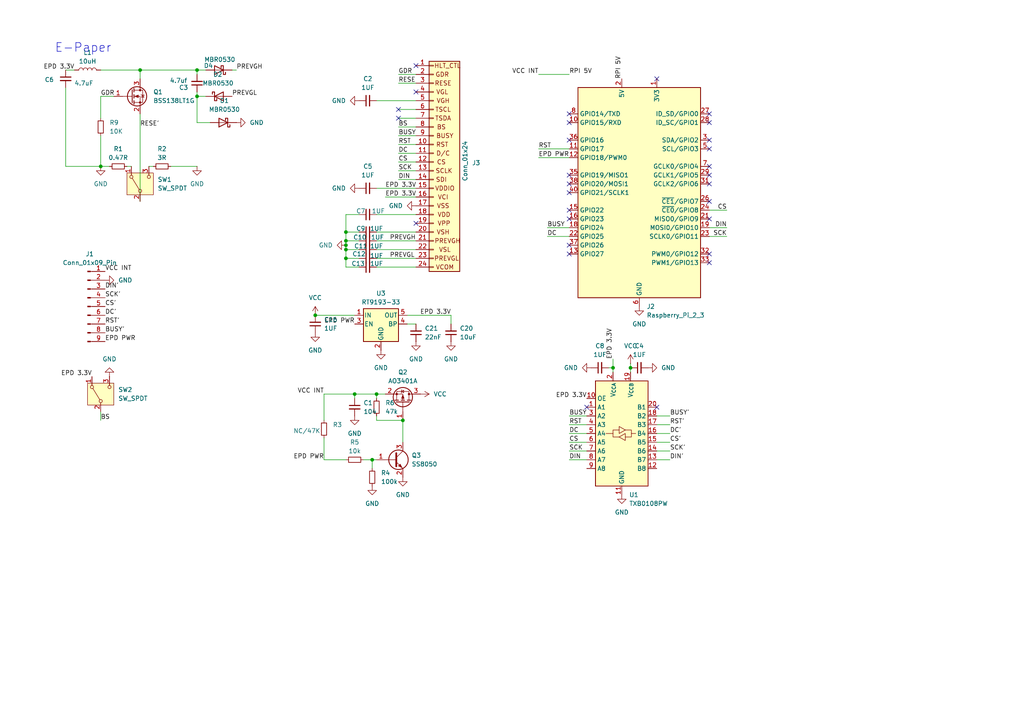
<source format=kicad_sch>
(kicad_sch
	(version 20250114)
	(generator "eeschema")
	(generator_version "9.0")
	(uuid "331cacd3-343d-42d4-8998-99d550ce912d")
	(paper "A4")
	(lib_symbols
		(symbol "Connector:Conn_01x09_Pin"
			(pin_names
				(offset 1.016)
				(hide yes)
			)
			(exclude_from_sim no)
			(in_bom yes)
			(on_board yes)
			(property "Reference" "J"
				(at 0 12.7 0)
				(effects
					(font
						(size 1.27 1.27)
					)
				)
			)
			(property "Value" "Conn_01x09_Pin"
				(at 0 -12.7 0)
				(effects
					(font
						(size 1.27 1.27)
					)
				)
			)
			(property "Footprint" ""
				(at 0 0 0)
				(effects
					(font
						(size 1.27 1.27)
					)
					(hide yes)
				)
			)
			(property "Datasheet" "~"
				(at 0 0 0)
				(effects
					(font
						(size 1.27 1.27)
					)
					(hide yes)
				)
			)
			(property "Description" "Generic connector, single row, 01x09, script generated"
				(at 0 0 0)
				(effects
					(font
						(size 1.27 1.27)
					)
					(hide yes)
				)
			)
			(property "ki_locked" ""
				(at 0 0 0)
				(effects
					(font
						(size 1.27 1.27)
					)
				)
			)
			(property "ki_keywords" "connector"
				(at 0 0 0)
				(effects
					(font
						(size 1.27 1.27)
					)
					(hide yes)
				)
			)
			(property "ki_fp_filters" "Connector*:*_1x??_*"
				(at 0 0 0)
				(effects
					(font
						(size 1.27 1.27)
					)
					(hide yes)
				)
			)
			(symbol "Conn_01x09_Pin_1_1"
				(rectangle
					(start 0.8636 10.287)
					(end 0 10.033)
					(stroke
						(width 0.1524)
						(type default)
					)
					(fill
						(type outline)
					)
				)
				(rectangle
					(start 0.8636 7.747)
					(end 0 7.493)
					(stroke
						(width 0.1524)
						(type default)
					)
					(fill
						(type outline)
					)
				)
				(rectangle
					(start 0.8636 5.207)
					(end 0 4.953)
					(stroke
						(width 0.1524)
						(type default)
					)
					(fill
						(type outline)
					)
				)
				(rectangle
					(start 0.8636 2.667)
					(end 0 2.413)
					(stroke
						(width 0.1524)
						(type default)
					)
					(fill
						(type outline)
					)
				)
				(rectangle
					(start 0.8636 0.127)
					(end 0 -0.127)
					(stroke
						(width 0.1524)
						(type default)
					)
					(fill
						(type outline)
					)
				)
				(rectangle
					(start 0.8636 -2.413)
					(end 0 -2.667)
					(stroke
						(width 0.1524)
						(type default)
					)
					(fill
						(type outline)
					)
				)
				(rectangle
					(start 0.8636 -4.953)
					(end 0 -5.207)
					(stroke
						(width 0.1524)
						(type default)
					)
					(fill
						(type outline)
					)
				)
				(rectangle
					(start 0.8636 -7.493)
					(end 0 -7.747)
					(stroke
						(width 0.1524)
						(type default)
					)
					(fill
						(type outline)
					)
				)
				(rectangle
					(start 0.8636 -10.033)
					(end 0 -10.287)
					(stroke
						(width 0.1524)
						(type default)
					)
					(fill
						(type outline)
					)
				)
				(polyline
					(pts
						(xy 1.27 10.16) (xy 0.8636 10.16)
					)
					(stroke
						(width 0.1524)
						(type default)
					)
					(fill
						(type none)
					)
				)
				(polyline
					(pts
						(xy 1.27 7.62) (xy 0.8636 7.62)
					)
					(stroke
						(width 0.1524)
						(type default)
					)
					(fill
						(type none)
					)
				)
				(polyline
					(pts
						(xy 1.27 5.08) (xy 0.8636 5.08)
					)
					(stroke
						(width 0.1524)
						(type default)
					)
					(fill
						(type none)
					)
				)
				(polyline
					(pts
						(xy 1.27 2.54) (xy 0.8636 2.54)
					)
					(stroke
						(width 0.1524)
						(type default)
					)
					(fill
						(type none)
					)
				)
				(polyline
					(pts
						(xy 1.27 0) (xy 0.8636 0)
					)
					(stroke
						(width 0.1524)
						(type default)
					)
					(fill
						(type none)
					)
				)
				(polyline
					(pts
						(xy 1.27 -2.54) (xy 0.8636 -2.54)
					)
					(stroke
						(width 0.1524)
						(type default)
					)
					(fill
						(type none)
					)
				)
				(polyline
					(pts
						(xy 1.27 -5.08) (xy 0.8636 -5.08)
					)
					(stroke
						(width 0.1524)
						(type default)
					)
					(fill
						(type none)
					)
				)
				(polyline
					(pts
						(xy 1.27 -7.62) (xy 0.8636 -7.62)
					)
					(stroke
						(width 0.1524)
						(type default)
					)
					(fill
						(type none)
					)
				)
				(polyline
					(pts
						(xy 1.27 -10.16) (xy 0.8636 -10.16)
					)
					(stroke
						(width 0.1524)
						(type default)
					)
					(fill
						(type none)
					)
				)
				(pin passive line
					(at 5.08 10.16 180)
					(length 3.81)
					(name "Pin_1"
						(effects
							(font
								(size 1.27 1.27)
							)
						)
					)
					(number "1"
						(effects
							(font
								(size 1.27 1.27)
							)
						)
					)
				)
				(pin passive line
					(at 5.08 7.62 180)
					(length 3.81)
					(name "Pin_2"
						(effects
							(font
								(size 1.27 1.27)
							)
						)
					)
					(number "2"
						(effects
							(font
								(size 1.27 1.27)
							)
						)
					)
				)
				(pin passive line
					(at 5.08 5.08 180)
					(length 3.81)
					(name "Pin_3"
						(effects
							(font
								(size 1.27 1.27)
							)
						)
					)
					(number "3"
						(effects
							(font
								(size 1.27 1.27)
							)
						)
					)
				)
				(pin passive line
					(at 5.08 2.54 180)
					(length 3.81)
					(name "Pin_4"
						(effects
							(font
								(size 1.27 1.27)
							)
						)
					)
					(number "4"
						(effects
							(font
								(size 1.27 1.27)
							)
						)
					)
				)
				(pin passive line
					(at 5.08 0 180)
					(length 3.81)
					(name "Pin_5"
						(effects
							(font
								(size 1.27 1.27)
							)
						)
					)
					(number "5"
						(effects
							(font
								(size 1.27 1.27)
							)
						)
					)
				)
				(pin passive line
					(at 5.08 -2.54 180)
					(length 3.81)
					(name "Pin_6"
						(effects
							(font
								(size 1.27 1.27)
							)
						)
					)
					(number "6"
						(effects
							(font
								(size 1.27 1.27)
							)
						)
					)
				)
				(pin passive line
					(at 5.08 -5.08 180)
					(length 3.81)
					(name "Pin_7"
						(effects
							(font
								(size 1.27 1.27)
							)
						)
					)
					(number "7"
						(effects
							(font
								(size 1.27 1.27)
							)
						)
					)
				)
				(pin passive line
					(at 5.08 -7.62 180)
					(length 3.81)
					(name "Pin_8"
						(effects
							(font
								(size 1.27 1.27)
							)
						)
					)
					(number "8"
						(effects
							(font
								(size 1.27 1.27)
							)
						)
					)
				)
				(pin passive line
					(at 5.08 -10.16 180)
					(length 3.81)
					(name "Pin_9"
						(effects
							(font
								(size 1.27 1.27)
							)
						)
					)
					(number "9"
						(effects
							(font
								(size 1.27 1.27)
							)
						)
					)
				)
			)
			(embedded_fonts no)
		)
		(symbol "Connector:Raspberry_Pi_2_3"
			(exclude_from_sim no)
			(in_bom yes)
			(on_board yes)
			(property "Reference" "J"
				(at -17.78 31.75 0)
				(effects
					(font
						(size 1.27 1.27)
					)
					(justify left bottom)
				)
			)
			(property "Value" "Raspberry_Pi_2_3"
				(at 10.16 -31.75 0)
				(effects
					(font
						(size 1.27 1.27)
					)
					(justify left top)
				)
			)
			(property "Footprint" ""
				(at 0 0 0)
				(effects
					(font
						(size 1.27 1.27)
					)
					(hide yes)
				)
			)
			(property "Datasheet" "https://www.raspberrypi.org/documentation/hardware/raspberrypi/schematics/rpi_SCH_3bplus_1p0_reduced.pdf"
				(at 60.96 -44.45 0)
				(effects
					(font
						(size 1.27 1.27)
					)
					(hide yes)
				)
			)
			(property "Description" "expansion header for Raspberry Pi 2 & 3"
				(at 0 0 0)
				(effects
					(font
						(size 1.27 1.27)
					)
					(hide yes)
				)
			)
			(property "ki_keywords" "raspberrypi gpio"
				(at 0 0 0)
				(effects
					(font
						(size 1.27 1.27)
					)
					(hide yes)
				)
			)
			(property "ki_fp_filters" "PinHeader*2x20*P2.54mm*Vertical* PinSocket*2x20*P2.54mm*Vertical*"
				(at 0 0 0)
				(effects
					(font
						(size 1.27 1.27)
					)
					(hide yes)
				)
			)
			(symbol "Raspberry_Pi_2_3_0_1"
				(rectangle
					(start -17.78 30.48)
					(end 17.78 -30.48)
					(stroke
						(width 0.254)
						(type default)
					)
					(fill
						(type background)
					)
				)
			)
			(symbol "Raspberry_Pi_2_3_1_1"
				(pin bidirectional line
					(at -20.32 22.86 0)
					(length 2.54)
					(name "GPIO14/TXD"
						(effects
							(font
								(size 1.27 1.27)
							)
						)
					)
					(number "8"
						(effects
							(font
								(size 1.27 1.27)
							)
						)
					)
				)
				(pin bidirectional line
					(at -20.32 20.32 0)
					(length 2.54)
					(name "GPIO15/RXD"
						(effects
							(font
								(size 1.27 1.27)
							)
						)
					)
					(number "10"
						(effects
							(font
								(size 1.27 1.27)
							)
						)
					)
				)
				(pin bidirectional line
					(at -20.32 15.24 0)
					(length 2.54)
					(name "GPIO16"
						(effects
							(font
								(size 1.27 1.27)
							)
						)
					)
					(number "36"
						(effects
							(font
								(size 1.27 1.27)
							)
						)
					)
				)
				(pin bidirectional line
					(at -20.32 12.7 0)
					(length 2.54)
					(name "GPIO17"
						(effects
							(font
								(size 1.27 1.27)
							)
						)
					)
					(number "11"
						(effects
							(font
								(size 1.27 1.27)
							)
						)
					)
				)
				(pin bidirectional line
					(at -20.32 10.16 0)
					(length 2.54)
					(name "GPIO18/PWM0"
						(effects
							(font
								(size 1.27 1.27)
							)
						)
					)
					(number "12"
						(effects
							(font
								(size 1.27 1.27)
							)
						)
					)
				)
				(pin bidirectional line
					(at -20.32 5.08 0)
					(length 2.54)
					(name "GPIO19/MISO1"
						(effects
							(font
								(size 1.27 1.27)
							)
						)
					)
					(number "35"
						(effects
							(font
								(size 1.27 1.27)
							)
						)
					)
				)
				(pin bidirectional line
					(at -20.32 2.54 0)
					(length 2.54)
					(name "GPIO20/MOSI1"
						(effects
							(font
								(size 1.27 1.27)
							)
						)
					)
					(number "38"
						(effects
							(font
								(size 1.27 1.27)
							)
						)
					)
				)
				(pin bidirectional line
					(at -20.32 0 0)
					(length 2.54)
					(name "GPIO21/SCLK1"
						(effects
							(font
								(size 1.27 1.27)
							)
						)
					)
					(number "40"
						(effects
							(font
								(size 1.27 1.27)
							)
						)
					)
				)
				(pin bidirectional line
					(at -20.32 -5.08 0)
					(length 2.54)
					(name "GPIO22"
						(effects
							(font
								(size 1.27 1.27)
							)
						)
					)
					(number "15"
						(effects
							(font
								(size 1.27 1.27)
							)
						)
					)
				)
				(pin bidirectional line
					(at -20.32 -7.62 0)
					(length 2.54)
					(name "GPIO23"
						(effects
							(font
								(size 1.27 1.27)
							)
						)
					)
					(number "16"
						(effects
							(font
								(size 1.27 1.27)
							)
						)
					)
				)
				(pin bidirectional line
					(at -20.32 -10.16 0)
					(length 2.54)
					(name "GPIO24"
						(effects
							(font
								(size 1.27 1.27)
							)
						)
					)
					(number "18"
						(effects
							(font
								(size 1.27 1.27)
							)
						)
					)
				)
				(pin bidirectional line
					(at -20.32 -12.7 0)
					(length 2.54)
					(name "GPIO25"
						(effects
							(font
								(size 1.27 1.27)
							)
						)
					)
					(number "22"
						(effects
							(font
								(size 1.27 1.27)
							)
						)
					)
				)
				(pin bidirectional line
					(at -20.32 -15.24 0)
					(length 2.54)
					(name "GPIO26"
						(effects
							(font
								(size 1.27 1.27)
							)
						)
					)
					(number "37"
						(effects
							(font
								(size 1.27 1.27)
							)
						)
					)
				)
				(pin bidirectional line
					(at -20.32 -17.78 0)
					(length 2.54)
					(name "GPIO27"
						(effects
							(font
								(size 1.27 1.27)
							)
						)
					)
					(number "13"
						(effects
							(font
								(size 1.27 1.27)
							)
						)
					)
				)
				(pin power_in line
					(at -5.08 33.02 270)
					(length 2.54)
					(name "5V"
						(effects
							(font
								(size 1.27 1.27)
							)
						)
					)
					(number "2"
						(effects
							(font
								(size 1.27 1.27)
							)
						)
					)
				)
				(pin passive line
					(at -5.08 33.02 270)
					(length 2.54)
					(hide yes)
					(name "5V"
						(effects
							(font
								(size 1.27 1.27)
							)
						)
					)
					(number "4"
						(effects
							(font
								(size 1.27 1.27)
							)
						)
					)
				)
				(pin passive line
					(at 0 -33.02 90)
					(length 2.54)
					(hide yes)
					(name "GND"
						(effects
							(font
								(size 1.27 1.27)
							)
						)
					)
					(number "14"
						(effects
							(font
								(size 1.27 1.27)
							)
						)
					)
				)
				(pin passive line
					(at 0 -33.02 90)
					(length 2.54)
					(hide yes)
					(name "GND"
						(effects
							(font
								(size 1.27 1.27)
							)
						)
					)
					(number "20"
						(effects
							(font
								(size 1.27 1.27)
							)
						)
					)
				)
				(pin passive line
					(at 0 -33.02 90)
					(length 2.54)
					(hide yes)
					(name "GND"
						(effects
							(font
								(size 1.27 1.27)
							)
						)
					)
					(number "25"
						(effects
							(font
								(size 1.27 1.27)
							)
						)
					)
				)
				(pin passive line
					(at 0 -33.02 90)
					(length 2.54)
					(hide yes)
					(name "GND"
						(effects
							(font
								(size 1.27 1.27)
							)
						)
					)
					(number "30"
						(effects
							(font
								(size 1.27 1.27)
							)
						)
					)
				)
				(pin passive line
					(at 0 -33.02 90)
					(length 2.54)
					(hide yes)
					(name "GND"
						(effects
							(font
								(size 1.27 1.27)
							)
						)
					)
					(number "34"
						(effects
							(font
								(size 1.27 1.27)
							)
						)
					)
				)
				(pin passive line
					(at 0 -33.02 90)
					(length 2.54)
					(hide yes)
					(name "GND"
						(effects
							(font
								(size 1.27 1.27)
							)
						)
					)
					(number "39"
						(effects
							(font
								(size 1.27 1.27)
							)
						)
					)
				)
				(pin power_in line
					(at 0 -33.02 90)
					(length 2.54)
					(name "GND"
						(effects
							(font
								(size 1.27 1.27)
							)
						)
					)
					(number "6"
						(effects
							(font
								(size 1.27 1.27)
							)
						)
					)
				)
				(pin passive line
					(at 0 -33.02 90)
					(length 2.54)
					(hide yes)
					(name "GND"
						(effects
							(font
								(size 1.27 1.27)
							)
						)
					)
					(number "9"
						(effects
							(font
								(size 1.27 1.27)
							)
						)
					)
				)
				(pin power_in line
					(at 5.08 33.02 270)
					(length 2.54)
					(name "3V3"
						(effects
							(font
								(size 1.27 1.27)
							)
						)
					)
					(number "1"
						(effects
							(font
								(size 1.27 1.27)
							)
						)
					)
				)
				(pin passive line
					(at 5.08 33.02 270)
					(length 2.54)
					(hide yes)
					(name "3V3"
						(effects
							(font
								(size 1.27 1.27)
							)
						)
					)
					(number "17"
						(effects
							(font
								(size 1.27 1.27)
							)
						)
					)
				)
				(pin bidirectional line
					(at 20.32 22.86 180)
					(length 2.54)
					(name "ID_SD/GPIO0"
						(effects
							(font
								(size 1.27 1.27)
							)
						)
					)
					(number "27"
						(effects
							(font
								(size 1.27 1.27)
							)
						)
					)
				)
				(pin bidirectional line
					(at 20.32 20.32 180)
					(length 2.54)
					(name "ID_SC/GPIO1"
						(effects
							(font
								(size 1.27 1.27)
							)
						)
					)
					(number "28"
						(effects
							(font
								(size 1.27 1.27)
							)
						)
					)
				)
				(pin bidirectional line
					(at 20.32 15.24 180)
					(length 2.54)
					(name "SDA/GPIO2"
						(effects
							(font
								(size 1.27 1.27)
							)
						)
					)
					(number "3"
						(effects
							(font
								(size 1.27 1.27)
							)
						)
					)
				)
				(pin bidirectional line
					(at 20.32 12.7 180)
					(length 2.54)
					(name "SCL/GPIO3"
						(effects
							(font
								(size 1.27 1.27)
							)
						)
					)
					(number "5"
						(effects
							(font
								(size 1.27 1.27)
							)
						)
					)
				)
				(pin bidirectional line
					(at 20.32 7.62 180)
					(length 2.54)
					(name "GCLK0/GPIO4"
						(effects
							(font
								(size 1.27 1.27)
							)
						)
					)
					(number "7"
						(effects
							(font
								(size 1.27 1.27)
							)
						)
					)
				)
				(pin bidirectional line
					(at 20.32 5.08 180)
					(length 2.54)
					(name "GCLK1/GPIO5"
						(effects
							(font
								(size 1.27 1.27)
							)
						)
					)
					(number "29"
						(effects
							(font
								(size 1.27 1.27)
							)
						)
					)
				)
				(pin bidirectional line
					(at 20.32 2.54 180)
					(length 2.54)
					(name "GCLK2/GPIO6"
						(effects
							(font
								(size 1.27 1.27)
							)
						)
					)
					(number "31"
						(effects
							(font
								(size 1.27 1.27)
							)
						)
					)
				)
				(pin bidirectional line
					(at 20.32 -2.54 180)
					(length 2.54)
					(name "~{CE1}/GPIO7"
						(effects
							(font
								(size 1.27 1.27)
							)
						)
					)
					(number "26"
						(effects
							(font
								(size 1.27 1.27)
							)
						)
					)
				)
				(pin bidirectional line
					(at 20.32 -5.08 180)
					(length 2.54)
					(name "~{CE0}/GPIO8"
						(effects
							(font
								(size 1.27 1.27)
							)
						)
					)
					(number "24"
						(effects
							(font
								(size 1.27 1.27)
							)
						)
					)
				)
				(pin bidirectional line
					(at 20.32 -7.62 180)
					(length 2.54)
					(name "MISO0/GPIO9"
						(effects
							(font
								(size 1.27 1.27)
							)
						)
					)
					(number "21"
						(effects
							(font
								(size 1.27 1.27)
							)
						)
					)
				)
				(pin bidirectional line
					(at 20.32 -10.16 180)
					(length 2.54)
					(name "MOSI0/GPIO10"
						(effects
							(font
								(size 1.27 1.27)
							)
						)
					)
					(number "19"
						(effects
							(font
								(size 1.27 1.27)
							)
						)
					)
				)
				(pin bidirectional line
					(at 20.32 -12.7 180)
					(length 2.54)
					(name "SCLK0/GPIO11"
						(effects
							(font
								(size 1.27 1.27)
							)
						)
					)
					(number "23"
						(effects
							(font
								(size 1.27 1.27)
							)
						)
					)
				)
				(pin bidirectional line
					(at 20.32 -17.78 180)
					(length 2.54)
					(name "PWM0/GPIO12"
						(effects
							(font
								(size 1.27 1.27)
							)
						)
					)
					(number "32"
						(effects
							(font
								(size 1.27 1.27)
							)
						)
					)
				)
				(pin bidirectional line
					(at 20.32 -20.32 180)
					(length 2.54)
					(name "PWM1/GPIO13"
						(effects
							(font
								(size 1.27 1.27)
							)
						)
					)
					(number "33"
						(effects
							(font
								(size 1.27 1.27)
							)
						)
					)
				)
			)
			(embedded_fonts no)
		)
		(symbol "Connector_Generic:Conn_01x24"
			(pin_names
				(offset 1.016)
				(hide yes)
			)
			(exclude_from_sim no)
			(in_bom yes)
			(on_board yes)
			(property "Reference" "J3"
				(at 2.54 0.0001 0)
				(effects
					(font
						(size 1.27 1.27)
					)
					(justify left)
				)
			)
			(property "Value" "Conn_01x24"
				(at 2.54 -2.5399 0)
				(effects
					(font
						(size 1.27 1.27)
					)
					(justify left)
				)
			)
			(property "Footprint" ""
				(at 0 0 0)
				(effects
					(font
						(size 1.27 1.27)
					)
					(hide yes)
				)
			)
			(property "Datasheet" "~"
				(at 0 0 0)
				(effects
					(font
						(size 1.27 1.27)
					)
					(hide yes)
				)
			)
			(property "Description" "Generic connector, single row, 01x24, script generated (kicad-library-utils/schlib/autogen/connector/)"
				(at 0 0 0)
				(effects
					(font
						(size 1.27 1.27)
					)
					(hide yes)
				)
			)
			(property "ki_keywords" "connector"
				(at 0 0 0)
				(effects
					(font
						(size 1.27 1.27)
					)
					(hide yes)
				)
			)
			(property "ki_fp_filters" "Connector*:*_1x??_*"
				(at 0 0 0)
				(effects
					(font
						(size 1.27 1.27)
					)
					(hide yes)
				)
			)
			(symbol "Conn_01x24_1_1"
				(rectangle
					(start -1.27 29.21)
					(end 7.62 -31.75)
					(stroke
						(width 0.254)
						(type default)
					)
					(fill
						(type background)
					)
				)
				(rectangle
					(start -1.27 28.067)
					(end 0 27.813)
					(stroke
						(width 0.1524)
						(type default)
					)
					(fill
						(type none)
					)
				)
				(rectangle
					(start -1.27 25.527)
					(end 0 25.273)
					(stroke
						(width 0.1524)
						(type default)
					)
					(fill
						(type none)
					)
				)
				(rectangle
					(start -1.27 22.987)
					(end 0 22.733)
					(stroke
						(width 0.1524)
						(type default)
					)
					(fill
						(type none)
					)
				)
				(rectangle
					(start -1.27 20.447)
					(end 0 20.193)
					(stroke
						(width 0.1524)
						(type default)
					)
					(fill
						(type none)
					)
				)
				(rectangle
					(start -1.27 17.907)
					(end 0 17.653)
					(stroke
						(width 0.1524)
						(type default)
					)
					(fill
						(type none)
					)
				)
				(rectangle
					(start -1.27 15.367)
					(end 0 15.113)
					(stroke
						(width 0.1524)
						(type default)
					)
					(fill
						(type none)
					)
				)
				(rectangle
					(start -1.27 12.827)
					(end 0 12.573)
					(stroke
						(width 0.1524)
						(type default)
					)
					(fill
						(type none)
					)
				)
				(rectangle
					(start -1.27 10.287)
					(end 0 10.033)
					(stroke
						(width 0.1524)
						(type default)
					)
					(fill
						(type none)
					)
				)
				(rectangle
					(start -1.27 7.747)
					(end 0 7.493)
					(stroke
						(width 0.1524)
						(type default)
					)
					(fill
						(type none)
					)
				)
				(rectangle
					(start -1.27 5.207)
					(end 0 4.953)
					(stroke
						(width 0.1524)
						(type default)
					)
					(fill
						(type none)
					)
				)
				(rectangle
					(start -1.27 2.667)
					(end 0 2.413)
					(stroke
						(width 0.1524)
						(type default)
					)
					(fill
						(type none)
					)
				)
				(rectangle
					(start -1.27 0.127)
					(end 0 -0.127)
					(stroke
						(width 0.1524)
						(type default)
					)
					(fill
						(type none)
					)
				)
				(rectangle
					(start -1.27 -2.413)
					(end 0 -2.667)
					(stroke
						(width 0.1524)
						(type default)
					)
					(fill
						(type none)
					)
				)
				(rectangle
					(start -1.27 -4.953)
					(end 0 -5.207)
					(stroke
						(width 0.1524)
						(type default)
					)
					(fill
						(type none)
					)
				)
				(rectangle
					(start -1.27 -7.493)
					(end 0 -7.747)
					(stroke
						(width 0.1524)
						(type default)
					)
					(fill
						(type none)
					)
				)
				(rectangle
					(start -1.27 -10.033)
					(end 0 -10.287)
					(stroke
						(width 0.1524)
						(type default)
					)
					(fill
						(type none)
					)
				)
				(rectangle
					(start -1.27 -12.573)
					(end 0 -12.827)
					(stroke
						(width 0.1524)
						(type default)
					)
					(fill
						(type none)
					)
				)
				(rectangle
					(start -1.27 -15.113)
					(end 0 -15.367)
					(stroke
						(width 0.1524)
						(type default)
					)
					(fill
						(type none)
					)
				)
				(rectangle
					(start -1.27 -17.653)
					(end 0 -17.907)
					(stroke
						(width 0.1524)
						(type default)
					)
					(fill
						(type none)
					)
				)
				(rectangle
					(start -1.27 -20.193)
					(end 0 -20.447)
					(stroke
						(width 0.1524)
						(type default)
					)
					(fill
						(type none)
					)
				)
				(rectangle
					(start -1.27 -22.733)
					(end 0 -22.987)
					(stroke
						(width 0.1524)
						(type default)
					)
					(fill
						(type none)
					)
				)
				(rectangle
					(start -1.27 -25.273)
					(end 0 -25.527)
					(stroke
						(width 0.1524)
						(type default)
					)
					(fill
						(type none)
					)
				)
				(rectangle
					(start -1.27 -27.813)
					(end 0 -28.067)
					(stroke
						(width 0.1524)
						(type default)
					)
					(fill
						(type none)
					)
				)
				(rectangle
					(start -1.27 -30.353)
					(end 0 -30.607)
					(stroke
						(width 0.1524)
						(type default)
					)
					(fill
						(type none)
					)
				)
				(text "BS"
					(at 2.286 10.16 0)
					(effects
						(font
							(size 1.27 1.27)
						)
					)
				)
				(text "CS"
					(at 2.286 0 0)
					(effects
						(font
							(size 1.27 1.27)
						)
					)
				)
				(text "SDI"
					(at 2.286 -5.08 0)
					(effects
						(font
							(size 1.27 1.27)
						)
					)
				)
				(text "GDR"
					(at 2.54 25.4 0)
					(effects
						(font
							(size 1.27 1.27)
						)
					)
				)
				(text "VGL"
					(at 2.54 20.32 0)
					(effects
						(font
							(size 1.27 1.27)
						)
					)
				)
				(text "RST"
					(at 2.54 5.08 0)
					(effects
						(font
							(size 1.27 1.27)
						)
					)
				)
				(text "RESE\n"
					(at 2.794 22.86 0)
					(effects
						(font
							(size 1.27 1.27)
						)
					)
				)
				(text "VGH"
					(at 2.794 17.78 0)
					(effects
						(font
							(size 1.27 1.27)
						)
					)
				)
				(text "TSCL"
					(at 2.794 15.24 0)
					(effects
						(font
							(size 1.27 1.27)
						)
					)
				)
				(text "TSDA"
					(at 2.794 12.7 0)
					(effects
						(font
							(size 1.27 1.27)
						)
					)
				)
				(text "D/C\n"
					(at 2.794 2.54 0)
					(effects
						(font
							(size 1.27 1.27)
						)
					)
				)
				(text "VCI"
					(at 2.794 -10.16 0)
					(effects
						(font
							(size 1.27 1.27)
						)
					)
				)
				(text "VSS"
					(at 2.794 -12.7 0)
					(effects
						(font
							(size 1.27 1.27)
						)
					)
				)
				(text "VSH"
					(at 2.794 -20.32 0)
					(effects
						(font
							(size 1.27 1.27)
						)
					)
				)
				(text "SCLK"
					(at 3.048 -2.54 0)
					(effects
						(font
							(size 1.27 1.27)
						)
					)
				)
				(text "VDD"
					(at 3.048 -15.24 0)
					(effects
						(font
							(size 1.27 1.27)
						)
					)
				)
				(text "VPP"
					(at 3.048 -17.78 0)
					(effects
						(font
							(size 1.27 1.27)
						)
					)
				)
				(text "BUSY"
					(at 3.302 7.62 0)
					(effects
						(font
							(size 1.27 1.27)
						)
					)
				)
				(text "VDDIO"
					(at 3.302 -7.62 0)
					(effects
						(font
							(size 1.27 1.27)
						)
					)
				)
				(text "VSL"
					(at 3.302 -25.4 0)
					(effects
						(font
							(size 1.27 1.27)
						)
					)
				)
				(text "VCOM"
					(at 3.302 -30.48 0)
					(effects
						(font
							(size 1.27 1.27)
						)
					)
				)
				(text "PREVGL\n"
					(at 3.81 -27.94 0)
					(effects
						(font
							(size 1.27 1.27)
						)
					)
				)
				(text "HLT_CTL"
					(at 4.064 27.94 0)
					(effects
						(font
							(size 1.27 1.27)
						)
					)
				)
				(text "PREVGH"
					(at 4.064 -22.86 0)
					(effects
						(font
							(size 1.27 1.27)
						)
					)
				)
				(pin passive line
					(at -5.08 27.94 0)
					(length 3.81)
					(name "Pin_1"
						(effects
							(font
								(size 1.27 1.27)
							)
						)
					)
					(number "1"
						(effects
							(font
								(size 1.27 1.27)
							)
						)
					)
				)
				(pin passive line
					(at -5.08 25.4 0)
					(length 3.81)
					(name "Pin_2"
						(effects
							(font
								(size 1.27 1.27)
							)
						)
					)
					(number "2"
						(effects
							(font
								(size 1.27 1.27)
							)
						)
					)
				)
				(pin passive line
					(at -5.08 22.86 0)
					(length 3.81)
					(name "Pin_3"
						(effects
							(font
								(size 1.27 1.27)
							)
						)
					)
					(number "3"
						(effects
							(font
								(size 1.27 1.27)
							)
						)
					)
				)
				(pin passive line
					(at -5.08 20.32 0)
					(length 3.81)
					(name "Pin_4"
						(effects
							(font
								(size 1.27 1.27)
							)
						)
					)
					(number "4"
						(effects
							(font
								(size 1.27 1.27)
							)
						)
					)
				)
				(pin passive line
					(at -5.08 17.78 0)
					(length 3.81)
					(name "Pin_5"
						(effects
							(font
								(size 1.27 1.27)
							)
						)
					)
					(number "5"
						(effects
							(font
								(size 1.27 1.27)
							)
						)
					)
				)
				(pin passive line
					(at -5.08 15.24 0)
					(length 3.81)
					(name "Pin_6"
						(effects
							(font
								(size 1.27 1.27)
							)
						)
					)
					(number "6"
						(effects
							(font
								(size 1.27 1.27)
							)
						)
					)
				)
				(pin passive line
					(at -5.08 12.7 0)
					(length 3.81)
					(name "Pin_7"
						(effects
							(font
								(size 1.27 1.27)
							)
						)
					)
					(number "7"
						(effects
							(font
								(size 1.27 1.27)
							)
						)
					)
				)
				(pin passive line
					(at -5.08 10.16 0)
					(length 3.81)
					(name "Pin_8"
						(effects
							(font
								(size 1.27 1.27)
							)
						)
					)
					(number "8"
						(effects
							(font
								(size 1.27 1.27)
							)
						)
					)
				)
				(pin passive line
					(at -5.08 7.62 0)
					(length 3.81)
					(name "Pin_9"
						(effects
							(font
								(size 1.27 1.27)
							)
						)
					)
					(number "9"
						(effects
							(font
								(size 1.27 1.27)
							)
						)
					)
				)
				(pin passive line
					(at -5.08 5.08 0)
					(length 3.81)
					(name "Pin_10"
						(effects
							(font
								(size 1.27 1.27)
							)
						)
					)
					(number "10"
						(effects
							(font
								(size 1.27 1.27)
							)
						)
					)
				)
				(pin passive line
					(at -5.08 2.54 0)
					(length 3.81)
					(name "Pin_11"
						(effects
							(font
								(size 1.27 1.27)
							)
						)
					)
					(number "11"
						(effects
							(font
								(size 1.27 1.27)
							)
						)
					)
				)
				(pin passive line
					(at -5.08 0 0)
					(length 3.81)
					(name "Pin_12"
						(effects
							(font
								(size 1.27 1.27)
							)
						)
					)
					(number "12"
						(effects
							(font
								(size 1.27 1.27)
							)
						)
					)
				)
				(pin passive line
					(at -5.08 -2.54 0)
					(length 3.81)
					(name "Pin_13"
						(effects
							(font
								(size 1.27 1.27)
							)
						)
					)
					(number "13"
						(effects
							(font
								(size 1.27 1.27)
							)
						)
					)
				)
				(pin passive line
					(at -5.08 -5.08 0)
					(length 3.81)
					(name "Pin_14"
						(effects
							(font
								(size 1.27 1.27)
							)
						)
					)
					(number "14"
						(effects
							(font
								(size 1.27 1.27)
							)
						)
					)
				)
				(pin passive line
					(at -5.08 -7.62 0)
					(length 3.81)
					(name "Pin_15"
						(effects
							(font
								(size 1.27 1.27)
							)
						)
					)
					(number "15"
						(effects
							(font
								(size 1.27 1.27)
							)
						)
					)
				)
				(pin passive line
					(at -5.08 -10.16 0)
					(length 3.81)
					(name "Pin_16"
						(effects
							(font
								(size 1.27 1.27)
							)
						)
					)
					(number "16"
						(effects
							(font
								(size 1.27 1.27)
							)
						)
					)
				)
				(pin passive line
					(at -5.08 -12.7 0)
					(length 3.81)
					(name "Pin_17"
						(effects
							(font
								(size 1.27 1.27)
							)
						)
					)
					(number "17"
						(effects
							(font
								(size 1.27 1.27)
							)
						)
					)
				)
				(pin passive line
					(at -5.08 -15.24 0)
					(length 3.81)
					(name "Pin_18"
						(effects
							(font
								(size 1.27 1.27)
							)
						)
					)
					(number "18"
						(effects
							(font
								(size 1.27 1.27)
							)
						)
					)
				)
				(pin passive line
					(at -5.08 -17.78 0)
					(length 3.81)
					(name "Pin_19"
						(effects
							(font
								(size 1.27 1.27)
							)
						)
					)
					(number "19"
						(effects
							(font
								(size 1.27 1.27)
							)
						)
					)
				)
				(pin passive line
					(at -5.08 -20.32 0)
					(length 3.81)
					(name "Pin_20"
						(effects
							(font
								(size 1.27 1.27)
							)
						)
					)
					(number "20"
						(effects
							(font
								(size 1.27 1.27)
							)
						)
					)
				)
				(pin passive line
					(at -5.08 -22.86 0)
					(length 3.81)
					(name "Pin_21"
						(effects
							(font
								(size 1.27 1.27)
							)
						)
					)
					(number "21"
						(effects
							(font
								(size 1.27 1.27)
							)
						)
					)
				)
				(pin passive line
					(at -5.08 -25.4 0)
					(length 3.81)
					(name "Pin_22"
						(effects
							(font
								(size 1.27 1.27)
							)
						)
					)
					(number "22"
						(effects
							(font
								(size 1.27 1.27)
							)
						)
					)
				)
				(pin passive line
					(at -5.08 -27.94 0)
					(length 3.81)
					(name "Pin_23"
						(effects
							(font
								(size 1.27 1.27)
							)
						)
					)
					(number "23"
						(effects
							(font
								(size 1.27 1.27)
							)
						)
					)
				)
				(pin passive line
					(at -5.08 -30.48 0)
					(length 3.81)
					(name "Pin_24"
						(effects
							(font
								(size 1.27 1.27)
							)
						)
					)
					(number "24"
						(effects
							(font
								(size 1.27 1.27)
							)
						)
					)
				)
			)
			(embedded_fonts no)
		)
		(symbol "Device:C_Small"
			(pin_numbers
				(hide yes)
			)
			(pin_names
				(offset 0.254)
				(hide yes)
			)
			(exclude_from_sim no)
			(in_bom yes)
			(on_board yes)
			(property "Reference" "C"
				(at 0.254 1.778 0)
				(effects
					(font
						(size 1.27 1.27)
					)
					(justify left)
				)
			)
			(property "Value" "C_Small"
				(at 0.254 -2.032 0)
				(effects
					(font
						(size 1.27 1.27)
					)
					(justify left)
				)
			)
			(property "Footprint" ""
				(at 0 0 0)
				(effects
					(font
						(size 1.27 1.27)
					)
					(hide yes)
				)
			)
			(property "Datasheet" "~"
				(at 0 0 0)
				(effects
					(font
						(size 1.27 1.27)
					)
					(hide yes)
				)
			)
			(property "Description" "Unpolarized capacitor, small symbol"
				(at 0 0 0)
				(effects
					(font
						(size 1.27 1.27)
					)
					(hide yes)
				)
			)
			(property "ki_keywords" "capacitor cap"
				(at 0 0 0)
				(effects
					(font
						(size 1.27 1.27)
					)
					(hide yes)
				)
			)
			(property "ki_fp_filters" "C_*"
				(at 0 0 0)
				(effects
					(font
						(size 1.27 1.27)
					)
					(hide yes)
				)
			)
			(symbol "C_Small_0_1"
				(polyline
					(pts
						(xy -1.524 0.508) (xy 1.524 0.508)
					)
					(stroke
						(width 0.3048)
						(type default)
					)
					(fill
						(type none)
					)
				)
				(polyline
					(pts
						(xy -1.524 -0.508) (xy 1.524 -0.508)
					)
					(stroke
						(width 0.3302)
						(type default)
					)
					(fill
						(type none)
					)
				)
			)
			(symbol "C_Small_1_1"
				(pin passive line
					(at 0 2.54 270)
					(length 2.032)
					(name "~"
						(effects
							(font
								(size 1.27 1.27)
							)
						)
					)
					(number "1"
						(effects
							(font
								(size 1.27 1.27)
							)
						)
					)
				)
				(pin passive line
					(at 0 -2.54 90)
					(length 2.032)
					(name "~"
						(effects
							(font
								(size 1.27 1.27)
							)
						)
					)
					(number "2"
						(effects
							(font
								(size 1.27 1.27)
							)
						)
					)
				)
			)
			(embedded_fonts no)
		)
		(symbol "Device:L"
			(pin_numbers
				(hide yes)
			)
			(pin_names
				(offset 1.016)
				(hide yes)
			)
			(exclude_from_sim no)
			(in_bom yes)
			(on_board yes)
			(property "Reference" "L"
				(at -1.27 0 90)
				(effects
					(font
						(size 1.27 1.27)
					)
				)
			)
			(property "Value" "L"
				(at 1.905 0 90)
				(effects
					(font
						(size 1.27 1.27)
					)
				)
			)
			(property "Footprint" ""
				(at 0 0 0)
				(effects
					(font
						(size 1.27 1.27)
					)
					(hide yes)
				)
			)
			(property "Datasheet" "~"
				(at 0 0 0)
				(effects
					(font
						(size 1.27 1.27)
					)
					(hide yes)
				)
			)
			(property "Description" "Inductor"
				(at 0 0 0)
				(effects
					(font
						(size 1.27 1.27)
					)
					(hide yes)
				)
			)
			(property "ki_keywords" "inductor choke coil reactor magnetic"
				(at 0 0 0)
				(effects
					(font
						(size 1.27 1.27)
					)
					(hide yes)
				)
			)
			(property "ki_fp_filters" "Choke_* *Coil* Inductor_* L_*"
				(at 0 0 0)
				(effects
					(font
						(size 1.27 1.27)
					)
					(hide yes)
				)
			)
			(symbol "L_0_1"
				(arc
					(start 0 2.54)
					(mid 0.6323 1.905)
					(end 0 1.27)
					(stroke
						(width 0)
						(type default)
					)
					(fill
						(type none)
					)
				)
				(arc
					(start 0 1.27)
					(mid 0.6323 0.635)
					(end 0 0)
					(stroke
						(width 0)
						(type default)
					)
					(fill
						(type none)
					)
				)
				(arc
					(start 0 0)
					(mid 0.6323 -0.635)
					(end 0 -1.27)
					(stroke
						(width 0)
						(type default)
					)
					(fill
						(type none)
					)
				)
				(arc
					(start 0 -1.27)
					(mid 0.6323 -1.905)
					(end 0 -2.54)
					(stroke
						(width 0)
						(type default)
					)
					(fill
						(type none)
					)
				)
			)
			(symbol "L_1_1"
				(pin passive line
					(at 0 3.81 270)
					(length 1.27)
					(name "1"
						(effects
							(font
								(size 1.27 1.27)
							)
						)
					)
					(number "1"
						(effects
							(font
								(size 1.27 1.27)
							)
						)
					)
				)
				(pin passive line
					(at 0 -3.81 90)
					(length 1.27)
					(name "2"
						(effects
							(font
								(size 1.27 1.27)
							)
						)
					)
					(number "2"
						(effects
							(font
								(size 1.27 1.27)
							)
						)
					)
				)
			)
			(embedded_fonts no)
		)
		(symbol "Device:R_Small"
			(pin_numbers
				(hide yes)
			)
			(pin_names
				(offset 0.254)
				(hide yes)
			)
			(exclude_from_sim no)
			(in_bom yes)
			(on_board yes)
			(property "Reference" "R"
				(at 0.762 0.508 0)
				(effects
					(font
						(size 1.27 1.27)
					)
					(justify left)
				)
			)
			(property "Value" "R_Small"
				(at 0.762 -1.016 0)
				(effects
					(font
						(size 1.27 1.27)
					)
					(justify left)
				)
			)
			(property "Footprint" ""
				(at 0 0 0)
				(effects
					(font
						(size 1.27 1.27)
					)
					(hide yes)
				)
			)
			(property "Datasheet" "~"
				(at 0 0 0)
				(effects
					(font
						(size 1.27 1.27)
					)
					(hide yes)
				)
			)
			(property "Description" "Resistor, small symbol"
				(at 0 0 0)
				(effects
					(font
						(size 1.27 1.27)
					)
					(hide yes)
				)
			)
			(property "ki_keywords" "R resistor"
				(at 0 0 0)
				(effects
					(font
						(size 1.27 1.27)
					)
					(hide yes)
				)
			)
			(property "ki_fp_filters" "R_*"
				(at 0 0 0)
				(effects
					(font
						(size 1.27 1.27)
					)
					(hide yes)
				)
			)
			(symbol "R_Small_0_1"
				(rectangle
					(start -0.762 1.778)
					(end 0.762 -1.778)
					(stroke
						(width 0.2032)
						(type default)
					)
					(fill
						(type none)
					)
				)
			)
			(symbol "R_Small_1_1"
				(pin passive line
					(at 0 2.54 270)
					(length 0.762)
					(name "~"
						(effects
							(font
								(size 1.27 1.27)
							)
						)
					)
					(number "1"
						(effects
							(font
								(size 1.27 1.27)
							)
						)
					)
				)
				(pin passive line
					(at 0 -2.54 90)
					(length 0.762)
					(name "~"
						(effects
							(font
								(size 1.27 1.27)
							)
						)
					)
					(number "2"
						(effects
							(font
								(size 1.27 1.27)
							)
						)
					)
				)
			)
			(embedded_fonts no)
		)
		(symbol "Diode:MBR0530"
			(pin_numbers
				(hide yes)
			)
			(pin_names
				(offset 1.016)
				(hide yes)
			)
			(exclude_from_sim no)
			(in_bom yes)
			(on_board yes)
			(property "Reference" "D"
				(at 0 2.54 0)
				(effects
					(font
						(size 1.27 1.27)
					)
				)
			)
			(property "Value" "MBR0530"
				(at 0 -2.54 0)
				(effects
					(font
						(size 1.27 1.27)
					)
				)
			)
			(property "Footprint" "Diode_SMD:D_SOD-123"
				(at 0 -4.445 0)
				(effects
					(font
						(size 1.27 1.27)
					)
					(hide yes)
				)
			)
			(property "Datasheet" "http://www.mccsemi.com/up_pdf/MBR0520~MBR0580(SOD123).pdf"
				(at 0 0 0)
				(effects
					(font
						(size 1.27 1.27)
					)
					(hide yes)
				)
			)
			(property "Description" "30V 0.5A Schottky Power Rectifier Diode, SOD-123"
				(at 0 0 0)
				(effects
					(font
						(size 1.27 1.27)
					)
					(hide yes)
				)
			)
			(property "ki_keywords" "diode Schottky"
				(at 0 0 0)
				(effects
					(font
						(size 1.27 1.27)
					)
					(hide yes)
				)
			)
			(property "ki_fp_filters" "D*SOD?123*"
				(at 0 0 0)
				(effects
					(font
						(size 1.27 1.27)
					)
					(hide yes)
				)
			)
			(symbol "MBR0530_0_1"
				(polyline
					(pts
						(xy -1.905 0.635) (xy -1.905 1.27) (xy -1.27 1.27) (xy -1.27 -1.27) (xy -0.635 -1.27) (xy -0.635 -0.635)
					)
					(stroke
						(width 0.254)
						(type default)
					)
					(fill
						(type none)
					)
				)
				(polyline
					(pts
						(xy 1.27 1.27) (xy 1.27 -1.27) (xy -1.27 0) (xy 1.27 1.27)
					)
					(stroke
						(width 0.254)
						(type default)
					)
					(fill
						(type none)
					)
				)
				(polyline
					(pts
						(xy 1.27 0) (xy -1.27 0)
					)
					(stroke
						(width 0)
						(type default)
					)
					(fill
						(type none)
					)
				)
			)
			(symbol "MBR0530_1_1"
				(pin passive line
					(at -3.81 0 0)
					(length 2.54)
					(name "K"
						(effects
							(font
								(size 1.27 1.27)
							)
						)
					)
					(number "1"
						(effects
							(font
								(size 1.27 1.27)
							)
						)
					)
				)
				(pin passive line
					(at 3.81 0 180)
					(length 2.54)
					(name "A"
						(effects
							(font
								(size 1.27 1.27)
							)
						)
					)
					(number "2"
						(effects
							(font
								(size 1.27 1.27)
							)
						)
					)
				)
			)
			(embedded_fonts no)
		)
		(symbol "Logic_LevelTranslator:TXB0108PW"
			(exclude_from_sim no)
			(in_bom yes)
			(on_board yes)
			(property "Reference" "U"
				(at -6.35 16.51 0)
				(effects
					(font
						(size 1.27 1.27)
					)
				)
			)
			(property "Value" "TXB0108PW"
				(at 3.81 16.51 0)
				(effects
					(font
						(size 1.27 1.27)
					)
					(justify left)
				)
			)
			(property "Footprint" "Package_SO:TSSOP-20_4.4x6.5mm_P0.65mm"
				(at 0 -19.05 0)
				(effects
					(font
						(size 1.27 1.27)
					)
					(hide yes)
				)
			)
			(property "Datasheet" "http://www.ti.com/lit/ds/symlink/txb0108.pdf"
				(at 0 -2.54 0)
				(effects
					(font
						(size 1.27 1.27)
					)
					(hide yes)
				)
			)
			(property "Description" "8-Bit Bidirectional Voltage-Level Translator, Auto Direction Sensing and ±15-kV ESD Protection, 1.2 - 3.6V APort, 1.65 - 5.5V BPort, TSSOP-20"
				(at 0 0 0)
				(effects
					(font
						(size 1.27 1.27)
					)
					(hide yes)
				)
			)
			(property "ki_keywords" "bidirectional voltage level translator"
				(at 0 0 0)
				(effects
					(font
						(size 1.27 1.27)
					)
					(hide yes)
				)
			)
			(property "ki_fp_filters" "TSSOP*4.4x6.5mm*P0.65mm*"
				(at 0 0 0)
				(effects
					(font
						(size 1.27 1.27)
					)
					(hide yes)
				)
			)
			(symbol "TXB0108PW_0_1"
				(rectangle
					(start -7.62 15.24)
					(end 7.62 -15.24)
					(stroke
						(width 0.254)
						(type default)
					)
					(fill
						(type background)
					)
				)
				(polyline
					(pts
						(xy -2.54 0) (xy -2.54 1.016) (xy -0.762 1.016)
					)
					(stroke
						(width 0)
						(type default)
					)
					(fill
						(type none)
					)
				)
				(polyline
					(pts
						(xy -0.762 -1.016) (xy -2.54 -1.016) (xy -2.54 0) (xy -4.572 0)
					)
					(stroke
						(width 0)
						(type default)
					)
					(fill
						(type none)
					)
				)
				(polyline
					(pts
						(xy -0.762 -1.016) (xy 1.016 0) (xy 1.016 -2.032) (xy -0.762 -1.016)
					)
					(stroke
						(width 0)
						(type default)
					)
					(fill
						(type none)
					)
				)
				(polyline
					(pts
						(xy 1.016 1.016) (xy -0.762 0) (xy -0.762 2.032) (xy 1.016 1.016)
					)
					(stroke
						(width 0)
						(type default)
					)
					(fill
						(type none)
					)
				)
				(polyline
					(pts
						(xy 1.016 1.016) (xy 2.794 1.016) (xy 2.794 0) (xy 4.064 0)
					)
					(stroke
						(width 0)
						(type default)
					)
					(fill
						(type none)
					)
				)
				(polyline
					(pts
						(xy 2.794 0) (xy 2.794 -1.016) (xy 1.016 -1.016)
					)
					(stroke
						(width 0)
						(type default)
					)
					(fill
						(type none)
					)
				)
			)
			(symbol "TXB0108PW_1_1"
				(pin input line
					(at -10.16 10.16 0)
					(length 2.54)
					(name "OE"
						(effects
							(font
								(size 1.27 1.27)
							)
						)
					)
					(number "10"
						(effects
							(font
								(size 1.27 1.27)
							)
						)
					)
				)
				(pin bidirectional line
					(at -10.16 7.62 0)
					(length 2.54)
					(name "A1"
						(effects
							(font
								(size 1.27 1.27)
							)
						)
					)
					(number "1"
						(effects
							(font
								(size 1.27 1.27)
							)
						)
					)
				)
				(pin bidirectional line
					(at -10.16 5.08 0)
					(length 2.54)
					(name "A2"
						(effects
							(font
								(size 1.27 1.27)
							)
						)
					)
					(number "3"
						(effects
							(font
								(size 1.27 1.27)
							)
						)
					)
				)
				(pin bidirectional line
					(at -10.16 2.54 0)
					(length 2.54)
					(name "A3"
						(effects
							(font
								(size 1.27 1.27)
							)
						)
					)
					(number "4"
						(effects
							(font
								(size 1.27 1.27)
							)
						)
					)
				)
				(pin bidirectional line
					(at -10.16 0 0)
					(length 2.54)
					(name "A4"
						(effects
							(font
								(size 1.27 1.27)
							)
						)
					)
					(number "5"
						(effects
							(font
								(size 1.27 1.27)
							)
						)
					)
				)
				(pin bidirectional line
					(at -10.16 -2.54 0)
					(length 2.54)
					(name "A5"
						(effects
							(font
								(size 1.27 1.27)
							)
						)
					)
					(number "6"
						(effects
							(font
								(size 1.27 1.27)
							)
						)
					)
				)
				(pin bidirectional line
					(at -10.16 -5.08 0)
					(length 2.54)
					(name "A6"
						(effects
							(font
								(size 1.27 1.27)
							)
						)
					)
					(number "7"
						(effects
							(font
								(size 1.27 1.27)
							)
						)
					)
				)
				(pin bidirectional line
					(at -10.16 -7.62 0)
					(length 2.54)
					(name "A7"
						(effects
							(font
								(size 1.27 1.27)
							)
						)
					)
					(number "8"
						(effects
							(font
								(size 1.27 1.27)
							)
						)
					)
				)
				(pin bidirectional line
					(at -10.16 -10.16 0)
					(length 2.54)
					(name "A8"
						(effects
							(font
								(size 1.27 1.27)
							)
						)
					)
					(number "9"
						(effects
							(font
								(size 1.27 1.27)
							)
						)
					)
				)
				(pin power_in line
					(at -2.54 17.78 270)
					(length 2.54)
					(name "V_{CCA}"
						(effects
							(font
								(size 1.27 1.27)
							)
						)
					)
					(number "2"
						(effects
							(font
								(size 1.27 1.27)
							)
						)
					)
				)
				(pin power_in line
					(at 0 -17.78 90)
					(length 2.54)
					(name "GND"
						(effects
							(font
								(size 1.27 1.27)
							)
						)
					)
					(number "11"
						(effects
							(font
								(size 1.27 1.27)
							)
						)
					)
				)
				(pin power_in line
					(at 2.54 17.78 270)
					(length 2.54)
					(name "V_{CCB}"
						(effects
							(font
								(size 1.27 1.27)
							)
						)
					)
					(number "19"
						(effects
							(font
								(size 1.27 1.27)
							)
						)
					)
				)
				(pin bidirectional line
					(at 10.16 7.62 180)
					(length 2.54)
					(name "B1"
						(effects
							(font
								(size 1.27 1.27)
							)
						)
					)
					(number "20"
						(effects
							(font
								(size 1.27 1.27)
							)
						)
					)
				)
				(pin bidirectional line
					(at 10.16 5.08 180)
					(length 2.54)
					(name "B2"
						(effects
							(font
								(size 1.27 1.27)
							)
						)
					)
					(number "18"
						(effects
							(font
								(size 1.27 1.27)
							)
						)
					)
				)
				(pin bidirectional line
					(at 10.16 2.54 180)
					(length 2.54)
					(name "B3"
						(effects
							(font
								(size 1.27 1.27)
							)
						)
					)
					(number "17"
						(effects
							(font
								(size 1.27 1.27)
							)
						)
					)
				)
				(pin bidirectional line
					(at 10.16 0 180)
					(length 2.54)
					(name "B4"
						(effects
							(font
								(size 1.27 1.27)
							)
						)
					)
					(number "16"
						(effects
							(font
								(size 1.27 1.27)
							)
						)
					)
				)
				(pin bidirectional line
					(at 10.16 -2.54 180)
					(length 2.54)
					(name "B5"
						(effects
							(font
								(size 1.27 1.27)
							)
						)
					)
					(number "15"
						(effects
							(font
								(size 1.27 1.27)
							)
						)
					)
				)
				(pin bidirectional line
					(at 10.16 -5.08 180)
					(length 2.54)
					(name "B6"
						(effects
							(font
								(size 1.27 1.27)
							)
						)
					)
					(number "14"
						(effects
							(font
								(size 1.27 1.27)
							)
						)
					)
				)
				(pin bidirectional line
					(at 10.16 -7.62 180)
					(length 2.54)
					(name "B7"
						(effects
							(font
								(size 1.27 1.27)
							)
						)
					)
					(number "13"
						(effects
							(font
								(size 1.27 1.27)
							)
						)
					)
				)
				(pin bidirectional line
					(at 10.16 -10.16 180)
					(length 2.54)
					(name "B8"
						(effects
							(font
								(size 1.27 1.27)
							)
						)
					)
					(number "12"
						(effects
							(font
								(size 1.27 1.27)
							)
						)
					)
				)
			)
			(embedded_fonts no)
		)
		(symbol "Regulator_Linear:MIC5219-2.5YM5"
			(pin_names
				(offset 0.254)
			)
			(exclude_from_sim no)
			(in_bom yes)
			(on_board yes)
			(property "Reference" "U"
				(at -3.81 5.715 0)
				(effects
					(font
						(size 1.27 1.27)
					)
				)
			)
			(property "Value" "MIC5219-2.5YM5"
				(at 0 5.715 0)
				(effects
					(font
						(size 1.27 1.27)
					)
					(justify left)
				)
			)
			(property "Footprint" "Package_TO_SOT_SMD:SOT-23-5"
				(at 0 8.255 0)
				(effects
					(font
						(size 1.27 1.27)
					)
					(hide yes)
				)
			)
			(property "Datasheet" "http://ww1.microchip.com/downloads/en/DeviceDoc/MIC5219-500mA-Peak-Output-LDO-Regulator-DS20006021A.pdf"
				(at 0 0 0)
				(effects
					(font
						(size 1.27 1.27)
					)
					(hide yes)
				)
			)
			(property "Description" "500mA low dropout linear regulator, fixed 2.5V output, SOT-23-5"
				(at 0 0 0)
				(effects
					(font
						(size 1.27 1.27)
					)
					(hide yes)
				)
			)
			(property "ki_keywords" "500mA ultra-low-noise LDO linear voltage regulator fixed positive"
				(at 0 0 0)
				(effects
					(font
						(size 1.27 1.27)
					)
					(hide yes)
				)
			)
			(property "ki_fp_filters" "SOT?23*"
				(at 0 0 0)
				(effects
					(font
						(size 1.27 1.27)
					)
					(hide yes)
				)
			)
			(symbol "MIC5219-2.5YM5_0_1"
				(rectangle
					(start -5.08 4.445)
					(end 5.08 -5.08)
					(stroke
						(width 0.254)
						(type default)
					)
					(fill
						(type background)
					)
				)
			)
			(symbol "MIC5219-2.5YM5_1_1"
				(pin power_in line
					(at -7.62 2.54 0)
					(length 2.54)
					(name "IN"
						(effects
							(font
								(size 1.27 1.27)
							)
						)
					)
					(number "1"
						(effects
							(font
								(size 1.27 1.27)
							)
						)
					)
				)
				(pin input line
					(at -7.62 0 0)
					(length 2.54)
					(name "EN"
						(effects
							(font
								(size 1.27 1.27)
							)
						)
					)
					(number "3"
						(effects
							(font
								(size 1.27 1.27)
							)
						)
					)
				)
				(pin power_in line
					(at 0 -7.62 90)
					(length 2.54)
					(name "GND"
						(effects
							(font
								(size 1.27 1.27)
							)
						)
					)
					(number "2"
						(effects
							(font
								(size 1.27 1.27)
							)
						)
					)
				)
				(pin power_out line
					(at 7.62 2.54 180)
					(length 2.54)
					(name "OUT"
						(effects
							(font
								(size 1.27 1.27)
							)
						)
					)
					(number "5"
						(effects
							(font
								(size 1.27 1.27)
							)
						)
					)
				)
				(pin input line
					(at 7.62 0 180)
					(length 2.54)
					(name "BP"
						(effects
							(font
								(size 1.27 1.27)
							)
						)
					)
					(number "4"
						(effects
							(font
								(size 1.27 1.27)
							)
						)
					)
				)
			)
			(embedded_fonts no)
		)
		(symbol "Switch:SW_SPDT"
			(pin_names
				(offset 0)
				(hide yes)
			)
			(exclude_from_sim no)
			(in_bom yes)
			(on_board yes)
			(property "Reference" "SW"
				(at 0 5.08 0)
				(effects
					(font
						(size 1.27 1.27)
					)
				)
			)
			(property "Value" "SW_SPDT"
				(at 0 -5.08 0)
				(effects
					(font
						(size 1.27 1.27)
					)
				)
			)
			(property "Footprint" ""
				(at 0 0 0)
				(effects
					(font
						(size 1.27 1.27)
					)
					(hide yes)
				)
			)
			(property "Datasheet" "~"
				(at 0 -7.62 0)
				(effects
					(font
						(size 1.27 1.27)
					)
					(hide yes)
				)
			)
			(property "Description" "Switch, single pole double throw"
				(at 0 0 0)
				(effects
					(font
						(size 1.27 1.27)
					)
					(hide yes)
				)
			)
			(property "ki_keywords" "switch single-pole double-throw spdt ON-ON"
				(at 0 0 0)
				(effects
					(font
						(size 1.27 1.27)
					)
					(hide yes)
				)
			)
			(symbol "SW_SPDT_0_1"
				(circle
					(center -2.032 0)
					(radius 0.4572)
					(stroke
						(width 0)
						(type default)
					)
					(fill
						(type none)
					)
				)
				(polyline
					(pts
						(xy -1.651 0.254) (xy 1.651 2.286)
					)
					(stroke
						(width 0)
						(type default)
					)
					(fill
						(type none)
					)
				)
				(circle
					(center 2.032 2.54)
					(radius 0.4572)
					(stroke
						(width 0)
						(type default)
					)
					(fill
						(type none)
					)
				)
				(circle
					(center 2.032 -2.54)
					(radius 0.4572)
					(stroke
						(width 0)
						(type default)
					)
					(fill
						(type none)
					)
				)
			)
			(symbol "SW_SPDT_1_1"
				(rectangle
					(start -3.175 3.81)
					(end 3.175 -3.81)
					(stroke
						(width 0)
						(type default)
					)
					(fill
						(type background)
					)
				)
				(pin passive line
					(at -5.08 0 0)
					(length 2.54)
					(name "B"
						(effects
							(font
								(size 1.27 1.27)
							)
						)
					)
					(number "2"
						(effects
							(font
								(size 1.27 1.27)
							)
						)
					)
				)
				(pin passive line
					(at 5.08 2.54 180)
					(length 2.54)
					(name "A"
						(effects
							(font
								(size 1.27 1.27)
							)
						)
					)
					(number "1"
						(effects
							(font
								(size 1.27 1.27)
							)
						)
					)
				)
				(pin passive line
					(at 5.08 -2.54 180)
					(length 2.54)
					(name "C"
						(effects
							(font
								(size 1.27 1.27)
							)
						)
					)
					(number "3"
						(effects
							(font
								(size 1.27 1.27)
							)
						)
					)
				)
			)
			(embedded_fonts no)
		)
		(symbol "Transistor_BJT:SS8050"
			(pin_names
				(offset 0)
				(hide yes)
			)
			(exclude_from_sim no)
			(in_bom yes)
			(on_board yes)
			(property "Reference" "Q"
				(at 5.08 1.905 0)
				(effects
					(font
						(size 1.27 1.27)
					)
					(justify left)
				)
			)
			(property "Value" "SS8050"
				(at 5.08 0 0)
				(effects
					(font
						(size 1.27 1.27)
					)
					(justify left)
				)
			)
			(property "Footprint" "Package_TO_SOT_SMD:SOT-23"
				(at 5.08 -7.366 0)
				(effects
					(font
						(size 1.27 1.27)
						(italic yes)
					)
					(justify left)
					(hide yes)
				)
			)
			(property "Datasheet" "http://www.secosgmbh.com/datasheet/products/SSMPTransistor/SOT-23/SS8050.pdf"
				(at 5.08 -4.826 0)
				(effects
					(font
						(size 1.27 1.27)
					)
					(justify left)
					(hide yes)
				)
			)
			(property "Description" "General Purpose NPN Transistor, 1.5A Ic, 25V Vce, SOT-23"
				(at 34.036 -2.286 0)
				(effects
					(font
						(size 1.27 1.27)
					)
					(hide yes)
				)
			)
			(property "ki_keywords" "SS8050 NPN Transistor"
				(at 0 0 0)
				(effects
					(font
						(size 1.27 1.27)
					)
					(hide yes)
				)
			)
			(property "ki_fp_filters" "SOT?23*"
				(at 0 0 0)
				(effects
					(font
						(size 1.27 1.27)
					)
					(hide yes)
				)
			)
			(symbol "SS8050_0_1"
				(polyline
					(pts
						(xy -2.54 0) (xy 0.635 0)
					)
					(stroke
						(width 0)
						(type default)
					)
					(fill
						(type none)
					)
				)
				(polyline
					(pts
						(xy 0.635 1.905) (xy 0.635 -1.905)
					)
					(stroke
						(width 0.508)
						(type default)
					)
					(fill
						(type none)
					)
				)
				(circle
					(center 1.27 0)
					(radius 2.8194)
					(stroke
						(width 0.254)
						(type default)
					)
					(fill
						(type none)
					)
				)
			)
			(symbol "SS8050_1_1"
				(polyline
					(pts
						(xy 0.635 0.635) (xy 2.54 2.54)
					)
					(stroke
						(width 0)
						(type default)
					)
					(fill
						(type none)
					)
				)
				(polyline
					(pts
						(xy 0.635 -0.635) (xy 2.54 -2.54)
					)
					(stroke
						(width 0)
						(type default)
					)
					(fill
						(type none)
					)
				)
				(polyline
					(pts
						(xy 1.27 -1.778) (xy 1.778 -1.27) (xy 2.286 -2.286) (xy 1.27 -1.778)
					)
					(stroke
						(width 0)
						(type default)
					)
					(fill
						(type outline)
					)
				)
				(pin input line
					(at -5.08 0 0)
					(length 2.54)
					(name "B"
						(effects
							(font
								(size 1.27 1.27)
							)
						)
					)
					(number "1"
						(effects
							(font
								(size 1.27 1.27)
							)
						)
					)
				)
				(pin passive line
					(at 2.54 5.08 270)
					(length 2.54)
					(name "C"
						(effects
							(font
								(size 1.27 1.27)
							)
						)
					)
					(number "3"
						(effects
							(font
								(size 1.27 1.27)
							)
						)
					)
				)
				(pin passive line
					(at 2.54 -5.08 90)
					(length 2.54)
					(name "E"
						(effects
							(font
								(size 1.27 1.27)
							)
						)
					)
					(number "2"
						(effects
							(font
								(size 1.27 1.27)
							)
						)
					)
				)
			)
			(embedded_fonts no)
		)
		(symbol "Transistor_FET:AO3400A"
			(pin_names
				(hide yes)
			)
			(exclude_from_sim no)
			(in_bom yes)
			(on_board yes)
			(property "Reference" "Q"
				(at 5.08 1.905 0)
				(effects
					(font
						(size 1.27 1.27)
					)
					(justify left)
				)
			)
			(property "Value" "AO3400A"
				(at 5.08 0 0)
				(effects
					(font
						(size 1.27 1.27)
					)
					(justify left)
				)
			)
			(property "Footprint" "Package_TO_SOT_SMD:SOT-23"
				(at 5.08 -1.905 0)
				(effects
					(font
						(size 1.27 1.27)
						(italic yes)
					)
					(justify left)
					(hide yes)
				)
			)
			(property "Datasheet" "http://www.aosmd.com/pdfs/datasheet/AO3400A.pdf"
				(at 5.08 -3.81 0)
				(effects
					(font
						(size 1.27 1.27)
					)
					(justify left)
					(hide yes)
				)
			)
			(property "Description" "30V Vds, 5.7A Id, N-Channel MOSFET, SOT-23"
				(at 0 0 0)
				(effects
					(font
						(size 1.27 1.27)
					)
					(hide yes)
				)
			)
			(property "ki_keywords" "N-Channel MOSFET"
				(at 0 0 0)
				(effects
					(font
						(size 1.27 1.27)
					)
					(hide yes)
				)
			)
			(property "ki_fp_filters" "SOT?23*"
				(at 0 0 0)
				(effects
					(font
						(size 1.27 1.27)
					)
					(hide yes)
				)
			)
			(symbol "AO3400A_0_1"
				(polyline
					(pts
						(xy 0.254 1.905) (xy 0.254 -1.905)
					)
					(stroke
						(width 0.254)
						(type default)
					)
					(fill
						(type none)
					)
				)
				(polyline
					(pts
						(xy 0.254 0) (xy -2.54 0)
					)
					(stroke
						(width 0)
						(type default)
					)
					(fill
						(type none)
					)
				)
				(polyline
					(pts
						(xy 0.762 2.286) (xy 0.762 1.27)
					)
					(stroke
						(width 0.254)
						(type default)
					)
					(fill
						(type none)
					)
				)
				(polyline
					(pts
						(xy 0.762 0.508) (xy 0.762 -0.508)
					)
					(stroke
						(width 0.254)
						(type default)
					)
					(fill
						(type none)
					)
				)
				(polyline
					(pts
						(xy 0.762 -1.27) (xy 0.762 -2.286)
					)
					(stroke
						(width 0.254)
						(type default)
					)
					(fill
						(type none)
					)
				)
				(polyline
					(pts
						(xy 0.762 -1.778) (xy 3.302 -1.778) (xy 3.302 1.778) (xy 0.762 1.778)
					)
					(stroke
						(width 0)
						(type default)
					)
					(fill
						(type none)
					)
				)
				(polyline
					(pts
						(xy 1.016 0) (xy 2.032 0.381) (xy 2.032 -0.381) (xy 1.016 0)
					)
					(stroke
						(width 0)
						(type default)
					)
					(fill
						(type outline)
					)
				)
				(circle
					(center 1.651 0)
					(radius 2.794)
					(stroke
						(width 0.254)
						(type default)
					)
					(fill
						(type none)
					)
				)
				(polyline
					(pts
						(xy 2.54 2.54) (xy 2.54 1.778)
					)
					(stroke
						(width 0)
						(type default)
					)
					(fill
						(type none)
					)
				)
				(circle
					(center 2.54 1.778)
					(radius 0.254)
					(stroke
						(width 0)
						(type default)
					)
					(fill
						(type outline)
					)
				)
				(circle
					(center 2.54 -1.778)
					(radius 0.254)
					(stroke
						(width 0)
						(type default)
					)
					(fill
						(type outline)
					)
				)
				(polyline
					(pts
						(xy 2.54 -2.54) (xy 2.54 0) (xy 0.762 0)
					)
					(stroke
						(width 0)
						(type default)
					)
					(fill
						(type none)
					)
				)
				(polyline
					(pts
						(xy 2.794 0.508) (xy 2.921 0.381) (xy 3.683 0.381) (xy 3.81 0.254)
					)
					(stroke
						(width 0)
						(type default)
					)
					(fill
						(type none)
					)
				)
				(polyline
					(pts
						(xy 3.302 0.381) (xy 2.921 -0.254) (xy 3.683 -0.254) (xy 3.302 0.381)
					)
					(stroke
						(width 0)
						(type default)
					)
					(fill
						(type none)
					)
				)
			)
			(symbol "AO3400A_1_1"
				(pin input line
					(at -5.08 0 0)
					(length 2.54)
					(name "G"
						(effects
							(font
								(size 1.27 1.27)
							)
						)
					)
					(number "1"
						(effects
							(font
								(size 1.27 1.27)
							)
						)
					)
				)
				(pin passive line
					(at 2.54 5.08 270)
					(length 2.54)
					(name "D"
						(effects
							(font
								(size 1.27 1.27)
							)
						)
					)
					(number "3"
						(effects
							(font
								(size 1.27 1.27)
							)
						)
					)
				)
				(pin passive line
					(at 2.54 -5.08 90)
					(length 2.54)
					(name "S"
						(effects
							(font
								(size 1.27 1.27)
							)
						)
					)
					(number "2"
						(effects
							(font
								(size 1.27 1.27)
							)
						)
					)
				)
			)
			(embedded_fonts no)
		)
		(symbol "Transistor_FET:AO3401A"
			(pin_names
				(hide yes)
			)
			(exclude_from_sim no)
			(in_bom yes)
			(on_board yes)
			(property "Reference" "Q"
				(at 5.08 1.905 0)
				(effects
					(font
						(size 1.27 1.27)
					)
					(justify left)
				)
			)
			(property "Value" "AO3401A"
				(at 5.08 0 0)
				(effects
					(font
						(size 1.27 1.27)
					)
					(justify left)
				)
			)
			(property "Footprint" "Package_TO_SOT_SMD:SOT-23"
				(at 5.08 -1.905 0)
				(effects
					(font
						(size 1.27 1.27)
						(italic yes)
					)
					(justify left)
					(hide yes)
				)
			)
			(property "Datasheet" "http://www.aosmd.com/pdfs/datasheet/AO3401A.pdf"
				(at 5.08 -3.81 0)
				(effects
					(font
						(size 1.27 1.27)
					)
					(justify left)
					(hide yes)
				)
			)
			(property "Description" "-4.0A Id, -30V Vds, P-Channel MOSFET, SOT-23"
				(at 0 0 0)
				(effects
					(font
						(size 1.27 1.27)
					)
					(hide yes)
				)
			)
			(property "ki_keywords" "P-Channel MOSFET"
				(at 0 0 0)
				(effects
					(font
						(size 1.27 1.27)
					)
					(hide yes)
				)
			)
			(property "ki_fp_filters" "SOT?23*"
				(at 0 0 0)
				(effects
					(font
						(size 1.27 1.27)
					)
					(hide yes)
				)
			)
			(symbol "AO3401A_0_1"
				(polyline
					(pts
						(xy 0.254 1.905) (xy 0.254 -1.905)
					)
					(stroke
						(width 0.254)
						(type default)
					)
					(fill
						(type none)
					)
				)
				(polyline
					(pts
						(xy 0.254 0) (xy -2.54 0)
					)
					(stroke
						(width 0)
						(type default)
					)
					(fill
						(type none)
					)
				)
				(polyline
					(pts
						(xy 0.762 2.286) (xy 0.762 1.27)
					)
					(stroke
						(width 0.254)
						(type default)
					)
					(fill
						(type none)
					)
				)
				(polyline
					(pts
						(xy 0.762 1.778) (xy 3.302 1.778) (xy 3.302 -1.778) (xy 0.762 -1.778)
					)
					(stroke
						(width 0)
						(type default)
					)
					(fill
						(type none)
					)
				)
				(polyline
					(pts
						(xy 0.762 0.508) (xy 0.762 -0.508)
					)
					(stroke
						(width 0.254)
						(type default)
					)
					(fill
						(type none)
					)
				)
				(polyline
					(pts
						(xy 0.762 -1.27) (xy 0.762 -2.286)
					)
					(stroke
						(width 0.254)
						(type default)
					)
					(fill
						(type none)
					)
				)
				(circle
					(center 1.651 0)
					(radius 2.794)
					(stroke
						(width 0.254)
						(type default)
					)
					(fill
						(type none)
					)
				)
				(polyline
					(pts
						(xy 2.286 0) (xy 1.27 0.381) (xy 1.27 -0.381) (xy 2.286 0)
					)
					(stroke
						(width 0)
						(type default)
					)
					(fill
						(type outline)
					)
				)
				(polyline
					(pts
						(xy 2.54 2.54) (xy 2.54 1.778)
					)
					(stroke
						(width 0)
						(type default)
					)
					(fill
						(type none)
					)
				)
				(circle
					(center 2.54 1.778)
					(radius 0.254)
					(stroke
						(width 0)
						(type default)
					)
					(fill
						(type outline)
					)
				)
				(circle
					(center 2.54 -1.778)
					(radius 0.254)
					(stroke
						(width 0)
						(type default)
					)
					(fill
						(type outline)
					)
				)
				(polyline
					(pts
						(xy 2.54 -2.54) (xy 2.54 0) (xy 0.762 0)
					)
					(stroke
						(width 0)
						(type default)
					)
					(fill
						(type none)
					)
				)
				(polyline
					(pts
						(xy 2.794 -0.508) (xy 2.921 -0.381) (xy 3.683 -0.381) (xy 3.81 -0.254)
					)
					(stroke
						(width 0)
						(type default)
					)
					(fill
						(type none)
					)
				)
				(polyline
					(pts
						(xy 3.302 -0.381) (xy 2.921 0.254) (xy 3.683 0.254) (xy 3.302 -0.381)
					)
					(stroke
						(width 0)
						(type default)
					)
					(fill
						(type none)
					)
				)
			)
			(symbol "AO3401A_1_1"
				(pin input line
					(at -5.08 0 0)
					(length 2.54)
					(name "G"
						(effects
							(font
								(size 1.27 1.27)
							)
						)
					)
					(number "1"
						(effects
							(font
								(size 1.27 1.27)
							)
						)
					)
				)
				(pin passive line
					(at 2.54 5.08 270)
					(length 2.54)
					(name "D"
						(effects
							(font
								(size 1.27 1.27)
							)
						)
					)
					(number "3"
						(effects
							(font
								(size 1.27 1.27)
							)
						)
					)
				)
				(pin passive line
					(at 2.54 -5.08 90)
					(length 2.54)
					(name "S"
						(effects
							(font
								(size 1.27 1.27)
							)
						)
					)
					(number "2"
						(effects
							(font
								(size 1.27 1.27)
							)
						)
					)
				)
			)
			(embedded_fonts no)
		)
		(symbol "power:GND"
			(power)
			(pin_numbers
				(hide yes)
			)
			(pin_names
				(offset 0)
				(hide yes)
			)
			(exclude_from_sim no)
			(in_bom yes)
			(on_board yes)
			(property "Reference" "#PWR"
				(at 0 -6.35 0)
				(effects
					(font
						(size 1.27 1.27)
					)
					(hide yes)
				)
			)
			(property "Value" "GND"
				(at 0 -3.81 0)
				(effects
					(font
						(size 1.27 1.27)
					)
				)
			)
			(property "Footprint" ""
				(at 0 0 0)
				(effects
					(font
						(size 1.27 1.27)
					)
					(hide yes)
				)
			)
			(property "Datasheet" ""
				(at 0 0 0)
				(effects
					(font
						(size 1.27 1.27)
					)
					(hide yes)
				)
			)
			(property "Description" "Power symbol creates a global label with name \"GND\" , ground"
				(at 0 0 0)
				(effects
					(font
						(size 1.27 1.27)
					)
					(hide yes)
				)
			)
			(property "ki_keywords" "global power"
				(at 0 0 0)
				(effects
					(font
						(size 1.27 1.27)
					)
					(hide yes)
				)
			)
			(symbol "GND_0_1"
				(polyline
					(pts
						(xy 0 0) (xy 0 -1.27) (xy 1.27 -1.27) (xy 0 -2.54) (xy -1.27 -1.27) (xy 0 -1.27)
					)
					(stroke
						(width 0)
						(type default)
					)
					(fill
						(type none)
					)
				)
			)
			(symbol "GND_1_1"
				(pin power_in line
					(at 0 0 270)
					(length 0)
					(name "~"
						(effects
							(font
								(size 1.27 1.27)
							)
						)
					)
					(number "1"
						(effects
							(font
								(size 1.27 1.27)
							)
						)
					)
				)
			)
			(embedded_fonts no)
		)
		(symbol "power:VCC"
			(power)
			(pin_numbers
				(hide yes)
			)
			(pin_names
				(offset 0)
				(hide yes)
			)
			(exclude_from_sim no)
			(in_bom yes)
			(on_board yes)
			(property "Reference" "#PWR"
				(at 0 -3.81 0)
				(effects
					(font
						(size 1.27 1.27)
					)
					(hide yes)
				)
			)
			(property "Value" "VCC"
				(at 0 3.556 0)
				(effects
					(font
						(size 1.27 1.27)
					)
				)
			)
			(property "Footprint" ""
				(at 0 0 0)
				(effects
					(font
						(size 1.27 1.27)
					)
					(hide yes)
				)
			)
			(property "Datasheet" ""
				(at 0 0 0)
				(effects
					(font
						(size 1.27 1.27)
					)
					(hide yes)
				)
			)
			(property "Description" "Power symbol creates a global label with name \"VCC\""
				(at 0 0 0)
				(effects
					(font
						(size 1.27 1.27)
					)
					(hide yes)
				)
			)
			(property "ki_keywords" "global power"
				(at 0 0 0)
				(effects
					(font
						(size 1.27 1.27)
					)
					(hide yes)
				)
			)
			(symbol "VCC_0_1"
				(polyline
					(pts
						(xy -0.762 1.27) (xy 0 2.54)
					)
					(stroke
						(width 0)
						(type default)
					)
					(fill
						(type none)
					)
				)
				(polyline
					(pts
						(xy 0 2.54) (xy 0.762 1.27)
					)
					(stroke
						(width 0)
						(type default)
					)
					(fill
						(type none)
					)
				)
				(polyline
					(pts
						(xy 0 0) (xy 0 2.54)
					)
					(stroke
						(width 0)
						(type default)
					)
					(fill
						(type none)
					)
				)
			)
			(symbol "VCC_1_1"
				(pin power_in line
					(at 0 0 90)
					(length 0)
					(name "~"
						(effects
							(font
								(size 1.27 1.27)
							)
						)
					)
					(number "1"
						(effects
							(font
								(size 1.27 1.27)
							)
						)
					)
				)
			)
			(embedded_fonts no)
		)
	)
	(text "E-Paper"
		(exclude_from_sim no)
		(at 24.13 13.97 0)
		(effects
			(font
				(size 2.54 2.54)
			)
		)
		(uuid "ce4cbc61-3302-4da0-be45-7b300e4856ca")
	)
	(junction
		(at 57.15 20.32)
		(diameter 0)
		(color 0 0 0 0)
		(uuid "005ea5e7-0ffa-4b29-b891-cd788341756a")
	)
	(junction
		(at 40.64 20.32)
		(diameter 0)
		(color 0 0 0 0)
		(uuid "143b9d30-93b6-478e-8dd8-d8f057b844a5")
	)
	(junction
		(at 29.21 48.26)
		(diameter 0)
		(color 0 0 0 0)
		(uuid "229c66e3-771e-48d7-aed8-508e0b0728b3")
	)
	(junction
		(at 107.95 133.35)
		(diameter 0)
		(color 0 0 0 0)
		(uuid "24f9facd-6ae9-48a1-bf88-aad0d5293d50")
	)
	(junction
		(at 100.33 74.93)
		(diameter 0)
		(color 0 0 0 0)
		(uuid "299b4c4a-c676-4abc-9640-a0624ebe4e7b")
	)
	(junction
		(at 100.33 72.39)
		(diameter 0)
		(color 0 0 0 0)
		(uuid "2df3294a-ac21-496d-a88a-02b8e945019f")
	)
	(junction
		(at 177.8 106.68)
		(diameter 0)
		(color 0 0 0 0)
		(uuid "33d2a365-badc-479f-a3e7-64218863fe4e")
	)
	(junction
		(at 182.88 106.68)
		(diameter 0)
		(color 0 0 0 0)
		(uuid "37147abd-e2ff-4349-b2e7-736d88579ab3")
	)
	(junction
		(at 100.33 67.31)
		(diameter 0)
		(color 0 0 0 0)
		(uuid "50d959ea-902c-4890-b443-7f270cf238fd")
	)
	(junction
		(at 100.33 71.12)
		(diameter 0)
		(color 0 0 0 0)
		(uuid "9503d7aa-5a99-43a3-8ea1-d84ae795bfe3")
	)
	(junction
		(at 102.87 114.3)
		(diameter 0)
		(color 0 0 0 0)
		(uuid "9840b4b0-22ab-48b2-88ef-5ed03bb11cff")
	)
	(junction
		(at 109.22 114.3)
		(diameter 0)
		(color 0 0 0 0)
		(uuid "9bd8e94f-968d-4817-89d2-beddf4c7208f")
	)
	(junction
		(at 57.15 27.94)
		(diameter 0)
		(color 0 0 0 0)
		(uuid "a6961644-0b5f-40c0-a56c-50344586eb05")
	)
	(junction
		(at 100.33 69.85)
		(diameter 0)
		(color 0 0 0 0)
		(uuid "c2c1b8ea-4ee0-4236-8d49-5d76d7143730")
	)
	(junction
		(at 116.84 121.92)
		(diameter 0)
		(color 0 0 0 0)
		(uuid "dc45be00-0391-4ff7-b60e-d191c52447f0")
	)
	(junction
		(at 91.44 91.44)
		(diameter 0)
		(color 0 0 0 0)
		(uuid "e0d86aa1-e507-4edc-91c7-8b32fdc6eac5")
	)
	(no_connect
		(at 205.74 43.18)
		(uuid "084faba5-176a-4ba4-b474-efcd2601e39d")
	)
	(no_connect
		(at 115.57 31.75)
		(uuid "15cf9946-63c4-46fc-8901-f6d496244d6e")
	)
	(no_connect
		(at 190.5 118.11)
		(uuid "1e7065b8-97ed-495a-8da0-0f96893bf001")
	)
	(no_connect
		(at 120.65 26.67)
		(uuid "204300a1-0583-40ce-be62-396d8abd6269")
	)
	(no_connect
		(at 120.65 64.77)
		(uuid "2849117e-9554-461e-aa1f-35e95755ec57")
	)
	(no_connect
		(at 205.74 76.2)
		(uuid "2bdc33b9-d4e5-4928-9c25-10640ac0fd95")
	)
	(no_connect
		(at 205.74 35.56)
		(uuid "3b0f0d3b-5ed7-49eb-ab00-bb59db123f62")
	)
	(no_connect
		(at 170.18 118.11)
		(uuid "4232a025-d73b-40e8-a333-fc606dfe09b7")
	)
	(no_connect
		(at 165.1 71.12)
		(uuid "4835244e-a6e5-4cc4-bddc-3433780a4108")
	)
	(no_connect
		(at 205.74 58.42)
		(uuid "580ce038-3892-4a2a-b175-7bfa852b8301")
	)
	(no_connect
		(at 165.1 33.02)
		(uuid "5f243821-ddf8-4b34-8ff7-7d144cae548b")
	)
	(no_connect
		(at 120.65 19.05)
		(uuid "61b3fdd6-4031-40fe-950a-1a61c48d9784")
	)
	(no_connect
		(at 205.74 50.8)
		(uuid "623f7395-8dd9-4609-aa89-3a85d92d8f7a")
	)
	(no_connect
		(at 165.1 55.88)
		(uuid "6b68b3d7-fb95-4669-97e9-d7e013e9e3cf")
	)
	(no_connect
		(at 165.1 50.8)
		(uuid "73e107fd-7d94-468b-bd8a-86e43b73f61b")
	)
	(no_connect
		(at 165.1 53.34)
		(uuid "7e82887d-1300-4ff5-897c-bdec5a029b77")
	)
	(no_connect
		(at 205.74 40.64)
		(uuid "89cceeb1-6a89-407d-a3d4-f71b3aeb6f17")
	)
	(no_connect
		(at 165.1 63.5)
		(uuid "a3d3a0e1-18de-4efa-9d9e-bb1e2836e2ee")
	)
	(no_connect
		(at 205.74 33.02)
		(uuid "b2089910-c4ab-4a88-bb4a-78db9539276c")
	)
	(no_connect
		(at 205.74 63.5)
		(uuid "c16961fa-a930-45b7-b54a-d7e9d3105949")
	)
	(no_connect
		(at 205.74 48.26)
		(uuid "c3d81454-26c3-420d-b679-40368fa334b8")
	)
	(no_connect
		(at 190.5 22.86)
		(uuid "c98f4c4e-ecfd-4931-8353-614031f99f80")
	)
	(no_connect
		(at 205.74 73.66)
		(uuid "d2bf79f6-c0d4-4965-be39-1ce6f49e4a69")
	)
	(no_connect
		(at 115.57 34.29)
		(uuid "d4ec0ee8-7079-4963-9c94-40b398781437")
	)
	(no_connect
		(at 205.74 53.34)
		(uuid "d57829db-a56e-486b-a841-245898138a2b")
	)
	(no_connect
		(at 165.1 40.64)
		(uuid "d5c6a65b-6292-4f71-a365-bfe21088e824")
	)
	(no_connect
		(at 165.1 35.56)
		(uuid "e56a46ba-7d02-4794-87f2-ef0f177d1c9b")
	)
	(no_connect
		(at 165.1 73.66)
		(uuid "e5d83902-9371-46a4-afbe-36884ee74241")
	)
	(no_connect
		(at 165.1 60.96)
		(uuid "f7519889-c952-4545-a9b3-b485cd7af19e")
	)
	(wire
		(pts
			(xy 115.57 24.13) (xy 120.65 24.13)
		)
		(stroke
			(width 0)
			(type default)
		)
		(uuid "01b3ca92-2dad-4e06-84da-98ef3302b8e6")
	)
	(wire
		(pts
			(xy 109.22 67.31) (xy 120.65 67.31)
		)
		(stroke
			(width 0)
			(type default)
		)
		(uuid "02dfd210-4196-4d3c-ba23-75924eddea1e")
	)
	(wire
		(pts
			(xy 100.33 69.85) (xy 100.33 71.12)
		)
		(stroke
			(width 0)
			(type default)
		)
		(uuid "02f53d3d-09c1-4e18-91bf-c7982d28baa6")
	)
	(wire
		(pts
			(xy 100.33 67.31) (xy 100.33 69.85)
		)
		(stroke
			(width 0)
			(type default)
		)
		(uuid "0323c82e-8777-44ac-ae00-248bc8cf77c0")
	)
	(wire
		(pts
			(xy 93.98 114.3) (xy 93.98 121.92)
		)
		(stroke
			(width 0)
			(type default)
		)
		(uuid "049b630a-85a7-4621-aa76-191489979c92")
	)
	(wire
		(pts
			(xy 36.83 48.26) (xy 38.1 48.26)
		)
		(stroke
			(width 0)
			(type default)
		)
		(uuid "0587fbf2-70f4-4cdb-a625-a11dbc44bbfb")
	)
	(wire
		(pts
			(xy 59.69 27.94) (xy 57.15 27.94)
		)
		(stroke
			(width 0)
			(type default)
		)
		(uuid "08f427f0-ac72-4a93-930d-fd0cc6acf179")
	)
	(wire
		(pts
			(xy 100.33 72.39) (xy 100.33 74.93)
		)
		(stroke
			(width 0)
			(type default)
		)
		(uuid "0a8de347-1dbe-4391-8a25-64e83c1f5acb")
	)
	(wire
		(pts
			(xy 165.1 120.65) (xy 170.18 120.65)
		)
		(stroke
			(width 0)
			(type default)
		)
		(uuid "0b9c4f31-70cb-42b8-8c31-e58731ebf6c6")
	)
	(wire
		(pts
			(xy 67.31 20.32) (xy 68.58 20.32)
		)
		(stroke
			(width 0)
			(type default)
		)
		(uuid "0fbfa7ef-5b0a-4075-a7b3-8f69b9c1536e")
	)
	(wire
		(pts
			(xy 57.15 26.67) (xy 57.15 27.94)
		)
		(stroke
			(width 0)
			(type default)
		)
		(uuid "110e1396-4d94-473e-baf6-20bab4a25145")
	)
	(wire
		(pts
			(xy 104.14 62.23) (xy 100.33 62.23)
		)
		(stroke
			(width 0)
			(type default)
		)
		(uuid "113a0bc8-4c4f-4d19-9bad-8ea3e77f7c92")
	)
	(wire
		(pts
			(xy 29.21 34.29) (xy 29.21 27.94)
		)
		(stroke
			(width 0)
			(type default)
		)
		(uuid "137a0576-e2df-49a9-8abe-1864cdd2d265")
	)
	(wire
		(pts
			(xy 210.82 68.58) (xy 205.74 68.58)
		)
		(stroke
			(width 0)
			(type default)
		)
		(uuid "17899f48-4e94-4e68-8287-e521cad8f763")
	)
	(wire
		(pts
			(xy 109.22 114.3) (xy 102.87 114.3)
		)
		(stroke
			(width 0)
			(type default)
		)
		(uuid "19e095f8-c9ab-4998-bfd7-021738b98880")
	)
	(wire
		(pts
			(xy 109.22 120.65) (xy 109.22 121.92)
		)
		(stroke
			(width 0)
			(type default)
		)
		(uuid "1f9e06f6-11b7-4548-8926-fe08854ca74f")
	)
	(wire
		(pts
			(xy 107.95 133.35) (xy 109.22 133.35)
		)
		(stroke
			(width 0)
			(type default)
		)
		(uuid "1fd6d2fc-98ed-4f75-8ea9-a1a3001481ce")
	)
	(wire
		(pts
			(xy 109.22 72.39) (xy 120.65 72.39)
		)
		(stroke
			(width 0)
			(type default)
		)
		(uuid "200ccd5b-fbb4-4a6d-88f5-5074adca7ccc")
	)
	(wire
		(pts
			(xy 177.8 106.68) (xy 177.8 107.95)
		)
		(stroke
			(width 0)
			(type default)
		)
		(uuid "20c13676-9743-4b84-858f-ea2691acff2d")
	)
	(wire
		(pts
			(xy 19.05 48.26) (xy 29.21 48.26)
		)
		(stroke
			(width 0)
			(type default)
		)
		(uuid "26d424fc-5325-4e98-868a-852389c1b563")
	)
	(wire
		(pts
			(xy 194.31 125.73) (xy 190.5 125.73)
		)
		(stroke
			(width 0)
			(type default)
		)
		(uuid "27065668-fc66-4e06-b913-ac2593d78c64")
	)
	(wire
		(pts
			(xy 40.64 33.02) (xy 40.64 58.42)
		)
		(stroke
			(width 0)
			(type default)
		)
		(uuid "299e33af-41c6-4a20-b5f1-8e449135eb77")
	)
	(wire
		(pts
			(xy 57.15 48.26) (xy 49.53 48.26)
		)
		(stroke
			(width 0)
			(type default)
		)
		(uuid "2a67a04d-05d9-460a-86cc-a425b18ef061")
	)
	(wire
		(pts
			(xy 29.21 39.37) (xy 29.21 48.26)
		)
		(stroke
			(width 0)
			(type default)
		)
		(uuid "2b1a9bae-35de-4549-9d99-559c9719549b")
	)
	(wire
		(pts
			(xy 107.95 135.89) (xy 107.95 133.35)
		)
		(stroke
			(width 0)
			(type default)
		)
		(uuid "2d19b9f6-d534-4cc5-a39d-3e9b8141671d")
	)
	(wire
		(pts
			(xy 165.1 130.81) (xy 170.18 130.81)
		)
		(stroke
			(width 0)
			(type default)
		)
		(uuid "2ffa3f5e-0e33-446a-8d68-453bedd49752")
	)
	(wire
		(pts
			(xy 100.33 71.12) (xy 100.33 72.39)
		)
		(stroke
			(width 0)
			(type default)
		)
		(uuid "3059ba39-0585-4c1c-b9a8-5a0be8ece11b")
	)
	(wire
		(pts
			(xy 115.57 52.07) (xy 120.65 52.07)
		)
		(stroke
			(width 0)
			(type default)
		)
		(uuid "31deb3ec-8e08-4648-9890-c28b0d3cb3ec")
	)
	(wire
		(pts
			(xy 194.31 133.35) (xy 190.5 133.35)
		)
		(stroke
			(width 0)
			(type default)
		)
		(uuid "3210d44d-c6e5-4087-9617-7e8210ce0f3a")
	)
	(wire
		(pts
			(xy 111.76 114.3) (xy 109.22 114.3)
		)
		(stroke
			(width 0)
			(type default)
		)
		(uuid "32d121c4-319b-49e6-a7ac-5a3ed38eabb7")
	)
	(wire
		(pts
			(xy 57.15 27.94) (xy 57.15 35.56)
		)
		(stroke
			(width 0)
			(type default)
		)
		(uuid "33090c11-5962-413e-a897-492704cb7e9a")
	)
	(wire
		(pts
			(xy 91.44 91.44) (xy 102.87 91.44)
		)
		(stroke
			(width 0)
			(type default)
		)
		(uuid "36e29bda-7a2e-4496-9f48-27cffd30e0ef")
	)
	(wire
		(pts
			(xy 57.15 20.32) (xy 57.15 21.59)
		)
		(stroke
			(width 0)
			(type default)
		)
		(uuid "3e970c66-ae26-4397-85db-ce4daeeff6c0")
	)
	(wire
		(pts
			(xy 194.31 130.81) (xy 190.5 130.81)
		)
		(stroke
			(width 0)
			(type default)
		)
		(uuid "43bce3e5-dce2-44c2-8167-4b119e22a1d7")
	)
	(wire
		(pts
			(xy 40.64 20.32) (xy 57.15 20.32)
		)
		(stroke
			(width 0)
			(type default)
		)
		(uuid "45b2ef1e-2d73-4d89-b1fb-60d75cacbf00")
	)
	(wire
		(pts
			(xy 57.15 35.56) (xy 60.96 35.56)
		)
		(stroke
			(width 0)
			(type default)
		)
		(uuid "473118e5-83a8-46a4-b073-7a5e125f3d1c")
	)
	(wire
		(pts
			(xy 176.53 106.68) (xy 177.8 106.68)
		)
		(stroke
			(width 0)
			(type default)
		)
		(uuid "4bf1dfd7-c2bb-4185-89ac-f51e73e7aaa2")
	)
	(wire
		(pts
			(xy 165.1 125.73) (xy 170.18 125.73)
		)
		(stroke
			(width 0)
			(type default)
		)
		(uuid "51fbbd6d-cafa-4fa0-9ad2-ae8eefad776c")
	)
	(wire
		(pts
			(xy 115.57 44.45) (xy 120.65 44.45)
		)
		(stroke
			(width 0)
			(type default)
		)
		(uuid "5cb5cada-0e7c-46fa-a210-25efc51a53e4")
	)
	(wire
		(pts
			(xy 93.98 133.35) (xy 100.33 133.35)
		)
		(stroke
			(width 0)
			(type default)
		)
		(uuid "5d332199-eb32-447d-9f63-5773f540b0c7")
	)
	(wire
		(pts
			(xy 115.57 21.59) (xy 120.65 21.59)
		)
		(stroke
			(width 0)
			(type default)
		)
		(uuid "661b715f-5720-4bc7-a094-701ed1bf322b")
	)
	(wire
		(pts
			(xy 100.33 74.93) (xy 100.33 77.47)
		)
		(stroke
			(width 0)
			(type default)
		)
		(uuid "66a50de2-01ca-446d-8d7d-3dfa42c145f1")
	)
	(wire
		(pts
			(xy 210.82 60.96) (xy 205.74 60.96)
		)
		(stroke
			(width 0)
			(type default)
		)
		(uuid "6b639a9e-8c3d-4836-a5ba-5f651775b712")
	)
	(wire
		(pts
			(xy 115.57 31.75) (xy 120.65 31.75)
		)
		(stroke
			(width 0)
			(type default)
		)
		(uuid "6bec4f83-4ad3-4324-aee7-d2f988db9f90")
	)
	(wire
		(pts
			(xy 156.21 21.59) (xy 165.1 21.59)
		)
		(stroke
			(width 0)
			(type default)
		)
		(uuid "78b2fd23-f82b-4454-b973-136f7542d15e")
	)
	(wire
		(pts
			(xy 115.57 49.53) (xy 120.65 49.53)
		)
		(stroke
			(width 0)
			(type default)
		)
		(uuid "7c31dcf1-da5e-45f2-b491-d4bb383a1802")
	)
	(wire
		(pts
			(xy 182.88 105.41) (xy 182.88 106.68)
		)
		(stroke
			(width 0)
			(type default)
		)
		(uuid "7cfd2c83-42c5-49b2-8334-8eec676b367a")
	)
	(wire
		(pts
			(xy 158.75 66.04) (xy 165.1 66.04)
		)
		(stroke
			(width 0)
			(type default)
		)
		(uuid "7efcb5b6-2a46-4233-b9ba-134572bb4fc5")
	)
	(wire
		(pts
			(xy 109.22 77.47) (xy 120.65 77.47)
		)
		(stroke
			(width 0)
			(type default)
		)
		(uuid "7f7427f0-88c3-4545-85fe-72ea1b69e804")
	)
	(wire
		(pts
			(xy 59.69 20.32) (xy 57.15 20.32)
		)
		(stroke
			(width 0)
			(type default)
		)
		(uuid "80990ce2-a3e9-463f-8f01-b038464fa8fc")
	)
	(wire
		(pts
			(xy 130.81 91.44) (xy 130.81 93.98)
		)
		(stroke
			(width 0)
			(type default)
		)
		(uuid "820d9c8f-819b-4079-b818-19457da45055")
	)
	(wire
		(pts
			(xy 109.22 29.21) (xy 120.65 29.21)
		)
		(stroke
			(width 0)
			(type default)
		)
		(uuid "84aabf01-1db5-4a1f-adc9-f979ca4b79f9")
	)
	(wire
		(pts
			(xy 102.87 114.3) (xy 102.87 115.57)
		)
		(stroke
			(width 0)
			(type default)
		)
		(uuid "8a5e6572-5150-468f-bde4-a2b5d045b25f")
	)
	(wire
		(pts
			(xy 210.82 66.04) (xy 205.74 66.04)
		)
		(stroke
			(width 0)
			(type default)
		)
		(uuid "8c5ad853-4988-4acd-970f-19f5d574d839")
	)
	(wire
		(pts
			(xy 115.57 36.83) (xy 120.65 36.83)
		)
		(stroke
			(width 0)
			(type default)
		)
		(uuid "8e3887d5-41cb-4063-a25d-1b7960c2511e")
	)
	(wire
		(pts
			(xy 194.31 128.27) (xy 190.5 128.27)
		)
		(stroke
			(width 0)
			(type default)
		)
		(uuid "8f4cb804-b8f8-4209-8869-e808f87a12af")
	)
	(wire
		(pts
			(xy 19.05 25.4) (xy 19.05 48.26)
		)
		(stroke
			(width 0)
			(type default)
		)
		(uuid "8ffabb10-7169-4694-8d04-8eb72a3ba656")
	)
	(wire
		(pts
			(xy 102.87 114.3) (xy 93.98 114.3)
		)
		(stroke
			(width 0)
			(type default)
		)
		(uuid "92de7b42-64e2-47ca-9296-3e8e4d97d318")
	)
	(wire
		(pts
			(xy 29.21 27.94) (xy 33.02 27.94)
		)
		(stroke
			(width 0)
			(type default)
		)
		(uuid "9394441a-8f99-4251-85c2-510b234fccad")
	)
	(wire
		(pts
			(xy 182.88 106.68) (xy 182.88 107.95)
		)
		(stroke
			(width 0)
			(type default)
		)
		(uuid "94cc9bf2-055a-437d-8693-9140bf332076")
	)
	(wire
		(pts
			(xy 109.22 114.3) (xy 109.22 115.57)
		)
		(stroke
			(width 0)
			(type default)
		)
		(uuid "9723fdd4-be5c-4bef-b3bf-8eb70a7c6366")
	)
	(wire
		(pts
			(xy 109.22 121.92) (xy 116.84 121.92)
		)
		(stroke
			(width 0)
			(type default)
		)
		(uuid "982f6c74-669f-431c-8865-42e42995388c")
	)
	(wire
		(pts
			(xy 194.31 120.65) (xy 190.5 120.65)
		)
		(stroke
			(width 0)
			(type default)
		)
		(uuid "9b1fa833-950d-496b-9cb7-f022e6e4364f")
	)
	(wire
		(pts
			(xy 19.05 20.32) (xy 21.59 20.32)
		)
		(stroke
			(width 0)
			(type default)
		)
		(uuid "9b223017-cb25-42e8-bc04-7686ba27e87d")
	)
	(wire
		(pts
			(xy 29.21 48.26) (xy 31.75 48.26)
		)
		(stroke
			(width 0)
			(type default)
		)
		(uuid "9c4f63bc-377f-4d32-b38a-4735752dc003")
	)
	(wire
		(pts
			(xy 109.22 69.85) (xy 120.65 69.85)
		)
		(stroke
			(width 0)
			(type default)
		)
		(uuid "a4d8735b-b1a7-44d4-9212-02cf269be918")
	)
	(wire
		(pts
			(xy 100.33 67.31) (xy 104.14 67.31)
		)
		(stroke
			(width 0)
			(type default)
		)
		(uuid "a8308d0a-bd65-477b-9257-1ec6f7681214")
	)
	(wire
		(pts
			(xy 118.11 93.98) (xy 120.65 93.98)
		)
		(stroke
			(width 0)
			(type default)
		)
		(uuid "a8a32c8a-9e6d-4977-832c-c8e37bb25220")
	)
	(wire
		(pts
			(xy 116.84 121.92) (xy 116.84 128.27)
		)
		(stroke
			(width 0)
			(type default)
		)
		(uuid "ad1f9259-7b7b-44b7-8cf3-8d471115a027")
	)
	(wire
		(pts
			(xy 115.57 39.37) (xy 120.65 39.37)
		)
		(stroke
			(width 0)
			(type default)
		)
		(uuid "b999a028-6607-432c-90a3-1c044798e1ed")
	)
	(wire
		(pts
			(xy 158.75 68.58) (xy 165.1 68.58)
		)
		(stroke
			(width 0)
			(type default)
		)
		(uuid "bbe98ae6-81fd-472a-9abf-57285420e59c")
	)
	(wire
		(pts
			(xy 100.33 69.85) (xy 104.14 69.85)
		)
		(stroke
			(width 0)
			(type default)
		)
		(uuid "bfe90d75-ab8a-4c5f-9492-553ca2a0c1e4")
	)
	(wire
		(pts
			(xy 194.31 123.19) (xy 190.5 123.19)
		)
		(stroke
			(width 0)
			(type default)
		)
		(uuid "c2d05384-3343-4564-90aa-c5b9927e9ed8")
	)
	(wire
		(pts
			(xy 40.64 22.86) (xy 40.64 20.32)
		)
		(stroke
			(width 0)
			(type default)
		)
		(uuid "c3c5a318-83c5-483e-8b15-43b8a7f30468")
	)
	(wire
		(pts
			(xy 111.76 57.15) (xy 120.65 57.15)
		)
		(stroke
			(width 0)
			(type default)
		)
		(uuid "c59caf4f-945c-43e5-843b-c349c03613e4")
	)
	(wire
		(pts
			(xy 100.33 74.93) (xy 104.14 74.93)
		)
		(stroke
			(width 0)
			(type default)
		)
		(uuid "c7f819ff-efcb-469a-b21f-68e8e6f36c20")
	)
	(wire
		(pts
			(xy 109.22 62.23) (xy 120.65 62.23)
		)
		(stroke
			(width 0)
			(type default)
		)
		(uuid "c8639796-9be7-427c-83c9-116cbcc45e59")
	)
	(wire
		(pts
			(xy 118.11 91.44) (xy 130.81 91.44)
		)
		(stroke
			(width 0)
			(type default)
		)
		(uuid "c9219cd9-ad5d-4590-b843-1f9211451fa0")
	)
	(wire
		(pts
			(xy 156.21 43.18) (xy 165.1 43.18)
		)
		(stroke
			(width 0)
			(type default)
		)
		(uuid "cfebbb46-1439-4e7b-a014-5a3c268686ec")
	)
	(wire
		(pts
			(xy 109.22 74.93) (xy 120.65 74.93)
		)
		(stroke
			(width 0)
			(type default)
		)
		(uuid "d6e8ae7d-53f4-4c0c-a8c4-42ac749cc392")
	)
	(wire
		(pts
			(xy 165.1 123.19) (xy 170.18 123.19)
		)
		(stroke
			(width 0)
			(type default)
		)
		(uuid "d981c105-3fd9-41e0-9769-a41b05c9f561")
	)
	(wire
		(pts
			(xy 93.98 127) (xy 93.98 133.35)
		)
		(stroke
			(width 0)
			(type default)
		)
		(uuid "daff5b66-036d-4c81-9324-202682b92ae3")
	)
	(wire
		(pts
			(xy 177.8 104.14) (xy 177.8 106.68)
		)
		(stroke
			(width 0)
			(type default)
		)
		(uuid "dcde7dff-60da-4f1a-b781-32c57ab35244")
	)
	(wire
		(pts
			(xy 100.33 62.23) (xy 100.33 67.31)
		)
		(stroke
			(width 0)
			(type default)
		)
		(uuid "dfc7dbe6-1dc7-4b3f-b64d-a980f3ccfa4f")
	)
	(wire
		(pts
			(xy 29.21 121.92) (xy 29.21 119.38)
		)
		(stroke
			(width 0)
			(type default)
		)
		(uuid "e563c8e5-31e8-42dc-9cc0-f609540833e6")
	)
	(wire
		(pts
			(xy 100.33 72.39) (xy 104.14 72.39)
		)
		(stroke
			(width 0)
			(type default)
		)
		(uuid "e5955de0-063d-4cd9-83aa-e7a1c7ced795")
	)
	(wire
		(pts
			(xy 165.1 128.27) (xy 170.18 128.27)
		)
		(stroke
			(width 0)
			(type default)
		)
		(uuid "e5a5bb1f-2f27-43bd-bda7-f411d8cbd415")
	)
	(wire
		(pts
			(xy 100.33 77.47) (xy 104.14 77.47)
		)
		(stroke
			(width 0)
			(type default)
		)
		(uuid "e81ba431-cb84-4579-b1bd-36fdb49eb968")
	)
	(wire
		(pts
			(xy 165.1 133.35) (xy 170.18 133.35)
		)
		(stroke
			(width 0)
			(type default)
		)
		(uuid "e8a4e823-26c3-4a14-b388-ab23ca3b4d2c")
	)
	(wire
		(pts
			(xy 115.57 46.99) (xy 120.65 46.99)
		)
		(stroke
			(width 0)
			(type default)
		)
		(uuid "e98a8ea6-5a12-4718-8e52-169dbc99dfad")
	)
	(wire
		(pts
			(xy 109.22 54.61) (xy 120.65 54.61)
		)
		(stroke
			(width 0)
			(type default)
		)
		(uuid "ea216b4a-80f0-41da-b912-8514af2a1114")
	)
	(wire
		(pts
			(xy 115.57 34.29) (xy 120.65 34.29)
		)
		(stroke
			(width 0)
			(type default)
		)
		(uuid "efea1db7-2dd7-4f58-bfbc-f0ad11643da7")
	)
	(wire
		(pts
			(xy 29.21 20.32) (xy 40.64 20.32)
		)
		(stroke
			(width 0)
			(type default)
		)
		(uuid "eff03dc7-0272-4f00-b0d6-8583a2222a81")
	)
	(wire
		(pts
			(xy 115.57 41.91) (xy 120.65 41.91)
		)
		(stroke
			(width 0)
			(type default)
		)
		(uuid "f21d49d4-485c-4316-bba3-846ffe5cca5f")
	)
	(wire
		(pts
			(xy 105.41 133.35) (xy 107.95 133.35)
		)
		(stroke
			(width 0)
			(type default)
		)
		(uuid "f28fa45e-b972-405f-b974-ec7bb799c21a")
	)
	(wire
		(pts
			(xy 43.18 48.26) (xy 44.45 48.26)
		)
		(stroke
			(width 0)
			(type default)
		)
		(uuid "fa90bd33-42d8-4fc0-89af-e83a77640726")
	)
	(wire
		(pts
			(xy 156.21 45.72) (xy 165.1 45.72)
		)
		(stroke
			(width 0)
			(type default)
		)
		(uuid "fcd04f1d-b2aa-4558-a7c1-fe0a60c0ccf3")
	)
	(label "CS"
		(at 115.57 46.99 0)
		(effects
			(font
				(size 1.27 1.27)
			)
			(justify left bottom)
		)
		(uuid "00f6fb68-63ab-42f5-9ae7-7dfec8a6c42e")
	)
	(label "CS'"
		(at 30.48 88.9 0)
		(effects
			(font
				(size 1.27 1.27)
			)
			(justify left bottom)
		)
		(uuid "0d941520-7e22-4bc5-acf6-e3083fca7872")
	)
	(label "SCK"
		(at 115.57 49.53 0)
		(effects
			(font
				(size 1.27 1.27)
			)
			(justify left bottom)
		)
		(uuid "11104193-5aec-4013-bc22-028743512a6c")
	)
	(label "BUSY"
		(at 165.1 120.65 0)
		(effects
			(font
				(size 1.27 1.27)
			)
			(justify left bottom)
		)
		(uuid "149749ff-a242-4b49-bce9-036cf65d71e9")
	)
	(label "DIN'"
		(at 30.48 83.82 0)
		(effects
			(font
				(size 1.27 1.27)
			)
			(justify left bottom)
		)
		(uuid "161816eb-35b7-4fd1-9997-5e2de254e392")
	)
	(label "RESE"
		(at 115.57 24.13 0)
		(effects
			(font
				(size 1.27 1.27)
			)
			(justify left bottom)
		)
		(uuid "169506d1-14c7-4c82-add7-c94cc4f4d066")
	)
	(label "DC"
		(at 158.75 68.58 0)
		(effects
			(font
				(size 1.27 1.27)
			)
			(justify left bottom)
		)
		(uuid "17c91924-06c6-4426-a361-115e5cf0598d")
	)
	(label "EPD 3.3V"
		(at 111.76 57.15 0)
		(effects
			(font
				(size 1.27 1.27)
			)
			(justify left bottom)
		)
		(uuid "1b81610b-b40d-4533-988f-aab74047a4cb")
	)
	(label "BUSY'"
		(at 30.48 96.52 0)
		(effects
			(font
				(size 1.27 1.27)
			)
			(justify left bottom)
		)
		(uuid "1bf9ced1-9d58-4993-84b4-de8aeff551cb")
	)
	(label "EPD 3.3V"
		(at 21.59 20.32 180)
		(effects
			(font
				(size 1.27 1.27)
			)
			(justify right bottom)
		)
		(uuid "1c50bd81-cd14-40f5-bb9b-ba9bee51701a")
	)
	(label "SCK"
		(at 165.1 130.81 0)
		(effects
			(font
				(size 1.27 1.27)
			)
			(justify left bottom)
		)
		(uuid "1cc5dc3b-9296-4e1a-af1c-4d2066567893")
	)
	(label "RST'"
		(at 194.31 123.19 0)
		(effects
			(font
				(size 1.27 1.27)
			)
			(justify left bottom)
		)
		(uuid "324cc3b0-94d8-43a3-9e9f-0d85c1d57e8c")
	)
	(label "VCC INT"
		(at 30.48 78.74 0)
		(effects
			(font
				(size 1.27 1.27)
			)
			(justify left bottom)
		)
		(uuid "36d79b7e-328c-4b9b-8096-c6f7e872819e")
	)
	(label "GDR"
		(at 29.21 27.94 0)
		(effects
			(font
				(size 1.27 1.27)
			)
			(justify left bottom)
		)
		(uuid "396850ef-c1f7-4764-984e-ef5a6c54ad2d")
	)
	(label "VCC INT"
		(at 156.21 21.59 180)
		(effects
			(font
				(size 1.27 1.27)
			)
			(justify right bottom)
		)
		(uuid "398f98a1-4f4d-4537-871b-d0a9e0591d67")
	)
	(label "EPD PWR"
		(at 93.98 133.35 180)
		(effects
			(font
				(size 1.27 1.27)
			)
			(justify right bottom)
		)
		(uuid "3c31d2a9-b54e-4fd6-b7ef-acc68966d031")
	)
	(label "DC'"
		(at 30.48 91.44 0)
		(effects
			(font
				(size 1.27 1.27)
			)
			(justify left bottom)
		)
		(uuid "43dfabb6-b044-492d-a689-6cf685dbb151")
	)
	(label "EPD 3.3V"
		(at 26.67 109.22 180)
		(effects
			(font
				(size 1.27 1.27)
			)
			(justify right bottom)
		)
		(uuid "44f80140-6a71-4ce0-83a8-7efa4a6d36d9")
	)
	(label "BUSY"
		(at 115.57 39.37 0)
		(effects
			(font
				(size 1.27 1.27)
			)
			(justify left bottom)
		)
		(uuid "4785bc60-cf41-44e0-bc32-dc13719b9783")
	)
	(label "CS'"
		(at 194.31 128.27 0)
		(effects
			(font
				(size 1.27 1.27)
			)
			(justify left bottom)
		)
		(uuid "4bb7225a-5540-43a9-a26e-d2ea41061646")
	)
	(label "GDR"
		(at 115.57 21.59 0)
		(effects
			(font
				(size 1.27 1.27)
			)
			(justify left bottom)
		)
		(uuid "50657745-0d6b-4232-b55f-7b365564106f")
	)
	(label "EPD PWR"
		(at 102.87 93.98 180)
		(effects
			(font
				(size 1.27 1.27)
			)
			(justify right bottom)
		)
		(uuid "52731aa8-f1d9-4403-aeca-24ec1e94da28")
	)
	(label "BUSY"
		(at 158.75 66.04 0)
		(effects
			(font
				(size 1.27 1.27)
			)
			(justify left bottom)
		)
		(uuid "541e643d-cb18-492a-b6f6-d6a4b54a928f")
	)
	(label "RPI 5V"
		(at 165.1 21.59 0)
		(effects
			(font
				(size 1.27 1.27)
			)
			(justify left bottom)
		)
		(uuid "5fd82d56-695a-40c8-a508-bc960ca00c83")
	)
	(label "RST"
		(at 165.1 123.19 0)
		(effects
			(font
				(size 1.27 1.27)
			)
			(justify left bottom)
		)
		(uuid "6323e0d2-f901-4417-891a-b67f974cd8aa")
	)
	(label "SCK'"
		(at 30.48 86.36 0)
		(effects
			(font
				(size 1.27 1.27)
			)
			(justify left bottom)
		)
		(uuid "6e0e3f72-d932-4c11-8871-51269ba4008c")
	)
	(label "PREVGH"
		(at 113.03 69.85 0)
		(effects
			(font
				(size 1.27 1.27)
			)
			(justify left bottom)
		)
		(uuid "71169505-121d-4d94-b929-52890c27c71b")
	)
	(label "PREVGL"
		(at 67.31 27.94 0)
		(effects
			(font
				(size 1.27 1.27)
			)
			(justify left bottom)
		)
		(uuid "78320f53-8ffd-4523-b666-2084f92a1857")
	)
	(label "CS"
		(at 165.1 128.27 0)
		(effects
			(font
				(size 1.27 1.27)
			)
			(justify left bottom)
		)
		(uuid "7db38b55-2183-43d0-965e-de4a3789fd3a")
	)
	(label "EPD PWR"
		(at 30.48 99.06 0)
		(effects
			(font
				(size 1.27 1.27)
			)
			(justify left bottom)
		)
		(uuid "7fb7a4df-688e-41e9-9452-5997e5ab2553")
	)
	(label "BS"
		(at 115.57 36.83 0)
		(effects
			(font
				(size 1.27 1.27)
			)
			(justify left bottom)
		)
		(uuid "83614161-f5e3-4f48-ad23-a57475b9d141")
	)
	(label "PREVGH"
		(at 68.58 20.32 0)
		(effects
			(font
				(size 1.27 1.27)
			)
			(justify left bottom)
		)
		(uuid "8880ed3f-2584-40c7-a3c0-7cd2834444f3")
	)
	(label "RST'"
		(at 30.48 93.98 0)
		(effects
			(font
				(size 1.27 1.27)
			)
			(justify left bottom)
		)
		(uuid "8cb08e53-5204-42a6-acb0-833b9256b985")
	)
	(label "BUSY'"
		(at 194.31 120.65 0)
		(effects
			(font
				(size 1.27 1.27)
			)
			(justify left bottom)
		)
		(uuid "90fbc218-a5a5-4d76-94b3-ac8771677cf7")
	)
	(label "DIN"
		(at 115.57 52.07 0)
		(effects
			(font
				(size 1.27 1.27)
			)
			(justify left bottom)
		)
		(uuid "99b7c1e3-98b5-49a3-88c4-e8460ffc6d8a")
	)
	(label "EPD 3.3V"
		(at 130.81 91.44 180)
		(effects
			(font
				(size 1.27 1.27)
			)
			(justify right bottom)
		)
		(uuid "9af84bf1-0ca9-4cff-b1be-3ab7116f7775")
	)
	(label "DC'"
		(at 194.31 125.73 0)
		(effects
			(font
				(size 1.27 1.27)
			)
			(justify left bottom)
		)
		(uuid "abbc04d4-4765-420d-9d93-22bf9e98ae82")
	)
	(label "EPD PWR"
		(at 156.21 45.72 0)
		(effects
			(font
				(size 1.27 1.27)
			)
			(justify left bottom)
		)
		(uuid "b13f820b-53d6-440b-a690-6ce22357f14a")
	)
	(label "VCC INT"
		(at 93.98 114.3 180)
		(effects
			(font
				(size 1.27 1.27)
			)
			(justify right bottom)
		)
		(uuid "b2124fa3-f1a4-4da3-8e29-665086fbdce1")
	)
	(label "CS"
		(at 210.82 60.96 180)
		(effects
			(font
				(size 1.27 1.27)
			)
			(justify right bottom)
		)
		(uuid "b6cb6f3c-3a08-4276-9617-f93ed70373d1")
	)
	(label "DIN'"
		(at 194.31 133.35 0)
		(effects
			(font
				(size 1.27 1.27)
			)
			(justify left bottom)
		)
		(uuid "b7234086-ecc3-43d7-9ad8-088fc8d117c8")
	)
	(label "RPI 5V"
		(at 180.34 22.86 90)
		(effects
			(font
				(size 1.27 1.27)
			)
			(justify left bottom)
		)
		(uuid "ba1900d8-e98b-4df9-9f53-70890bbb795b")
	)
	(label "BS"
		(at 29.21 121.92 0)
		(effects
			(font
				(size 1.27 1.27)
			)
			(justify left bottom)
		)
		(uuid "c81c7cb6-b34a-428b-a317-75b72aca0e87")
	)
	(label "PREVGL"
		(at 113.03 74.93 0)
		(effects
			(font
				(size 1.27 1.27)
			)
			(justify left bottom)
		)
		(uuid "c94ff81e-7ee6-487c-aa8f-6f2a305c5358")
	)
	(label "RESE'"
		(at 40.64 36.83 0)
		(effects
			(font
				(size 1.27 1.27)
			)
			(justify left bottom)
		)
		(uuid "cc7af52e-55f9-45aa-9ab1-9e5a6d6d5ed7")
	)
	(label "SCK"
		(at 210.82 68.58 180)
		(effects
			(font
				(size 1.27 1.27)
			)
			(justify right bottom)
		)
		(uuid "da545fca-8c07-43ac-a6a3-07be3a3d3a9b")
	)
	(label "DC"
		(at 115.57 44.45 0)
		(effects
			(font
				(size 1.27 1.27)
			)
			(justify left bottom)
		)
		(uuid "da81f390-39b4-4fb4-a524-dda4c4e674d5")
	)
	(label "RST"
		(at 156.21 43.18 0)
		(effects
			(font
				(size 1.27 1.27)
			)
			(justify left bottom)
		)
		(uuid "dab0be49-943e-4256-b8e0-668e0492de46")
	)
	(label "DIN"
		(at 165.1 133.35 0)
		(effects
			(font
				(size 1.27 1.27)
			)
			(justify left bottom)
		)
		(uuid "e10f07c3-f93c-45cf-b2e8-1fb7f96151dd")
	)
	(label "EPD 3.3V"
		(at 111.76 54.61 0)
		(effects
			(font
				(size 1.27 1.27)
			)
			(justify left bottom)
		)
		(uuid "e4b86842-3e82-4273-9ee7-93ee4e19182b")
	)
	(label "SCK'"
		(at 194.31 130.81 0)
		(effects
			(font
				(size 1.27 1.27)
			)
			(justify left bottom)
		)
		(uuid "e959fb7b-293b-4d93-be10-46e309f43fca")
	)
	(label "DC"
		(at 165.1 125.73 0)
		(effects
			(font
				(size 1.27 1.27)
			)
			(justify left bottom)
		)
		(uuid "eaff34f7-64a1-4c4f-b909-5406fc32e605")
	)
	(label "EPD 3.3V"
		(at 170.18 115.57 180)
		(effects
			(font
				(size 1.27 1.27)
			)
			(justify right bottom)
		)
		(uuid "ecb26c8e-29e8-4941-87b3-69abd6f82079")
	)
	(label "RST"
		(at 115.57 41.91 0)
		(effects
			(font
				(size 1.27 1.27)
			)
			(justify left bottom)
		)
		(uuid "ed5d56c9-1b79-48a9-a4ad-fe8b7f38f5a5")
	)
	(label "DIN"
		(at 210.82 66.04 180)
		(effects
			(font
				(size 1.27 1.27)
			)
			(justify right bottom)
		)
		(uuid "ee834636-4170-4540-b712-b58dca434205")
	)
	(label "EPD 3.3V"
		(at 177.8 104.14 90)
		(effects
			(font
				(size 1.27 1.27)
			)
			(justify left bottom)
		)
		(uuid "eee5ee08-7396-4ec0-b484-7fadd8e5a4b8")
	)
	(symbol
		(lib_id "power:GND")
		(at 104.14 29.21 270)
		(unit 1)
		(exclude_from_sim no)
		(in_bom yes)
		(on_board yes)
		(dnp no)
		(fields_autoplaced yes)
		(uuid "02cd8d91-9c52-4a34-8a55-418e52993e35")
		(property "Reference" "#PWR03"
			(at 97.79 29.21 0)
			(effects
				(font
					(size 1.27 1.27)
				)
				(hide yes)
			)
		)
		(property "Value" "GND"
			(at 100.33 29.2099 90)
			(effects
				(font
					(size 1.27 1.27)
				)
				(justify right)
			)
		)
		(property "Footprint" ""
			(at 104.14 29.21 0)
			(effects
				(font
					(size 1.27 1.27)
				)
				(hide yes)
			)
		)
		(property "Datasheet" ""
			(at 104.14 29.21 0)
			(effects
				(font
					(size 1.27 1.27)
				)
				(hide yes)
			)
		)
		(property "Description" "Power symbol creates a global label with name \"GND\" , ground"
			(at 104.14 29.21 0)
			(effects
				(font
					(size 1.27 1.27)
				)
				(hide yes)
			)
		)
		(pin "1"
			(uuid "868159b6-e5da-4fa1-83e9-4ba1e9b98c37")
		)
		(instances
			(project "RPI HAT"
				(path "/331cacd3-343d-42d4-8998-99d550ce912d"
					(reference "#PWR03")
					(unit 1)
				)
			)
		)
	)
	(symbol
		(lib_id "Device:R_Small")
		(at 34.29 48.26 90)
		(unit 1)
		(exclude_from_sim no)
		(in_bom yes)
		(on_board yes)
		(dnp no)
		(fields_autoplaced yes)
		(uuid "03a3be31-9456-48d6-92e1-15f567118c4c")
		(property "Reference" "R1"
			(at 34.29 43.18 90)
			(effects
				(font
					(size 1.27 1.27)
				)
			)
		)
		(property "Value" "0.47R"
			(at 34.29 45.72 90)
			(effects
				(font
					(size 1.27 1.27)
				)
			)
		)
		(property "Footprint" "Resistor_SMD:R_0603_1608Metric_Pad0.98x0.95mm_HandSolder"
			(at 34.29 48.26 0)
			(effects
				(font
					(size 1.27 1.27)
				)
				(hide yes)
			)
		)
		(property "Datasheet" "~"
			(at 34.29 48.26 0)
			(effects
				(font
					(size 1.27 1.27)
				)
				(hide yes)
			)
		)
		(property "Description" "Resistor, small symbol"
			(at 34.29 48.26 0)
			(effects
				(font
					(size 1.27 1.27)
				)
				(hide yes)
			)
		)
		(pin "2"
			(uuid "72a3dda8-aef0-43f7-85ef-3c9c9c124f54")
		)
		(pin "1"
			(uuid "92e43deb-9176-4bf2-8f33-a9132a53d331")
		)
		(instances
			(project ""
				(path "/331cacd3-343d-42d4-8998-99d550ce912d"
					(reference "R1")
					(unit 1)
				)
			)
		)
	)
	(symbol
		(lib_id "Transistor_FET:AO3400A")
		(at 38.1 27.94 0)
		(unit 1)
		(exclude_from_sim no)
		(in_bom yes)
		(on_board yes)
		(dnp no)
		(uuid "0cfb09e5-023e-4f3d-aa8a-c9dbf0e16cd4")
		(property "Reference" "Q1"
			(at 44.45 26.6699 0)
			(effects
				(font
					(size 1.27 1.27)
				)
				(justify left)
			)
		)
		(property "Value" "BSS138LT1G"
			(at 44.45 29.2099 0)
			(effects
				(font
					(size 1.27 1.27)
				)
				(justify left)
			)
		)
		(property "Footprint" "Package_TO_SOT_SMD:SOT-23"
			(at 43.18 29.845 0)
			(effects
				(font
					(size 1.27 1.27)
					(italic yes)
				)
				(justify left)
				(hide yes)
			)
		)
		(property "Datasheet" "http://www.aosmd.com/pdfs/datasheet/AO3400A.pdf"
			(at 43.18 31.75 0)
			(effects
				(font
					(size 1.27 1.27)
				)
				(justify left)
				(hide yes)
			)
		)
		(property "Description" "30V Vds, 5.7A Id, N-Channel MOSFET, SOT-23"
			(at 38.1 27.94 0)
			(effects
				(font
					(size 1.27 1.27)
				)
				(hide yes)
			)
		)
		(pin "3"
			(uuid "bba3e910-32a0-4652-b87b-7240d3d6bbd9")
		)
		(pin "2"
			(uuid "5ac4020a-d583-47c3-ad26-b765fe3635d0")
		)
		(pin "1"
			(uuid "2132ed29-d674-4f67-a26c-2d7c17529f6d")
		)
		(instances
			(project "RPI HAT"
				(path "/331cacd3-343d-42d4-8998-99d550ce912d"
					(reference "Q1")
					(unit 1)
				)
			)
		)
	)
	(symbol
		(lib_id "power:GND")
		(at 116.84 138.43 0)
		(unit 1)
		(exclude_from_sim no)
		(in_bom yes)
		(on_board yes)
		(dnp no)
		(fields_autoplaced yes)
		(uuid "16131e7a-b5f9-48d9-8184-128e7e1659ed")
		(property "Reference" "#PWR015"
			(at 116.84 144.78 0)
			(effects
				(font
					(size 1.27 1.27)
				)
				(hide yes)
			)
		)
		(property "Value" "GND"
			(at 116.84 143.51 0)
			(effects
				(font
					(size 1.27 1.27)
				)
			)
		)
		(property "Footprint" ""
			(at 116.84 138.43 0)
			(effects
				(font
					(size 1.27 1.27)
				)
				(hide yes)
			)
		)
		(property "Datasheet" ""
			(at 116.84 138.43 0)
			(effects
				(font
					(size 1.27 1.27)
				)
				(hide yes)
			)
		)
		(property "Description" "Power symbol creates a global label with name \"GND\" , ground"
			(at 116.84 138.43 0)
			(effects
				(font
					(size 1.27 1.27)
				)
				(hide yes)
			)
		)
		(pin "1"
			(uuid "f7be691c-9a3a-4edb-b6be-56bd46025846")
		)
		(instances
			(project ""
				(path "/331cacd3-343d-42d4-8998-99d550ce912d"
					(reference "#PWR015")
					(unit 1)
				)
			)
		)
	)
	(symbol
		(lib_id "power:GND")
		(at 100.33 71.12 270)
		(unit 1)
		(exclude_from_sim no)
		(in_bom yes)
		(on_board yes)
		(dnp no)
		(fields_autoplaced yes)
		(uuid "1a002555-7fc3-4ebe-bf46-3e92171cc204")
		(property "Reference" "#PWR04"
			(at 93.98 71.12 0)
			(effects
				(font
					(size 1.27 1.27)
				)
				(hide yes)
			)
		)
		(property "Value" "GND"
			(at 96.52 71.1199 90)
			(effects
				(font
					(size 1.27 1.27)
				)
				(justify right)
			)
		)
		(property "Footprint" ""
			(at 100.33 71.12 0)
			(effects
				(font
					(size 1.27 1.27)
				)
				(hide yes)
			)
		)
		(property "Datasheet" ""
			(at 100.33 71.12 0)
			(effects
				(font
					(size 1.27 1.27)
				)
				(hide yes)
			)
		)
		(property "Description" "Power symbol creates a global label with name \"GND\" , ground"
			(at 100.33 71.12 0)
			(effects
				(font
					(size 1.27 1.27)
				)
				(hide yes)
			)
		)
		(pin "1"
			(uuid "868159b6-e5da-4fa1-83e9-4ba1e9b98c38")
		)
		(instances
			(project "RPI HAT"
				(path "/331cacd3-343d-42d4-8998-99d550ce912d"
					(reference "#PWR04")
					(unit 1)
				)
			)
		)
	)
	(symbol
		(lib_id "Device:C_Small")
		(at 106.68 77.47 90)
		(unit 1)
		(exclude_from_sim no)
		(in_bom yes)
		(on_board yes)
		(dnp no)
		(uuid "1d78cf31-05dd-4500-bc5a-9c1f22f0f785")
		(property "Reference" "C13"
			(at 103.886 76.454 90)
			(effects
				(font
					(size 1.27 1.27)
				)
			)
		)
		(property "Value" "1UF"
			(at 109.22 76.454 90)
			(effects
				(font
					(size 1.27 1.27)
				)
			)
		)
		(property "Footprint" "Capacitor_SMD:C_0603_1608Metric_Pad1.08x0.95mm_HandSolder"
			(at 106.68 77.47 0)
			(effects
				(font
					(size 1.27 1.27)
				)
				(hide yes)
			)
		)
		(property "Datasheet" "~"
			(at 106.68 77.47 0)
			(effects
				(font
					(size 1.27 1.27)
				)
				(hide yes)
			)
		)
		(property "Description" "Unpolarized capacitor, small symbol"
			(at 106.68 77.47 0)
			(effects
				(font
					(size 1.27 1.27)
				)
				(hide yes)
			)
		)
		(pin "2"
			(uuid "1b91af50-f6b2-48f5-8645-01d2838c67a4")
		)
		(pin "1"
			(uuid "9956b98e-c51d-4e95-8d2f-afb4f171ba0d")
		)
		(instances
			(project "RPI HAT"
				(path "/331cacd3-343d-42d4-8998-99d550ce912d"
					(reference "C13")
					(unit 1)
				)
			)
		)
	)
	(symbol
		(lib_id "Device:L")
		(at 25.4 20.32 90)
		(unit 1)
		(exclude_from_sim no)
		(in_bom yes)
		(on_board yes)
		(dnp no)
		(fields_autoplaced yes)
		(uuid "1fee5af1-8a28-4f30-9fc9-9598f487881b")
		(property "Reference" "L1"
			(at 25.4 15.24 90)
			(effects
				(font
					(size 1.27 1.27)
				)
			)
		)
		(property "Value" "10uH"
			(at 25.4 17.78 90)
			(effects
				(font
					(size 1.27 1.27)
				)
			)
		)
		(property "Footprint" "Inductor_SMD:L_Changjiang_FNR4020S"
			(at 25.4 20.32 0)
			(effects
				(font
					(size 1.27 1.27)
				)
				(hide yes)
			)
		)
		(property "Datasheet" "~"
			(at 25.4 20.32 0)
			(effects
				(font
					(size 1.27 1.27)
				)
				(hide yes)
			)
		)
		(property "Description" "Inductor"
			(at 25.4 20.32 0)
			(effects
				(font
					(size 1.27 1.27)
				)
				(hide yes)
			)
		)
		(pin "1"
			(uuid "9616149a-870e-4e35-966b-abc2cbff995e")
		)
		(pin "2"
			(uuid "898a9812-23df-481a-bd12-185d62938778")
		)
		(instances
			(project "RPI HAT"
				(path "/331cacd3-343d-42d4-8998-99d550ce912d"
					(reference "L1")
					(unit 1)
				)
			)
		)
	)
	(symbol
		(lib_id "Device:R_Small")
		(at 109.22 118.11 0)
		(unit 1)
		(exclude_from_sim no)
		(in_bom yes)
		(on_board yes)
		(dnp no)
		(fields_autoplaced yes)
		(uuid "24f9c35e-028e-412e-9511-7387bd5f86a5")
		(property "Reference" "R6"
			(at 111.76 116.8399 0)
			(effects
				(font
					(size 1.27 1.27)
				)
				(justify left)
			)
		)
		(property "Value" "47k"
			(at 111.76 119.3799 0)
			(effects
				(font
					(size 1.27 1.27)
				)
				(justify left)
			)
		)
		(property "Footprint" "Resistor_SMD:R_0603_1608Metric_Pad0.98x0.95mm_HandSolder"
			(at 109.22 118.11 0)
			(effects
				(font
					(size 1.27 1.27)
				)
				(hide yes)
			)
		)
		(property "Datasheet" "~"
			(at 109.22 118.11 0)
			(effects
				(font
					(size 1.27 1.27)
				)
				(hide yes)
			)
		)
		(property "Description" "Resistor, small symbol"
			(at 109.22 118.11 0)
			(effects
				(font
					(size 1.27 1.27)
				)
				(hide yes)
			)
		)
		(pin "1"
			(uuid "1ffc4091-4269-4159-8766-6590db055dcc")
		)
		(pin "2"
			(uuid "d3dce531-568a-4759-b9bc-f51342848164")
		)
		(instances
			(project "RPI HAT"
				(path "/331cacd3-343d-42d4-8998-99d550ce912d"
					(reference "R6")
					(unit 1)
				)
			)
		)
	)
	(symbol
		(lib_id "power:GND")
		(at 29.21 48.26 0)
		(unit 1)
		(exclude_from_sim no)
		(in_bom yes)
		(on_board yes)
		(dnp no)
		(fields_autoplaced yes)
		(uuid "35571937-caaf-4415-a92f-1bbcbb2cfbc2")
		(property "Reference" "#PWR08"
			(at 29.21 54.61 0)
			(effects
				(font
					(size 1.27 1.27)
				)
				(hide yes)
			)
		)
		(property "Value" "GND"
			(at 29.21 53.34 0)
			(effects
				(font
					(size 1.27 1.27)
				)
			)
		)
		(property "Footprint" ""
			(at 29.21 48.26 0)
			(effects
				(font
					(size 1.27 1.27)
				)
				(hide yes)
			)
		)
		(property "Datasheet" ""
			(at 29.21 48.26 0)
			(effects
				(font
					(size 1.27 1.27)
				)
				(hide yes)
			)
		)
		(property "Description" "Power symbol creates a global label with name \"GND\" , ground"
			(at 29.21 48.26 0)
			(effects
				(font
					(size 1.27 1.27)
				)
				(hide yes)
			)
		)
		(pin "1"
			(uuid "2c49b367-9303-4831-a478-cd89ef559ddb")
		)
		(instances
			(project "RPI HAT"
				(path "/331cacd3-343d-42d4-8998-99d550ce912d"
					(reference "#PWR08")
					(unit 1)
				)
			)
		)
	)
	(symbol
		(lib_id "power:GND")
		(at 120.65 99.06 0)
		(unit 1)
		(exclude_from_sim no)
		(in_bom yes)
		(on_board yes)
		(dnp no)
		(fields_autoplaced yes)
		(uuid "3662809e-f1fd-4314-aec9-0fc501177d19")
		(property "Reference" "#PWR026"
			(at 120.65 105.41 0)
			(effects
				(font
					(size 1.27 1.27)
				)
				(hide yes)
			)
		)
		(property "Value" "GND"
			(at 120.65 104.14 0)
			(effects
				(font
					(size 1.27 1.27)
				)
			)
		)
		(property "Footprint" ""
			(at 120.65 99.06 0)
			(effects
				(font
					(size 1.27 1.27)
				)
				(hide yes)
			)
		)
		(property "Datasheet" ""
			(at 120.65 99.06 0)
			(effects
				(font
					(size 1.27 1.27)
				)
				(hide yes)
			)
		)
		(property "Description" "Power symbol creates a global label with name \"GND\" , ground"
			(at 120.65 99.06 0)
			(effects
				(font
					(size 1.27 1.27)
				)
				(hide yes)
			)
		)
		(pin "1"
			(uuid "fb8070ec-cb31-40c3-962f-a6b75c044490")
		)
		(instances
			(project "RPI HAT"
				(path "/331cacd3-343d-42d4-8998-99d550ce912d"
					(reference "#PWR026")
					(unit 1)
				)
			)
		)
	)
	(symbol
		(lib_id "Device:C_Small")
		(at 57.15 24.13 180)
		(unit 1)
		(exclude_from_sim no)
		(in_bom yes)
		(on_board yes)
		(dnp no)
		(uuid "368577e1-7c19-4055-a25b-7a436a206726")
		(property "Reference" "C3"
			(at 54.61 25.3938 0)
			(effects
				(font
					(size 1.27 1.27)
				)
				(justify left)
			)
		)
		(property "Value" "4.7uf"
			(at 54.356 23.368 0)
			(effects
				(font
					(size 1.27 1.27)
				)
				(justify left)
			)
		)
		(property "Footprint" "Capacitor_SMD:C_0603_1608Metric_Pad1.08x0.95mm_HandSolder"
			(at 57.15 24.13 0)
			(effects
				(font
					(size 1.27 1.27)
				)
				(hide yes)
			)
		)
		(property "Datasheet" "~"
			(at 57.15 24.13 0)
			(effects
				(font
					(size 1.27 1.27)
				)
				(hide yes)
			)
		)
		(property "Description" "Unpolarized capacitor, small symbol"
			(at 57.15 24.13 0)
			(effects
				(font
					(size 1.27 1.27)
				)
				(hide yes)
			)
		)
		(pin "2"
			(uuid "f0dca50c-80a8-4c21-9b95-7279ea4b5366")
		)
		(pin "1"
			(uuid "f040a4ca-101f-432c-b584-d9128a46a31c")
		)
		(instances
			(project "RPI HAT"
				(path "/331cacd3-343d-42d4-8998-99d550ce912d"
					(reference "C3")
					(unit 1)
				)
			)
		)
	)
	(symbol
		(lib_id "power:VCC")
		(at 121.92 114.3 270)
		(unit 1)
		(exclude_from_sim no)
		(in_bom yes)
		(on_board yes)
		(dnp no)
		(fields_autoplaced yes)
		(uuid "3a22940c-2b72-4de0-a007-3a0c95be0f92")
		(property "Reference" "#PWR021"
			(at 118.11 114.3 0)
			(effects
				(font
					(size 1.27 1.27)
				)
				(hide yes)
			)
		)
		(property "Value" "VCC"
			(at 125.73 114.2999 90)
			(effects
				(font
					(size 1.27 1.27)
				)
				(justify left)
			)
		)
		(property "Footprint" ""
			(at 121.92 114.3 0)
			(effects
				(font
					(size 1.27 1.27)
				)
				(hide yes)
			)
		)
		(property "Datasheet" ""
			(at 121.92 114.3 0)
			(effects
				(font
					(size 1.27 1.27)
				)
				(hide yes)
			)
		)
		(property "Description" "Power symbol creates a global label with name \"VCC\""
			(at 121.92 114.3 0)
			(effects
				(font
					(size 1.27 1.27)
				)
				(hide yes)
			)
		)
		(pin "1"
			(uuid "d8aab18f-f16c-430d-bee9-977fac74b27e")
		)
		(instances
			(project "RPI HAT"
				(path "/331cacd3-343d-42d4-8998-99d550ce912d"
					(reference "#PWR021")
					(unit 1)
				)
			)
		)
	)
	(symbol
		(lib_id "power:GND")
		(at 171.45 106.68 270)
		(unit 1)
		(exclude_from_sim no)
		(in_bom yes)
		(on_board yes)
		(dnp no)
		(fields_autoplaced yes)
		(uuid "3ad7a0f3-94d0-4ff2-bba1-038b1637377e")
		(property "Reference" "#PWR07"
			(at 165.1 106.68 0)
			(effects
				(font
					(size 1.27 1.27)
				)
				(hide yes)
			)
		)
		(property "Value" "GND"
			(at 167.64 106.6799 90)
			(effects
				(font
					(size 1.27 1.27)
				)
				(justify right)
			)
		)
		(property "Footprint" ""
			(at 171.45 106.68 0)
			(effects
				(font
					(size 1.27 1.27)
				)
				(hide yes)
			)
		)
		(property "Datasheet" ""
			(at 171.45 106.68 0)
			(effects
				(font
					(size 1.27 1.27)
				)
				(hide yes)
			)
		)
		(property "Description" "Power symbol creates a global label with name \"GND\" , ground"
			(at 171.45 106.68 0)
			(effects
				(font
					(size 1.27 1.27)
				)
				(hide yes)
			)
		)
		(pin "1"
			(uuid "53afa9f8-c3b3-45bb-849e-75be57dc449d")
		)
		(instances
			(project "RPI HAT"
				(path "/331cacd3-343d-42d4-8998-99d550ce912d"
					(reference "#PWR07")
					(unit 1)
				)
			)
		)
	)
	(symbol
		(lib_id "Diode:MBR0530")
		(at 64.77 35.56 180)
		(unit 1)
		(exclude_from_sim no)
		(in_bom yes)
		(on_board yes)
		(dnp no)
		(fields_autoplaced yes)
		(uuid "3efbc106-9d35-41ef-9b9f-274e91d712ff")
		(property "Reference" "D1"
			(at 65.0875 29.21 0)
			(effects
				(font
					(size 1.27 1.27)
				)
			)
		)
		(property "Value" "MBR0530"
			(at 65.0875 31.75 0)
			(effects
				(font
					(size 1.27 1.27)
				)
			)
		)
		(property "Footprint" "Diode_SMD:D_SOD-123"
			(at 64.77 31.115 0)
			(effects
				(font
					(size 1.27 1.27)
				)
				(hide yes)
			)
		)
		(property "Datasheet" "http://www.mccsemi.com/up_pdf/MBR0520~MBR0580(SOD123).pdf"
			(at 64.77 35.56 0)
			(effects
				(font
					(size 1.27 1.27)
				)
				(hide yes)
			)
		)
		(property "Description" "30V 0.5A Schottky Power Rectifier Diode, SOD-123"
			(at 64.77 35.56 0)
			(effects
				(font
					(size 1.27 1.27)
				)
				(hide yes)
			)
		)
		(pin "2"
			(uuid "00fa748d-687e-4c4b-8ddb-26c956f442cc")
		)
		(pin "1"
			(uuid "7125a6fe-5536-40f1-9fa5-1a29ee577f64")
		)
		(instances
			(project "RPI HAT"
				(path "/331cacd3-343d-42d4-8998-99d550ce912d"
					(reference "D1")
					(unit 1)
				)
			)
		)
	)
	(symbol
		(lib_id "Connector:Conn_01x09_Pin")
		(at 25.4 88.9 0)
		(unit 1)
		(exclude_from_sim no)
		(in_bom yes)
		(on_board yes)
		(dnp no)
		(fields_autoplaced yes)
		(uuid "3f215c21-9570-42fe-bcf3-8b53100d6b42")
		(property "Reference" "J1"
			(at 26.035 73.66 0)
			(effects
				(font
					(size 1.27 1.27)
				)
			)
		)
		(property "Value" "Conn_01x09_Pin"
			(at 26.035 76.2 0)
			(effects
				(font
					(size 1.27 1.27)
				)
			)
		)
		(property "Footprint" "Connector_PinHeader_2.54mm:PinHeader_1x09_P2.54mm_Vertical"
			(at 25.4 88.9 0)
			(effects
				(font
					(size 1.27 1.27)
				)
				(hide yes)
			)
		)
		(property "Datasheet" "~"
			(at 25.4 88.9 0)
			(effects
				(font
					(size 1.27 1.27)
				)
				(hide yes)
			)
		)
		(property "Description" "Generic connector, single row, 01x09, script generated"
			(at 25.4 88.9 0)
			(effects
				(font
					(size 1.27 1.27)
				)
				(hide yes)
			)
		)
		(pin "1"
			(uuid "9eab5890-7261-4d07-994f-8f4bcc8de66a")
		)
		(pin "2"
			(uuid "13546f99-c393-49cf-9400-8af75d9475f8")
		)
		(pin "8"
			(uuid "7f0f2847-31ce-4ac8-bab7-a51074975260")
		)
		(pin "4"
			(uuid "505f9db0-8497-4bca-b6f4-498d22ebf166")
		)
		(pin "7"
			(uuid "b6e950b6-982e-4c9c-a8d6-27ec9b2c801f")
		)
		(pin "5"
			(uuid "6ab90412-3d09-4a39-b570-414506680f31")
		)
		(pin "6"
			(uuid "9cd9ace1-cee4-4f46-a9ce-66093f2ae5ec")
		)
		(pin "9"
			(uuid "3e6ac40f-c056-4b96-8fd9-898aa4c10170")
		)
		(pin "3"
			(uuid "ab199418-6d27-4870-8605-1a0620463de3")
		)
		(instances
			(project ""
				(path "/331cacd3-343d-42d4-8998-99d550ce912d"
					(reference "J1")
					(unit 1)
				)
			)
		)
	)
	(symbol
		(lib_id "power:GND")
		(at 91.44 96.52 0)
		(unit 1)
		(exclude_from_sim no)
		(in_bom yes)
		(on_board yes)
		(dnp no)
		(fields_autoplaced yes)
		(uuid "435f1466-5e51-4e13-909f-e2218936a557")
		(property "Reference" "#PWR024"
			(at 91.44 102.87 0)
			(effects
				(font
					(size 1.27 1.27)
				)
				(hide yes)
			)
		)
		(property "Value" "GND"
			(at 91.44 101.6 0)
			(effects
				(font
					(size 1.27 1.27)
				)
			)
		)
		(property "Footprint" ""
			(at 91.44 96.52 0)
			(effects
				(font
					(size 1.27 1.27)
				)
				(hide yes)
			)
		)
		(property "Datasheet" ""
			(at 91.44 96.52 0)
			(effects
				(font
					(size 1.27 1.27)
				)
				(hide yes)
			)
		)
		(property "Description" "Power symbol creates a global label with name \"GND\" , ground"
			(at 91.44 96.52 0)
			(effects
				(font
					(size 1.27 1.27)
				)
				(hide yes)
			)
		)
		(pin "1"
			(uuid "a989d91f-fcdc-407a-b262-bfe3e4a33993")
		)
		(instances
			(project "RPI HAT"
				(path "/331cacd3-343d-42d4-8998-99d550ce912d"
					(reference "#PWR024")
					(unit 1)
				)
			)
		)
	)
	(symbol
		(lib_id "Switch:SW_SPDT")
		(at 40.64 53.34 90)
		(unit 1)
		(exclude_from_sim no)
		(in_bom yes)
		(on_board yes)
		(dnp no)
		(fields_autoplaced yes)
		(uuid "467509a5-69cf-4865-9ae5-d5fa093aaed3")
		(property "Reference" "SW1"
			(at 45.72 52.0699 90)
			(effects
				(font
					(size 1.27 1.27)
				)
				(justify right)
			)
		)
		(property "Value" "SW_SPDT"
			(at 45.72 54.6099 90)
			(effects
				(font
					(size 1.27 1.27)
				)
				(justify right)
			)
		)
		(property "Footprint" "Button_Switch_THT:SW-SMD_SK-3296S-01-L2"
			(at 40.64 53.34 0)
			(effects
				(font
					(size 1.27 1.27)
				)
				(hide yes)
			)
		)
		(property "Datasheet" "~"
			(at 48.26 53.34 0)
			(effects
				(font
					(size 1.27 1.27)
				)
				(hide yes)
			)
		)
		(property "Description" "Switch, single pole double throw"
			(at 40.64 53.34 0)
			(effects
				(font
					(size 1.27 1.27)
				)
				(hide yes)
			)
		)
		(pin "3"
			(uuid "fb2ca61b-979c-4187-9e0b-b279cacf5dc8")
		)
		(pin "1"
			(uuid "c39bd933-1910-4da3-b972-7808d26e3751")
		)
		(pin "2"
			(uuid "1d0d7747-46b3-48c7-b5fc-830982063a8e")
		)
		(instances
			(project ""
				(path "/331cacd3-343d-42d4-8998-99d550ce912d"
					(reference "SW1")
					(unit 1)
				)
			)
		)
	)
	(symbol
		(lib_id "Device:C_Small")
		(at 130.81 96.52 180)
		(unit 1)
		(exclude_from_sim no)
		(in_bom yes)
		(on_board yes)
		(dnp no)
		(fields_autoplaced yes)
		(uuid "497bf599-aa59-4792-8f9b-2bd9d267a1aa")
		(property "Reference" "C20"
			(at 133.35 95.2435 0)
			(effects
				(font
					(size 1.27 1.27)
				)
				(justify right)
			)
		)
		(property "Value" "10uF"
			(at 133.35 97.7835 0)
			(effects
				(font
					(size 1.27 1.27)
				)
				(justify right)
			)
		)
		(property "Footprint" "Capacitor_SMD:C_0603_1608Metric_Pad1.08x0.95mm_HandSolder"
			(at 130.81 96.52 0)
			(effects
				(font
					(size 1.27 1.27)
				)
				(hide yes)
			)
		)
		(property "Datasheet" "~"
			(at 130.81 96.52 0)
			(effects
				(font
					(size 1.27 1.27)
				)
				(hide yes)
			)
		)
		(property "Description" "Unpolarized capacitor, small symbol"
			(at 130.81 96.52 0)
			(effects
				(font
					(size 1.27 1.27)
				)
				(hide yes)
			)
		)
		(pin "2"
			(uuid "e3a2552d-7372-427c-b05c-813591b7e132")
		)
		(pin "1"
			(uuid "f370e678-a31d-4705-a105-bddf7ac8b6db")
		)
		(instances
			(project "RPI HAT"
				(path "/331cacd3-343d-42d4-8998-99d550ce912d"
					(reference "C20")
					(unit 1)
				)
			)
		)
	)
	(symbol
		(lib_id "power:GND")
		(at 180.34 143.51 0)
		(unit 1)
		(exclude_from_sim no)
		(in_bom yes)
		(on_board yes)
		(dnp no)
		(fields_autoplaced yes)
		(uuid "4ad990e4-f990-4563-9d70-f88435580f54")
		(property "Reference" "#PWR011"
			(at 180.34 149.86 0)
			(effects
				(font
					(size 1.27 1.27)
				)
				(hide yes)
			)
		)
		(property "Value" "GND"
			(at 180.34 148.59 0)
			(effects
				(font
					(size 1.27 1.27)
				)
			)
		)
		(property "Footprint" ""
			(at 180.34 143.51 0)
			(effects
				(font
					(size 1.27 1.27)
				)
				(hide yes)
			)
		)
		(property "Datasheet" ""
			(at 180.34 143.51 0)
			(effects
				(font
					(size 1.27 1.27)
				)
				(hide yes)
			)
		)
		(property "Description" "Power symbol creates a global label with name \"GND\" , ground"
			(at 180.34 143.51 0)
			(effects
				(font
					(size 1.27 1.27)
				)
				(hide yes)
			)
		)
		(pin "1"
			(uuid "e78b1be8-beb5-4777-b349-da2a525e8a18")
		)
		(instances
			(project "RPI HAT"
				(path "/331cacd3-343d-42d4-8998-99d550ce912d"
					(reference "#PWR011")
					(unit 1)
				)
			)
		)
	)
	(symbol
		(lib_id "power:GND")
		(at 130.81 99.06 0)
		(unit 1)
		(exclude_from_sim no)
		(in_bom yes)
		(on_board yes)
		(dnp no)
		(fields_autoplaced yes)
		(uuid "4d94a87e-b040-4f09-b6be-96431f36a81b")
		(property "Reference" "#PWR027"
			(at 130.81 105.41 0)
			(effects
				(font
					(size 1.27 1.27)
				)
				(hide yes)
			)
		)
		(property "Value" "GND"
			(at 130.81 104.14 0)
			(effects
				(font
					(size 1.27 1.27)
				)
			)
		)
		(property "Footprint" ""
			(at 130.81 99.06 0)
			(effects
				(font
					(size 1.27 1.27)
				)
				(hide yes)
			)
		)
		(property "Datasheet" ""
			(at 130.81 99.06 0)
			(effects
				(font
					(size 1.27 1.27)
				)
				(hide yes)
			)
		)
		(property "Description" "Power symbol creates a global label with name \"GND\" , ground"
			(at 130.81 99.06 0)
			(effects
				(font
					(size 1.27 1.27)
				)
				(hide yes)
			)
		)
		(pin "1"
			(uuid "91f46472-dd13-4811-9158-6616d764605a")
		)
		(instances
			(project "RPI HAT"
				(path "/331cacd3-343d-42d4-8998-99d550ce912d"
					(reference "#PWR027")
					(unit 1)
				)
			)
		)
	)
	(symbol
		(lib_id "Regulator_Linear:MIC5219-2.5YM5")
		(at 110.49 93.98 0)
		(unit 1)
		(exclude_from_sim no)
		(in_bom yes)
		(on_board yes)
		(dnp no)
		(fields_autoplaced yes)
		(uuid "4df7e7fe-0c59-4207-921c-93360d0b25f9")
		(property "Reference" "U3"
			(at 110.49 85.09 0)
			(effects
				(font
					(size 1.27 1.27)
				)
			)
		)
		(property "Value" "RT9193-33"
			(at 110.49 87.63 0)
			(effects
				(font
					(size 1.27 1.27)
				)
			)
		)
		(property "Footprint" "Package_TO_SOT_SMD:SOT-23-5"
			(at 110.49 85.725 0)
			(effects
				(font
					(size 1.27 1.27)
				)
				(hide yes)
			)
		)
		(property "Datasheet" "http://ww1.microchip.com/downloads/en/DeviceDoc/MIC5219-500mA-Peak-Output-LDO-Regulator-DS20006021A.pdf"
			(at 110.49 93.98 0)
			(effects
				(font
					(size 1.27 1.27)
				)
				(hide yes)
			)
		)
		(property "Description" "500mA low dropout linear regulator, fixed 2.5V output, SOT-23-5"
			(at 110.49 93.98 0)
			(effects
				(font
					(size 1.27 1.27)
				)
				(hide yes)
			)
		)
		(pin "1"
			(uuid "1ba935e7-0ff2-40a7-ba0c-55bf58c052d9")
		)
		(pin "5"
			(uuid "1055301d-0892-4864-ab55-e976db47bd1e")
		)
		(pin "4"
			(uuid "c22f2cf6-b9ce-4e87-a658-31a1adffc641")
		)
		(pin "2"
			(uuid "4495f76d-563c-4399-9475-3458689d577e")
		)
		(pin "3"
			(uuid "30e6f3d0-46b7-4d73-b0d9-f222669fae83")
		)
		(instances
			(project "RPI HAT"
				(path "/331cacd3-343d-42d4-8998-99d550ce912d"
					(reference "U3")
					(unit 1)
				)
			)
		)
	)
	(symbol
		(lib_id "Device:R_Small")
		(at 107.95 138.43 0)
		(unit 1)
		(exclude_from_sim no)
		(in_bom yes)
		(on_board yes)
		(dnp no)
		(fields_autoplaced yes)
		(uuid "62516504-4775-4da0-affd-8feb62d57ff8")
		(property "Reference" "R4"
			(at 110.49 137.1599 0)
			(effects
				(font
					(size 1.27 1.27)
				)
				(justify left)
			)
		)
		(property "Value" "100k"
			(at 110.49 139.6999 0)
			(effects
				(font
					(size 1.27 1.27)
				)
				(justify left)
			)
		)
		(property "Footprint" "Resistor_SMD:R_0603_1608Metric_Pad0.98x0.95mm_HandSolder"
			(at 107.95 138.43 0)
			(effects
				(font
					(size 1.27 1.27)
				)
				(hide yes)
			)
		)
		(property "Datasheet" "~"
			(at 107.95 138.43 0)
			(effects
				(font
					(size 1.27 1.27)
				)
				(hide yes)
			)
		)
		(property "Description" "Resistor, small symbol"
			(at 107.95 138.43 0)
			(effects
				(font
					(size 1.27 1.27)
				)
				(hide yes)
			)
		)
		(pin "1"
			(uuid "9934f2e2-f2f5-4ec3-9c01-d3b7d6d7ffd6")
		)
		(pin "2"
			(uuid "8a84fe0d-6f40-4e52-9453-bab6438898a2")
		)
		(instances
			(project ""
				(path "/331cacd3-343d-42d4-8998-99d550ce912d"
					(reference "R4")
					(unit 1)
				)
			)
		)
	)
	(symbol
		(lib_id "Transistor_FET:AO3401A")
		(at 116.84 116.84 270)
		(mirror x)
		(unit 1)
		(exclude_from_sim no)
		(in_bom yes)
		(on_board yes)
		(dnp no)
		(uuid "63905a1b-2f69-4956-973f-bfaa77ee1223")
		(property "Reference" "Q2"
			(at 116.84 107.95 90)
			(effects
				(font
					(size 1.27 1.27)
				)
			)
		)
		(property "Value" "AO3401A"
			(at 116.84 110.49 90)
			(effects
				(font
					(size 1.27 1.27)
				)
			)
		)
		(property "Footprint" "Package_TO_SOT_SMD:SOT-23"
			(at 114.935 111.76 0)
			(effects
				(font
					(size 1.27 1.27)
					(italic yes)
				)
				(justify left)
				(hide yes)
			)
		)
		(property "Datasheet" "http://www.aosmd.com/pdfs/datasheet/AO3401A.pdf"
			(at 113.03 111.76 0)
			(effects
				(font
					(size 1.27 1.27)
				)
				(justify left)
				(hide yes)
			)
		)
		(property "Description" "-4.0A Id, -30V Vds, P-Channel MOSFET, SOT-23"
			(at 116.84 116.84 0)
			(effects
				(font
					(size 1.27 1.27)
				)
				(hide yes)
			)
		)
		(pin "1"
			(uuid "dadc890d-7d2f-4859-a7d6-84d9418add2d")
		)
		(pin "2"
			(uuid "fc677c7c-c7fb-49c4-90a0-53a7447fb4be")
		)
		(pin "3"
			(uuid "bad6f5c6-bc81-4934-a13d-fc8b9769c9de")
		)
		(instances
			(project ""
				(path "/331cacd3-343d-42d4-8998-99d550ce912d"
					(reference "Q2")
					(unit 1)
				)
			)
		)
	)
	(symbol
		(lib_id "power:GND")
		(at 185.42 88.9 0)
		(unit 1)
		(exclude_from_sim no)
		(in_bom yes)
		(on_board yes)
		(dnp no)
		(fields_autoplaced yes)
		(uuid "63fc8c42-bf94-4205-915a-91f814a4512a")
		(property "Reference" "#PWR020"
			(at 185.42 95.25 0)
			(effects
				(font
					(size 1.27 1.27)
				)
				(hide yes)
			)
		)
		(property "Value" "GND"
			(at 185.42 93.98 0)
			(effects
				(font
					(size 1.27 1.27)
				)
			)
		)
		(property "Footprint" ""
			(at 185.42 88.9 0)
			(effects
				(font
					(size 1.27 1.27)
				)
				(hide yes)
			)
		)
		(property "Datasheet" ""
			(at 185.42 88.9 0)
			(effects
				(font
					(size 1.27 1.27)
				)
				(hide yes)
			)
		)
		(property "Description" "Power symbol creates a global label with name \"GND\" , ground"
			(at 185.42 88.9 0)
			(effects
				(font
					(size 1.27 1.27)
				)
				(hide yes)
			)
		)
		(pin "1"
			(uuid "35a6a327-ee47-4e08-b464-550e62fb24eb")
		)
		(instances
			(project ""
				(path "/331cacd3-343d-42d4-8998-99d550ce912d"
					(reference "#PWR020")
					(unit 1)
				)
			)
		)
	)
	(symbol
		(lib_id "Device:C_Small")
		(at 91.44 93.98 180)
		(unit 1)
		(exclude_from_sim no)
		(in_bom yes)
		(on_board yes)
		(dnp no)
		(fields_autoplaced yes)
		(uuid "7eb81fc9-49f4-427f-8f56-1cd1783167b8")
		(property "Reference" "C16"
			(at 93.98 92.7035 0)
			(effects
				(font
					(size 1.27 1.27)
				)
				(justify right)
			)
		)
		(property "Value" "1UF"
			(at 93.98 95.2435 0)
			(effects
				(font
					(size 1.27 1.27)
				)
				(justify right)
			)
		)
		(property "Footprint" "Capacitor_SMD:C_0603_1608Metric_Pad1.08x0.95mm_HandSolder"
			(at 91.44 93.98 0)
			(effects
				(font
					(size 1.27 1.27)
				)
				(hide yes)
			)
		)
		(property "Datasheet" "~"
			(at 91.44 93.98 0)
			(effects
				(font
					(size 1.27 1.27)
				)
				(hide yes)
			)
		)
		(property "Description" "Unpolarized capacitor, small symbol"
			(at 91.44 93.98 0)
			(effects
				(font
					(size 1.27 1.27)
				)
				(hide yes)
			)
		)
		(pin "2"
			(uuid "3fecf316-60ee-425d-9327-41cae0c5ac38")
		)
		(pin "1"
			(uuid "ba77a9dc-9230-4e36-9ef7-6e4f4c98298d")
		)
		(instances
			(project "RPI HAT"
				(path "/331cacd3-343d-42d4-8998-99d550ce912d"
					(reference "C16")
					(unit 1)
				)
			)
		)
	)
	(symbol
		(lib_id "power:GND")
		(at 107.95 140.97 0)
		(unit 1)
		(exclude_from_sim no)
		(in_bom yes)
		(on_board yes)
		(dnp no)
		(fields_autoplaced yes)
		(uuid "853ed90f-9ae3-464f-b0e8-4a795058a2f3")
		(property "Reference" "#PWR016"
			(at 107.95 147.32 0)
			(effects
				(font
					(size 1.27 1.27)
				)
				(hide yes)
			)
		)
		(property "Value" "GND"
			(at 107.95 146.05 0)
			(effects
				(font
					(size 1.27 1.27)
				)
			)
		)
		(property "Footprint" ""
			(at 107.95 140.97 0)
			(effects
				(font
					(size 1.27 1.27)
				)
				(hide yes)
			)
		)
		(property "Datasheet" ""
			(at 107.95 140.97 0)
			(effects
				(font
					(size 1.27 1.27)
				)
				(hide yes)
			)
		)
		(property "Description" "Power symbol creates a global label with name \"GND\" , ground"
			(at 107.95 140.97 0)
			(effects
				(font
					(size 1.27 1.27)
				)
				(hide yes)
			)
		)
		(pin "1"
			(uuid "f7be691c-9a3a-4edb-b6be-56bd46025847")
		)
		(instances
			(project ""
				(path "/331cacd3-343d-42d4-8998-99d550ce912d"
					(reference "#PWR016")
					(unit 1)
				)
			)
		)
	)
	(symbol
		(lib_id "Device:C_Small")
		(at 185.42 106.68 90)
		(unit 1)
		(exclude_from_sim no)
		(in_bom yes)
		(on_board yes)
		(dnp no)
		(fields_autoplaced yes)
		(uuid "86a431e7-afbe-4024-a321-05badaf5f915")
		(property "Reference" "C4"
			(at 185.4263 100.33 90)
			(effects
				(font
					(size 1.27 1.27)
				)
			)
		)
		(property "Value" "1UF"
			(at 185.4263 102.87 90)
			(effects
				(font
					(size 1.27 1.27)
				)
			)
		)
		(property "Footprint" "Capacitor_SMD:C_0603_1608Metric_Pad1.08x0.95mm_HandSolder"
			(at 185.42 106.68 0)
			(effects
				(font
					(size 1.27 1.27)
				)
				(hide yes)
			)
		)
		(property "Datasheet" "~"
			(at 185.42 106.68 0)
			(effects
				(font
					(size 1.27 1.27)
				)
				(hide yes)
			)
		)
		(property "Description" "Unpolarized capacitor, small symbol"
			(at 185.42 106.68 0)
			(effects
				(font
					(size 1.27 1.27)
				)
				(hide yes)
			)
		)
		(pin "2"
			(uuid "30c060cf-4d14-4abe-9392-943798167399")
		)
		(pin "1"
			(uuid "f39ead01-b793-4e3d-90d4-351fb30c9a71")
		)
		(instances
			(project "RPI HAT"
				(path "/331cacd3-343d-42d4-8998-99d550ce912d"
					(reference "C4")
					(unit 1)
				)
			)
		)
	)
	(symbol
		(lib_id "Diode:MBR0530")
		(at 63.5 20.32 180)
		(unit 1)
		(exclude_from_sim no)
		(in_bom yes)
		(on_board yes)
		(dnp no)
		(uuid "8b2e3bd3-8e51-4d47-97e1-8c25c031e53a")
		(property "Reference" "D4"
			(at 60.452 19.05 0)
			(effects
				(font
					(size 1.27 1.27)
				)
			)
		)
		(property "Value" "MBR0530"
			(at 63.754 17.272 0)
			(effects
				(font
					(size 1.27 1.27)
				)
			)
		)
		(property "Footprint" "Diode_SMD:D_SOD-123"
			(at 63.5 15.875 0)
			(effects
				(font
					(size 1.27 1.27)
				)
				(hide yes)
			)
		)
		(property "Datasheet" "http://www.mccsemi.com/up_pdf/MBR0520~MBR0580(SOD123).pdf"
			(at 63.5 20.32 0)
			(effects
				(font
					(size 1.27 1.27)
				)
				(hide yes)
			)
		)
		(property "Description" "30V 0.5A Schottky Power Rectifier Diode, SOD-123"
			(at 63.5 20.32 0)
			(effects
				(font
					(size 1.27 1.27)
				)
				(hide yes)
			)
		)
		(pin "2"
			(uuid "00fa748d-687e-4c4b-8ddb-26c956f442cd")
		)
		(pin "1"
			(uuid "7125a6fe-5536-40f1-9fa5-1a29ee577f65")
		)
		(instances
			(project "RPI HAT"
				(path "/331cacd3-343d-42d4-8998-99d550ce912d"
					(reference "D4")
					(unit 1)
				)
			)
		)
	)
	(symbol
		(lib_id "Connector_Generic:Conn_01x24")
		(at 125.73 46.99 0)
		(unit 1)
		(exclude_from_sim no)
		(in_bom yes)
		(on_board yes)
		(dnp no)
		(uuid "8e86e04e-639d-4fdd-a8f9-63f0b36a87bd")
		(property "Reference" "J3"
			(at 136.906 47.244 0)
			(effects
				(font
					(size 1.27 1.27)
				)
				(justify left)
			)
		)
		(property "Value" "Conn_01x24"
			(at 134.874 52.578 90)
			(effects
				(font
					(size 1.27 1.27)
				)
				(justify left)
			)
		)
		(property "Footprint" "Connector_FFC-FPC:Hirose_FH12-24S-0.5SH_1x24-1MP_P0.50mm_Horizontal"
			(at 125.73 46.99 0)
			(effects
				(font
					(size 1.27 1.27)
				)
				(hide yes)
			)
		)
		(property "Datasheet" "~"
			(at 125.73 46.99 0)
			(effects
				(font
					(size 1.27 1.27)
				)
				(hide yes)
			)
		)
		(property "Description" "Generic connector, single row, 01x24, script generated (kicad-library-utils/schlib/autogen/connector/)"
			(at 125.73 46.99 0)
			(effects
				(font
					(size 1.27 1.27)
				)
				(hide yes)
			)
		)
		(pin "12"
			(uuid "8c645fb5-0df1-4da4-8fcb-e3b4b80e386a")
		)
		(pin "22"
			(uuid "a1f4848b-8c41-4f65-a5fd-65c3607959f8")
		)
		(pin "11"
			(uuid "fc23d168-fedb-4ff7-b27a-cd946c7fd74f")
		)
		(pin "16"
			(uuid "6f4cb63a-7dfa-4bc0-813e-1c6117677961")
		)
		(pin "4"
			(uuid "35cb40e3-b392-4411-8b60-4ce7f6a31157")
		)
		(pin "15"
			(uuid "268dec42-d326-469f-ac3a-aff544c241f2")
		)
		(pin "13"
			(uuid "7afd9e18-7f95-4b4a-a3c4-d27dd9c08e0c")
		)
		(pin "17"
			(uuid "7688d532-33b1-49bd-92f8-499ce470dd1d")
		)
		(pin "3"
			(uuid "ed2ba893-a8c1-4259-a9c8-1a7b0866c6dd")
		)
		(pin "7"
			(uuid "9338c07f-d55f-433c-878d-8f91780633ae")
		)
		(pin "14"
			(uuid "fceae927-bb44-4dc4-a078-5160cfb6aeb8")
		)
		(pin "21"
			(uuid "adf9694c-519b-46fe-9b76-8e2ff7d36d4b")
		)
		(pin "18"
			(uuid "4313eb42-28d8-4a23-8333-77d8fcd97de2")
		)
		(pin "2"
			(uuid "34c66332-00a6-4864-9183-5ac5a26988d2")
		)
		(pin "6"
			(uuid "0f9c3da2-8297-4c5d-ac6d-0e31e0704304")
		)
		(pin "8"
			(uuid "98f8e5cd-3290-4f3c-a18b-ed6f364fd2ac")
		)
		(pin "9"
			(uuid "09eeabed-e11d-4c04-8d57-b8280137732e")
		)
		(pin "19"
			(uuid "942b308b-26f5-48a0-b6e7-8becd283ffa0")
		)
		(pin "23"
			(uuid "f1cecc05-efc5-4be5-9a71-b9a1b54c028d")
		)
		(pin "24"
			(uuid "a02d1d7f-e652-445e-b53c-d9d84c20abcd")
		)
		(pin "1"
			(uuid "f38dec2d-5194-4291-830b-1db74abef6f0")
		)
		(pin "5"
			(uuid "d7a35c76-5920-404e-b99a-7cdf650096dd")
		)
		(pin "10"
			(uuid "745f8449-2b85-4bef-8dd0-9b19d6c57c8d")
		)
		(pin "20"
			(uuid "8e022f3c-35a4-41e9-9c42-e8632ec967c3")
		)
		(instances
			(project "RPI HAT"
				(path "/331cacd3-343d-42d4-8998-99d550ce912d"
					(reference "J3")
					(unit 1)
				)
			)
		)
	)
	(symbol
		(lib_id "Device:C_Small")
		(at 106.68 72.39 90)
		(unit 1)
		(exclude_from_sim no)
		(in_bom yes)
		(on_board yes)
		(dnp no)
		(uuid "93f55239-3941-40f2-be8b-a063f40a52e4")
		(property "Reference" "C11"
			(at 104.648 71.374 90)
			(effects
				(font
					(size 1.27 1.27)
				)
			)
		)
		(property "Value" "1UF"
			(at 109.22 71.374 90)
			(effects
				(font
					(size 1.27 1.27)
				)
			)
		)
		(property "Footprint" "Capacitor_SMD:C_0603_1608Metric_Pad1.08x0.95mm_HandSolder"
			(at 106.68 72.39 0)
			(effects
				(font
					(size 1.27 1.27)
				)
				(hide yes)
			)
		)
		(property "Datasheet" "~"
			(at 106.68 72.39 0)
			(effects
				(font
					(size 1.27 1.27)
				)
				(hide yes)
			)
		)
		(property "Description" "Unpolarized capacitor, small symbol"
			(at 106.68 72.39 0)
			(effects
				(font
					(size 1.27 1.27)
				)
				(hide yes)
			)
		)
		(pin "2"
			(uuid "ae736dc1-ac1e-44ee-9030-e21a10ae72f4")
		)
		(pin "1"
			(uuid "1eca4ec1-7ef1-4da5-8ca8-53b1e391d650")
		)
		(instances
			(project "RPI HAT"
				(path "/331cacd3-343d-42d4-8998-99d550ce912d"
					(reference "C11")
					(unit 1)
				)
			)
		)
	)
	(symbol
		(lib_id "power:GND")
		(at 57.15 48.26 0)
		(unit 1)
		(exclude_from_sim no)
		(in_bom yes)
		(on_board yes)
		(dnp no)
		(fields_autoplaced yes)
		(uuid "94f2219a-8864-40b7-b7c9-5eff270680ca")
		(property "Reference" "#PWR09"
			(at 57.15 54.61 0)
			(effects
				(font
					(size 1.27 1.27)
				)
				(hide yes)
			)
		)
		(property "Value" "GND"
			(at 57.15 53.34 0)
			(effects
				(font
					(size 1.27 1.27)
				)
			)
		)
		(property "Footprint" ""
			(at 57.15 48.26 0)
			(effects
				(font
					(size 1.27 1.27)
				)
				(hide yes)
			)
		)
		(property "Datasheet" ""
			(at 57.15 48.26 0)
			(effects
				(font
					(size 1.27 1.27)
				)
				(hide yes)
			)
		)
		(property "Description" "Power symbol creates a global label with name \"GND\" , ground"
			(at 57.15 48.26 0)
			(effects
				(font
					(size 1.27 1.27)
				)
				(hide yes)
			)
		)
		(pin "1"
			(uuid "b0a5ddf0-b0bb-4aa6-844e-aa017c3c9946")
		)
		(instances
			(project "RPI HAT"
				(path "/331cacd3-343d-42d4-8998-99d550ce912d"
					(reference "#PWR09")
					(unit 1)
				)
			)
		)
	)
	(symbol
		(lib_id "Device:C_Small")
		(at 106.68 69.85 90)
		(unit 1)
		(exclude_from_sim no)
		(in_bom yes)
		(on_board yes)
		(dnp no)
		(uuid "95c63c78-a790-4dd7-92df-be1ecd99b795")
		(property "Reference" "C10"
			(at 104.394 68.834 90)
			(effects
				(font
					(size 1.27 1.27)
				)
			)
		)
		(property "Value" "1UF"
			(at 109.474 68.834 90)
			(effects
				(font
					(size 1.27 1.27)
				)
			)
		)
		(property "Footprint" "Capacitor_SMD:C_0603_1608Metric_Pad1.08x0.95mm_HandSolder"
			(at 106.68 69.85 0)
			(effects
				(font
					(size 1.27 1.27)
				)
				(hide yes)
			)
		)
		(property "Datasheet" "~"
			(at 106.68 69.85 0)
			(effects
				(font
					(size 1.27 1.27)
				)
				(hide yes)
			)
		)
		(property "Description" "Unpolarized capacitor, small symbol"
			(at 106.68 69.85 0)
			(effects
				(font
					(size 1.27 1.27)
				)
				(hide yes)
			)
		)
		(pin "2"
			(uuid "431366d3-da93-4340-b2cc-9ba52ee69a00")
		)
		(pin "1"
			(uuid "46a1f907-2991-4d57-9b12-e866010feb18")
		)
		(instances
			(project "RPI HAT"
				(path "/331cacd3-343d-42d4-8998-99d550ce912d"
					(reference "C10")
					(unit 1)
				)
			)
		)
	)
	(symbol
		(lib_id "Transistor_BJT:SS8050")
		(at 114.3 133.35 0)
		(unit 1)
		(exclude_from_sim no)
		(in_bom yes)
		(on_board yes)
		(dnp no)
		(fields_autoplaced yes)
		(uuid "a11d50b5-83f7-4e68-9e26-7fe2ef9c527a")
		(property "Reference" "Q3"
			(at 119.38 132.0799 0)
			(effects
				(font
					(size 1.27 1.27)
				)
				(justify left)
			)
		)
		(property "Value" "SS8050"
			(at 119.38 134.6199 0)
			(effects
				(font
					(size 1.27 1.27)
				)
				(justify left)
			)
		)
		(property "Footprint" "Package_TO_SOT_SMD:SOT-23"
			(at 119.38 140.716 0)
			(effects
				(font
					(size 1.27 1.27)
					(italic yes)
				)
				(justify left)
				(hide yes)
			)
		)
		(property "Datasheet" "http://www.secosgmbh.com/datasheet/products/SSMPTransistor/SOT-23/SS8050.pdf"
			(at 119.38 138.176 0)
			(effects
				(font
					(size 1.27 1.27)
				)
				(justify left)
				(hide yes)
			)
		)
		(property "Description" "General Purpose NPN Transistor, 1.5A Ic, 25V Vce, SOT-23"
			(at 148.336 135.636 0)
			(effects
				(font
					(size 1.27 1.27)
				)
				(hide yes)
			)
		)
		(pin "3"
			(uuid "75b7c311-1c06-46a6-8d28-9d6b4d7208bc")
		)
		(pin "1"
			(uuid "e185bde8-2f4b-45d5-9d5e-9f7913972078")
		)
		(pin "2"
			(uuid "cac36fb4-9ccf-4458-beea-e4f68609872b")
		)
		(instances
			(project ""
				(path "/331cacd3-343d-42d4-8998-99d550ce912d"
					(reference "Q3")
					(unit 1)
				)
			)
		)
	)
	(symbol
		(lib_id "Device:C_Small")
		(at 19.05 22.86 0)
		(unit 1)
		(exclude_from_sim no)
		(in_bom yes)
		(on_board yes)
		(dnp no)
		(uuid "a4f86224-068f-43bd-a5b2-c839803cb98e")
		(property "Reference" "C6"
			(at 12.954 23.114 0)
			(effects
				(font
					(size 1.27 1.27)
				)
				(justify left)
			)
		)
		(property "Value" "4.7uF"
			(at 21.59 24.1362 0)
			(effects
				(font
					(size 1.27 1.27)
				)
				(justify left)
			)
		)
		(property "Footprint" "Capacitor_SMD:C_0603_1608Metric_Pad1.08x0.95mm_HandSolder"
			(at 19.05 22.86 0)
			(effects
				(font
					(size 1.27 1.27)
				)
				(hide yes)
			)
		)
		(property "Datasheet" "~"
			(at 19.05 22.86 0)
			(effects
				(font
					(size 1.27 1.27)
				)
				(hide yes)
			)
		)
		(property "Description" "Unpolarized capacitor, small symbol"
			(at 19.05 22.86 0)
			(effects
				(font
					(size 1.27 1.27)
				)
				(hide yes)
			)
		)
		(pin "2"
			(uuid "140b80a0-a89d-4689-95b1-a6b47a123bb6")
		)
		(pin "1"
			(uuid "ecca3c71-cec9-4fec-a57f-d32975e1e38c")
		)
		(instances
			(project "RPI HAT"
				(path "/331cacd3-343d-42d4-8998-99d550ce912d"
					(reference "C6")
					(unit 1)
				)
			)
		)
	)
	(symbol
		(lib_id "power:GND")
		(at 120.65 59.69 270)
		(unit 1)
		(exclude_from_sim no)
		(in_bom yes)
		(on_board yes)
		(dnp no)
		(fields_autoplaced yes)
		(uuid "a66006e2-eff9-47cf-b281-faffd8638c94")
		(property "Reference" "#PWR01"
			(at 114.3 59.69 0)
			(effects
				(font
					(size 1.27 1.27)
				)
				(hide yes)
			)
		)
		(property "Value" "GND"
			(at 116.84 59.6899 90)
			(effects
				(font
					(size 1.27 1.27)
				)
				(justify right)
			)
		)
		(property "Footprint" ""
			(at 120.65 59.69 0)
			(effects
				(font
					(size 1.27 1.27)
				)
				(hide yes)
			)
		)
		(property "Datasheet" ""
			(at 120.65 59.69 0)
			(effects
				(font
					(size 1.27 1.27)
				)
				(hide yes)
			)
		)
		(property "Description" "Power symbol creates a global label with name \"GND\" , ground"
			(at 120.65 59.69 0)
			(effects
				(font
					(size 1.27 1.27)
				)
				(hide yes)
			)
		)
		(pin "1"
			(uuid "8516fda1-0c2e-4293-ae50-983ae763dba7")
		)
		(instances
			(project "RPI HAT"
				(path "/331cacd3-343d-42d4-8998-99d550ce912d"
					(reference "#PWR01")
					(unit 1)
				)
			)
		)
	)
	(symbol
		(lib_id "Device:R_Small")
		(at 102.87 133.35 90)
		(unit 1)
		(exclude_from_sim no)
		(in_bom yes)
		(on_board yes)
		(dnp no)
		(fields_autoplaced yes)
		(uuid "abe898de-0fd7-4c84-b66d-7d09d78c670a")
		(property "Reference" "R5"
			(at 102.87 128.27 90)
			(effects
				(font
					(size 1.27 1.27)
				)
			)
		)
		(property "Value" "10k"
			(at 102.87 130.81 90)
			(effects
				(font
					(size 1.27 1.27)
				)
			)
		)
		(property "Footprint" "Resistor_SMD:R_0603_1608Metric_Pad0.98x0.95mm_HandSolder"
			(at 102.87 133.35 0)
			(effects
				(font
					(size 1.27 1.27)
				)
				(hide yes)
			)
		)
		(property "Datasheet" "~"
			(at 102.87 133.35 0)
			(effects
				(font
					(size 1.27 1.27)
				)
				(hide yes)
			)
		)
		(property "Description" "Resistor, small symbol"
			(at 102.87 133.35 0)
			(effects
				(font
					(size 1.27 1.27)
				)
				(hide yes)
			)
		)
		(pin "1"
			(uuid "9934f2e2-f2f5-4ec3-9c01-d3b7d6d7ffd7")
		)
		(pin "2"
			(uuid "8a84fe0d-6f40-4e52-9453-bab6438898a3")
		)
		(instances
			(project ""
				(path "/331cacd3-343d-42d4-8998-99d550ce912d"
					(reference "R5")
					(unit 1)
				)
			)
		)
	)
	(symbol
		(lib_id "Diode:MBR0530")
		(at 63.5 27.94 0)
		(unit 1)
		(exclude_from_sim no)
		(in_bom yes)
		(on_board yes)
		(dnp no)
		(uuid "b444c390-e0df-4353-be63-f8ef18b63977")
		(property "Reference" "D2"
			(at 63.1825 21.59 0)
			(effects
				(font
					(size 1.27 1.27)
				)
			)
		)
		(property "Value" "MBR0530"
			(at 63.246 24.13 0)
			(effects
				(font
					(size 1.27 1.27)
				)
			)
		)
		(property "Footprint" "Diode_SMD:D_SOD-123"
			(at 63.5 32.385 0)
			(effects
				(font
					(size 1.27 1.27)
				)
				(hide yes)
			)
		)
		(property "Datasheet" "http://www.mccsemi.com/up_pdf/MBR0520~MBR0580(SOD123).pdf"
			(at 63.5 27.94 0)
			(effects
				(font
					(size 1.27 1.27)
				)
				(hide yes)
			)
		)
		(property "Description" "30V 0.5A Schottky Power Rectifier Diode, SOD-123"
			(at 63.5 27.94 0)
			(effects
				(font
					(size 1.27 1.27)
				)
				(hide yes)
			)
		)
		(pin "2"
			(uuid "00fa748d-687e-4c4b-8ddb-26c956f442ce")
		)
		(pin "1"
			(uuid "7125a6fe-5536-40f1-9fa5-1a29ee577f66")
		)
		(instances
			(project "RPI HAT"
				(path "/331cacd3-343d-42d4-8998-99d550ce912d"
					(reference "D2")
					(unit 1)
				)
			)
		)
	)
	(symbol
		(lib_id "Device:R_Small")
		(at 93.98 124.46 0)
		(unit 1)
		(exclude_from_sim no)
		(in_bom yes)
		(on_board yes)
		(dnp no)
		(uuid "c05ba1d0-600c-4baf-90d3-9adf8aa8a33d")
		(property "Reference" "R3"
			(at 96.52 123.1899 0)
			(effects
				(font
					(size 1.27 1.27)
				)
				(justify left)
			)
		)
		(property "Value" "NC/47K"
			(at 85.09 124.968 0)
			(effects
				(font
					(size 1.27 1.27)
				)
				(justify left)
			)
		)
		(property "Footprint" "Resistor_SMD:R_0603_1608Metric_Pad0.98x0.95mm_HandSolder"
			(at 93.98 124.46 0)
			(effects
				(font
					(size 1.27 1.27)
				)
				(hide yes)
			)
		)
		(property "Datasheet" "~"
			(at 93.98 124.46 0)
			(effects
				(font
					(size 1.27 1.27)
				)
				(hide yes)
			)
		)
		(property "Description" "Resistor, small symbol"
			(at 93.98 124.46 0)
			(effects
				(font
					(size 1.27 1.27)
				)
				(hide yes)
			)
		)
		(pin "1"
			(uuid "9934f2e2-f2f5-4ec3-9c01-d3b7d6d7ffd8")
		)
		(pin "2"
			(uuid "8a84fe0d-6f40-4e52-9453-bab6438898a4")
		)
		(instances
			(project ""
				(path "/331cacd3-343d-42d4-8998-99d550ce912d"
					(reference "R3")
					(unit 1)
				)
			)
		)
	)
	(symbol
		(lib_id "Connector:Raspberry_Pi_2_3")
		(at 185.42 55.88 0)
		(unit 1)
		(exclude_from_sim no)
		(in_bom yes)
		(on_board yes)
		(dnp no)
		(fields_autoplaced yes)
		(uuid "c28849c2-57ab-4458-80c0-4512f507a4da")
		(property "Reference" "J2"
			(at 187.5633 88.9 0)
			(effects
				(font
					(size 1.27 1.27)
				)
				(justify left)
			)
		)
		(property "Value" "Raspberry_Pi_2_3"
			(at 187.5633 91.44 0)
			(effects
				(font
					(size 1.27 1.27)
				)
				(justify left)
			)
		)
		(property "Footprint" "Connector_PinHeader_2.54mm:PinHeader_2x20_P2.54mm_Vertical"
			(at 185.42 55.88 0)
			(effects
				(font
					(size 1.27 1.27)
				)
				(hide yes)
			)
		)
		(property "Datasheet" "https://www.raspberrypi.org/documentation/hardware/raspberrypi/schematics/rpi_SCH_3bplus_1p0_reduced.pdf"
			(at 246.38 100.33 0)
			(effects
				(font
					(size 1.27 1.27)
				)
				(hide yes)
			)
		)
		(property "Description" "expansion header for Raspberry Pi 2 & 3"
			(at 185.42 55.88 0)
			(effects
				(font
					(size 1.27 1.27)
				)
				(hide yes)
			)
		)
		(pin "21"
			(uuid "27865cf3-321f-4684-89bc-909a2df620a9")
		)
		(pin "13"
			(uuid "937bd5c2-4b4e-4430-994c-1e713f4edfd1")
		)
		(pin "5"
			(uuid "96f34efd-20a3-432c-a3b3-d06633a3a1bf")
		)
		(pin "26"
			(uuid "575c17e7-d2f2-4240-b2ad-33639fb7222f")
		)
		(pin "10"
			(uuid "4dfb80b8-1c4a-418b-858f-99cba407de40")
		)
		(pin "12"
			(uuid "db10bfe6-419a-4c75-82e6-a364668b911d")
		)
		(pin "39"
			(uuid "9578f4a6-1538-41d3-8953-46d13c984d34")
		)
		(pin "8"
			(uuid "1e24f32b-e04f-4bbf-874b-65a6cb687502")
		)
		(pin "32"
			(uuid "06e81d8f-ee0c-427a-974b-74009a54fb58")
		)
		(pin "2"
			(uuid "008f2fe2-b3b1-4bc6-b614-01c738dbf436")
		)
		(pin "36"
			(uuid "8ad236ae-c9d6-4f17-a377-4791657aa371")
		)
		(pin "17"
			(uuid "d6e9347a-9460-425c-897e-16c0af378e2d")
		)
		(pin "18"
			(uuid "a0f107ce-44e0-4ff6-9205-0698725e8f81")
		)
		(pin "27"
			(uuid "688ba4bc-9ac1-4b1a-ac5d-fe845e2b4530")
		)
		(pin "28"
			(uuid "6b693499-26c3-4db9-b383-cb45f1257287")
		)
		(pin "38"
			(uuid "4af48e8c-15e3-45fc-9e39-a2f720e4ee25")
		)
		(pin "37"
			(uuid "a9e9a02e-34cb-48e7-b7f1-e008d59ff684")
		)
		(pin "34"
			(uuid "d0b1cda0-16f9-461f-b4d1-717b2e517c53")
		)
		(pin "29"
			(uuid "b23e4165-6839-48eb-8c4c-8550025e0a45")
		)
		(pin "31"
			(uuid "ab233fcf-3201-44b7-b930-5053865f9640")
		)
		(pin "40"
			(uuid "4193ab32-d6aa-420c-8c6a-67d4f64d32d2")
		)
		(pin "4"
			(uuid "ff167a7b-b2b9-445f-b4ac-8407c6c2c7b7")
		)
		(pin "25"
			(uuid "639f6463-d4e9-4516-8365-e776f8a9e4dc")
		)
		(pin "6"
			(uuid "30f19e2f-9394-4a9d-aa18-91f57504e55a")
		)
		(pin "35"
			(uuid "736d39e3-4a68-41f5-962e-58b3a829078f")
		)
		(pin "30"
			(uuid "a95f09d5-b529-4e5b-91ee-c6543e70e079")
		)
		(pin "7"
			(uuid "11d02236-261b-47a3-a603-f73088f0258a")
		)
		(pin "16"
			(uuid "93ba1313-147f-4cb6-91e7-0e536a7db071")
		)
		(pin "11"
			(uuid "ce49a41e-6f84-4492-8cf2-902acc436531")
		)
		(pin "14"
			(uuid "eb4511a8-1a2a-4b94-be3b-45537b44181a")
		)
		(pin "15"
			(uuid "2018b199-c1e3-475f-801d-b93c3bb71c3e")
		)
		(pin "3"
			(uuid "dfe33830-efe9-4bf3-87c7-48dc28d0a411")
		)
		(pin "1"
			(uuid "a509df63-e630-4ddc-aef6-ac188555465e")
		)
		(pin "24"
			(uuid "7201eb7c-5fd5-41e9-ac60-2b704aca1454")
		)
		(pin "22"
			(uuid "0a297112-14e2-4323-951a-c57e2932a10c")
		)
		(pin "9"
			(uuid "776de97d-0ac3-42fb-bd43-b194bebb62ca")
		)
		(pin "19"
			(uuid "a4f46aae-af98-48c9-89d3-1cda17af20ca")
		)
		(pin "23"
			(uuid "99e7c2be-408b-481c-a994-fc694cb4a6d9")
		)
		(pin "20"
			(uuid "0195dc27-00a2-443c-9c62-f8b3c55c83a7")
		)
		(pin "33"
			(uuid "6b556170-aa02-4088-afbf-4e2707b8a10c")
		)
		(instances
			(project ""
				(path "/331cacd3-343d-42d4-8998-99d550ce912d"
					(reference "J2")
					(unit 1)
				)
			)
		)
	)
	(symbol
		(lib_id "Switch:SW_SPDT")
		(at 29.21 114.3 90)
		(unit 1)
		(exclude_from_sim no)
		(in_bom yes)
		(on_board yes)
		(dnp no)
		(fields_autoplaced yes)
		(uuid "c7447fff-8bf8-48ad-b051-54dda71fd142")
		(property "Reference" "SW2"
			(at 34.29 113.0299 90)
			(effects
				(font
					(size 1.27 1.27)
				)
				(justify right)
			)
		)
		(property "Value" "SW_SPDT"
			(at 34.29 115.5699 90)
			(effects
				(font
					(size 1.27 1.27)
				)
				(justify right)
			)
		)
		(property "Footprint" "Button_Switch_THT:SW-SMD_SK-3296S-01-L2"
			(at 29.21 114.3 0)
			(effects
				(font
					(size 1.27 1.27)
				)
				(hide yes)
			)
		)
		(property "Datasheet" "~"
			(at 36.83 114.3 0)
			(effects
				(font
					(size 1.27 1.27)
				)
				(hide yes)
			)
		)
		(property "Description" "Switch, single pole double throw"
			(at 29.21 114.3 0)
			(effects
				(font
					(size 1.27 1.27)
				)
				(hide yes)
			)
		)
		(pin "3"
			(uuid "623c21fb-5b87-4415-b114-817e6dc3443a")
		)
		(pin "1"
			(uuid "6f11837c-6747-4c0c-aad9-adfc10dc45b7")
		)
		(pin "2"
			(uuid "f58e8994-3d71-46a0-85eb-89b5b3f278d3")
		)
		(instances
			(project "RPI HAT"
				(path "/331cacd3-343d-42d4-8998-99d550ce912d"
					(reference "SW2")
					(unit 1)
				)
			)
		)
	)
	(symbol
		(lib_id "Device:C_Small")
		(at 106.68 29.21 90)
		(unit 1)
		(exclude_from_sim no)
		(in_bom yes)
		(on_board yes)
		(dnp no)
		(fields_autoplaced yes)
		(uuid "c7ab5d3e-d9bc-4439-986c-f706cb040bdb")
		(property "Reference" "C2"
			(at 106.6863 22.86 90)
			(effects
				(font
					(size 1.27 1.27)
				)
			)
		)
		(property "Value" "1UF"
			(at 106.6863 25.4 90)
			(effects
				(font
					(size 1.27 1.27)
				)
			)
		)
		(property "Footprint" "Capacitor_SMD:C_0603_1608Metric_Pad1.08x0.95mm_HandSolder"
			(at 106.68 29.21 0)
			(effects
				(font
					(size 1.27 1.27)
				)
				(hide yes)
			)
		)
		(property "Datasheet" "~"
			(at 106.68 29.21 0)
			(effects
				(font
					(size 1.27 1.27)
				)
				(hide yes)
			)
		)
		(property "Description" "Unpolarized capacitor, small symbol"
			(at 106.68 29.21 0)
			(effects
				(font
					(size 1.27 1.27)
				)
				(hide yes)
			)
		)
		(pin "2"
			(uuid "223f6433-601a-457c-8229-5881a088ee2a")
		)
		(pin "1"
			(uuid "a7f78a31-af2b-471c-8adc-d70427312627")
		)
		(instances
			(project "RPI HAT"
				(path "/331cacd3-343d-42d4-8998-99d550ce912d"
					(reference "C2")
					(unit 1)
				)
			)
		)
	)
	(symbol
		(lib_id "power:GND")
		(at 104.14 54.61 270)
		(unit 1)
		(exclude_from_sim no)
		(in_bom yes)
		(on_board yes)
		(dnp no)
		(fields_autoplaced yes)
		(uuid "c98353fa-d007-4c8e-938c-174f2f0d2a08")
		(property "Reference" "#PWR05"
			(at 97.79 54.61 0)
			(effects
				(font
					(size 1.27 1.27)
				)
				(hide yes)
			)
		)
		(property "Value" "GND"
			(at 100.33 54.6099 90)
			(effects
				(font
					(size 1.27 1.27)
				)
				(justify right)
			)
		)
		(property "Footprint" ""
			(at 104.14 54.61 0)
			(effects
				(font
					(size 1.27 1.27)
				)
				(hide yes)
			)
		)
		(property "Datasheet" ""
			(at 104.14 54.61 0)
			(effects
				(font
					(size 1.27 1.27)
				)
				(hide yes)
			)
		)
		(property "Description" "Power symbol creates a global label with name \"GND\" , ground"
			(at 104.14 54.61 0)
			(effects
				(font
					(size 1.27 1.27)
				)
				(hide yes)
			)
		)
		(pin "1"
			(uuid "c0797d20-e8c6-4553-a2d1-bfc70e6362a6")
		)
		(instances
			(project "RPI HAT"
				(path "/331cacd3-343d-42d4-8998-99d550ce912d"
					(reference "#PWR05")
					(unit 1)
				)
			)
		)
	)
	(symbol
		(lib_id "power:GND")
		(at 187.96 106.68 90)
		(unit 1)
		(exclude_from_sim no)
		(in_bom yes)
		(on_board yes)
		(dnp no)
		(fields_autoplaced yes)
		(uuid "c9a0feae-e93e-4792-9088-3de3fcc915ee")
		(property "Reference" "#PWR010"
			(at 194.31 106.68 0)
			(effects
				(font
					(size 1.27 1.27)
				)
				(hide yes)
			)
		)
		(property "Value" "GND"
			(at 191.77 106.6799 90)
			(effects
				(font
					(size 1.27 1.27)
				)
				(justify right)
			)
		)
		(property "Footprint" ""
			(at 187.96 106.68 0)
			(effects
				(font
					(size 1.27 1.27)
				)
				(hide yes)
			)
		)
		(property "Datasheet" ""
			(at 187.96 106.68 0)
			(effects
				(font
					(size 1.27 1.27)
				)
				(hide yes)
			)
		)
		(property "Description" "Power symbol creates a global label with name \"GND\" , ground"
			(at 187.96 106.68 0)
			(effects
				(font
					(size 1.27 1.27)
				)
				(hide yes)
			)
		)
		(pin "1"
			(uuid "63565d22-f7e2-43ec-8bfb-477485c43f87")
		)
		(instances
			(project "RPI HAT"
				(path "/331cacd3-343d-42d4-8998-99d550ce912d"
					(reference "#PWR010")
					(unit 1)
				)
			)
		)
	)
	(symbol
		(lib_id "Device:C_Small")
		(at 106.68 74.93 90)
		(unit 1)
		(exclude_from_sim no)
		(in_bom yes)
		(on_board yes)
		(dnp no)
		(uuid "c9abf24a-e3e4-45af-8ae0-59e38d96144f")
		(property "Reference" "C12"
			(at 104.14 73.66 90)
			(effects
				(font
					(size 1.27 1.27)
				)
			)
		)
		(property "Value" "1UF"
			(at 109.22 74.168 90)
			(effects
				(font
					(size 1.27 1.27)
				)
			)
		)
		(property "Footprint" "Capacitor_SMD:C_0603_1608Metric_Pad1.08x0.95mm_HandSolder"
			(at 106.68 74.93 0)
			(effects
				(font
					(size 1.27 1.27)
				)
				(hide yes)
			)
		)
		(property "Datasheet" "~"
			(at 106.68 74.93 0)
			(effects
				(font
					(size 1.27 1.27)
				)
				(hide yes)
			)
		)
		(property "Description" "Unpolarized capacitor, small symbol"
			(at 106.68 74.93 0)
			(effects
				(font
					(size 1.27 1.27)
				)
				(hide yes)
			)
		)
		(pin "2"
			(uuid "15b9c2d8-4d94-4e2e-bfc5-d6cccc5586ed")
		)
		(pin "1"
			(uuid "df97cbbc-1f19-4724-856b-3659649086ad")
		)
		(instances
			(project "RPI HAT"
				(path "/331cacd3-343d-42d4-8998-99d550ce912d"
					(reference "C12")
					(unit 1)
				)
			)
		)
	)
	(symbol
		(lib_id "power:GND")
		(at 30.48 81.28 90)
		(unit 1)
		(exclude_from_sim no)
		(in_bom yes)
		(on_board yes)
		(dnp no)
		(fields_autoplaced yes)
		(uuid "c9b2094f-74bc-424b-bde1-26b23716e867")
		(property "Reference" "#PWR019"
			(at 36.83 81.28 0)
			(effects
				(font
					(size 1.27 1.27)
				)
				(hide yes)
			)
		)
		(property "Value" "GND"
			(at 34.29 81.2799 90)
			(effects
				(font
					(size 1.27 1.27)
				)
				(justify right)
			)
		)
		(property "Footprint" ""
			(at 30.48 81.28 0)
			(effects
				(font
					(size 1.27 1.27)
				)
				(hide yes)
			)
		)
		(property "Datasheet" ""
			(at 30.48 81.28 0)
			(effects
				(font
					(size 1.27 1.27)
				)
				(hide yes)
			)
		)
		(property "Description" "Power symbol creates a global label with name \"GND\" , ground"
			(at 30.48 81.28 0)
			(effects
				(font
					(size 1.27 1.27)
				)
				(hide yes)
			)
		)
		(pin "1"
			(uuid "493b45a9-cc94-4f65-a38f-393651a8ba72")
		)
		(instances
			(project "RPI HAT"
				(path "/331cacd3-343d-42d4-8998-99d550ce912d"
					(reference "#PWR019")
					(unit 1)
				)
			)
		)
	)
	(symbol
		(lib_id "power:GND")
		(at 102.87 120.65 0)
		(unit 1)
		(exclude_from_sim no)
		(in_bom yes)
		(on_board yes)
		(dnp no)
		(fields_autoplaced yes)
		(uuid "caab5877-110f-4821-97d8-cbf6cda3a8f9")
		(property "Reference" "#PWR017"
			(at 102.87 127 0)
			(effects
				(font
					(size 1.27 1.27)
				)
				(hide yes)
			)
		)
		(property "Value" "GND"
			(at 102.87 125.73 0)
			(effects
				(font
					(size 1.27 1.27)
				)
			)
		)
		(property "Footprint" ""
			(at 102.87 120.65 0)
			(effects
				(font
					(size 1.27 1.27)
				)
				(hide yes)
			)
		)
		(property "Datasheet" ""
			(at 102.87 120.65 0)
			(effects
				(font
					(size 1.27 1.27)
				)
				(hide yes)
			)
		)
		(property "Description" "Power symbol creates a global label with name \"GND\" , ground"
			(at 102.87 120.65 0)
			(effects
				(font
					(size 1.27 1.27)
				)
				(hide yes)
			)
		)
		(pin "1"
			(uuid "f7be691c-9a3a-4edb-b6be-56bd46025848")
		)
		(instances
			(project ""
				(path "/331cacd3-343d-42d4-8998-99d550ce912d"
					(reference "#PWR017")
					(unit 1)
				)
			)
		)
	)
	(symbol
		(lib_id "Device:C_Small")
		(at 120.65 96.52 180)
		(unit 1)
		(exclude_from_sim no)
		(in_bom yes)
		(on_board yes)
		(dnp no)
		(fields_autoplaced yes)
		(uuid "cb3cb97b-a800-4b8d-b3ba-9b187edd6ce0")
		(property "Reference" "C21"
			(at 123.19 95.2435 0)
			(effects
				(font
					(size 1.27 1.27)
				)
				(justify right)
			)
		)
		(property "Value" "22nF"
			(at 123.19 97.7835 0)
			(effects
				(font
					(size 1.27 1.27)
				)
				(justify right)
			)
		)
		(property "Footprint" "Capacitor_SMD:C_0603_1608Metric_Pad1.08x0.95mm_HandSolder"
			(at 120.65 96.52 0)
			(effects
				(font
					(size 1.27 1.27)
				)
				(hide yes)
			)
		)
		(property "Datasheet" "~"
			(at 120.65 96.52 0)
			(effects
				(font
					(size 1.27 1.27)
				)
				(hide yes)
			)
		)
		(property "Description" "Unpolarized capacitor, small symbol"
			(at 120.65 96.52 0)
			(effects
				(font
					(size 1.27 1.27)
				)
				(hide yes)
			)
		)
		(pin "2"
			(uuid "4cae8fe9-4b0a-4b9c-9c5e-4c5b81b5c99d")
		)
		(pin "1"
			(uuid "11b4d992-bbdf-4060-9cac-c2b5b7b6538e")
		)
		(instances
			(project "RPI HAT"
				(path "/331cacd3-343d-42d4-8998-99d550ce912d"
					(reference "C21")
					(unit 1)
				)
			)
		)
	)
	(symbol
		(lib_id "power:GND")
		(at 31.75 109.22 180)
		(unit 1)
		(exclude_from_sim no)
		(in_bom yes)
		(on_board yes)
		(dnp no)
		(fields_autoplaced yes)
		(uuid "cc682c18-0df9-4c56-8c22-c4b50495f5dc")
		(property "Reference" "#PWR018"
			(at 31.75 102.87 0)
			(effects
				(font
					(size 1.27 1.27)
				)
				(hide yes)
			)
		)
		(property "Value" "GND"
			(at 31.75 104.14 0)
			(effects
				(font
					(size 1.27 1.27)
				)
			)
		)
		(property "Footprint" ""
			(at 31.75 109.22 0)
			(effects
				(font
					(size 1.27 1.27)
				)
				(hide yes)
			)
		)
		(property "Datasheet" ""
			(at 31.75 109.22 0)
			(effects
				(font
					(size 1.27 1.27)
				)
				(hide yes)
			)
		)
		(property "Description" "Power symbol creates a global label with name \"GND\" , ground"
			(at 31.75 109.22 0)
			(effects
				(font
					(size 1.27 1.27)
				)
				(hide yes)
			)
		)
		(pin "1"
			(uuid "cfddeada-b2fb-4a49-9688-96020ba44cf3")
		)
		(instances
			(project "RPI HAT"
				(path "/331cacd3-343d-42d4-8998-99d550ce912d"
					(reference "#PWR018")
					(unit 1)
				)
			)
		)
	)
	(symbol
		(lib_id "Device:C_Small")
		(at 106.68 62.23 90)
		(unit 1)
		(exclude_from_sim no)
		(in_bom yes)
		(on_board yes)
		(dnp no)
		(uuid "cfe313f7-ca13-48ab-a5f7-1aed27d0323a")
		(property "Reference" "C7"
			(at 104.648 61.214 90)
			(effects
				(font
					(size 1.27 1.27)
				)
			)
		)
		(property "Value" "1UF"
			(at 109.728 61.214 90)
			(effects
				(font
					(size 1.27 1.27)
				)
			)
		)
		(property "Footprint" "Capacitor_SMD:C_0603_1608Metric_Pad1.08x0.95mm_HandSolder"
			(at 106.68 62.23 0)
			(effects
				(font
					(size 1.27 1.27)
				)
				(hide yes)
			)
		)
		(property "Datasheet" "~"
			(at 106.68 62.23 0)
			(effects
				(font
					(size 1.27 1.27)
				)
				(hide yes)
			)
		)
		(property "Description" "Unpolarized capacitor, small symbol"
			(at 106.68 62.23 0)
			(effects
				(font
					(size 1.27 1.27)
				)
				(hide yes)
			)
		)
		(pin "2"
			(uuid "93c40331-c9b3-4f46-81d2-2d0c5b6a43fe")
		)
		(pin "1"
			(uuid "c1d9901a-bfcd-459e-96c8-a587d5dbb958")
		)
		(instances
			(project "RPI HAT"
				(path "/331cacd3-343d-42d4-8998-99d550ce912d"
					(reference "C7")
					(unit 1)
				)
			)
		)
	)
	(symbol
		(lib_id "power:VCC")
		(at 182.88 105.41 0)
		(unit 1)
		(exclude_from_sim no)
		(in_bom yes)
		(on_board yes)
		(dnp no)
		(fields_autoplaced yes)
		(uuid "d304adcf-1908-412f-91a8-387419461e19")
		(property "Reference" "#PWR02"
			(at 182.88 109.22 0)
			(effects
				(font
					(size 1.27 1.27)
				)
				(hide yes)
			)
		)
		(property "Value" "VCC"
			(at 182.88 100.33 0)
			(effects
				(font
					(size 1.27 1.27)
				)
			)
		)
		(property "Footprint" ""
			(at 182.88 105.41 0)
			(effects
				(font
					(size 1.27 1.27)
				)
				(hide yes)
			)
		)
		(property "Datasheet" ""
			(at 182.88 105.41 0)
			(effects
				(font
					(size 1.27 1.27)
				)
				(hide yes)
			)
		)
		(property "Description" "Power symbol creates a global label with name \"VCC\""
			(at 182.88 105.41 0)
			(effects
				(font
					(size 1.27 1.27)
				)
				(hide yes)
			)
		)
		(pin "1"
			(uuid "5fbab134-84ce-4111-b0cd-748d1edd0ca3")
		)
		(instances
			(project ""
				(path "/331cacd3-343d-42d4-8998-99d550ce912d"
					(reference "#PWR02")
					(unit 1)
				)
			)
		)
	)
	(symbol
		(lib_id "Device:C_Small")
		(at 173.99 106.68 90)
		(unit 1)
		(exclude_from_sim no)
		(in_bom yes)
		(on_board yes)
		(dnp no)
		(fields_autoplaced yes)
		(uuid "d3dec865-51ac-45d1-8b73-c8b85faf9187")
		(property "Reference" "C8"
			(at 173.9963 100.33 90)
			(effects
				(font
					(size 1.27 1.27)
				)
			)
		)
		(property "Value" "1UF"
			(at 173.9963 102.87 90)
			(effects
				(font
					(size 1.27 1.27)
				)
			)
		)
		(property "Footprint" "Capacitor_SMD:C_0603_1608Metric_Pad1.08x0.95mm_HandSolder"
			(at 173.99 106.68 0)
			(effects
				(font
					(size 1.27 1.27)
				)
				(hide yes)
			)
		)
		(property "Datasheet" "~"
			(at 173.99 106.68 0)
			(effects
				(font
					(size 1.27 1.27)
				)
				(hide yes)
			)
		)
		(property "Description" "Unpolarized capacitor, small symbol"
			(at 173.99 106.68 0)
			(effects
				(font
					(size 1.27 1.27)
				)
				(hide yes)
			)
		)
		(pin "2"
			(uuid "eb4058df-2d79-43a8-a605-434b8b2a1d06")
		)
		(pin "1"
			(uuid "b86e1cbf-10c5-4260-9253-b4a179d2f28f")
		)
		(instances
			(project "RPI HAT"
				(path "/331cacd3-343d-42d4-8998-99d550ce912d"
					(reference "C8")
					(unit 1)
				)
			)
		)
	)
	(symbol
		(lib_id "Device:R_Small")
		(at 46.99 48.26 90)
		(unit 1)
		(exclude_from_sim no)
		(in_bom yes)
		(on_board yes)
		(dnp no)
		(fields_autoplaced yes)
		(uuid "e20109bc-392d-467e-b8f4-8b8743acf1a1")
		(property "Reference" "R2"
			(at 46.99 43.18 90)
			(effects
				(font
					(size 1.27 1.27)
				)
			)
		)
		(property "Value" "3R"
			(at 46.99 45.72 90)
			(effects
				(font
					(size 1.27 1.27)
				)
			)
		)
		(property "Footprint" "Resistor_SMD:R_0603_1608Metric_Pad0.98x0.95mm_HandSolder"
			(at 46.99 48.26 0)
			(effects
				(font
					(size 1.27 1.27)
				)
				(hide yes)
			)
		)
		(property "Datasheet" "~"
			(at 46.99 48.26 0)
			(effects
				(font
					(size 1.27 1.27)
				)
				(hide yes)
			)
		)
		(property "Description" "Resistor, small symbol"
			(at 46.99 48.26 0)
			(effects
				(font
					(size 1.27 1.27)
				)
				(hide yes)
			)
		)
		(pin "2"
			(uuid "72a3dda8-aef0-43f7-85ef-3c9c9c124f55")
		)
		(pin "1"
			(uuid "92e43deb-9176-4bf2-8f33-a9132a53d332")
		)
		(instances
			(project ""
				(path "/331cacd3-343d-42d4-8998-99d550ce912d"
					(reference "R2")
					(unit 1)
				)
			)
		)
	)
	(symbol
		(lib_id "Logic_LevelTranslator:TXB0108PW")
		(at 180.34 125.73 0)
		(unit 1)
		(exclude_from_sim no)
		(in_bom yes)
		(on_board yes)
		(dnp no)
		(fields_autoplaced yes)
		(uuid "e2e31c02-0e2f-44b6-a58c-6cfd6b2542bc")
		(property "Reference" "U1"
			(at 182.4833 143.51 0)
			(effects
				(font
					(size 1.27 1.27)
				)
				(justify left)
			)
		)
		(property "Value" "TXB0108PW"
			(at 182.4833 146.05 0)
			(effects
				(font
					(size 1.27 1.27)
				)
				(justify left)
			)
		)
		(property "Footprint" "Package_SO:TSSOP-20_4.4x6.5mm_P0.65mm"
			(at 180.34 144.78 0)
			(effects
				(font
					(size 1.27 1.27)
				)
				(hide yes)
			)
		)
		(property "Datasheet" "http://www.ti.com/lit/ds/symlink/txb0108.pdf"
			(at 180.34 128.27 0)
			(effects
				(font
					(size 1.27 1.27)
				)
				(hide yes)
			)
		)
		(property "Description" "8-Bit Bidirectional Voltage-Level Translator, Auto Direction Sensing and ±15-kV ESD Protection, 1.2 - 3.6V APort, 1.65 - 5.5V BPort, TSSOP-20"
			(at 180.34 125.73 0)
			(effects
				(font
					(size 1.27 1.27)
				)
				(hide yes)
			)
		)
		(pin "4"
			(uuid "b2415b1c-e77f-49fe-a094-ff7716764016")
		)
		(pin "9"
			(uuid "e37c2e4e-8ede-45c6-8e67-322438a8ecd7")
		)
		(pin "10"
			(uuid "f50110db-6e32-4995-8939-ce3fc362293b")
		)
		(pin "14"
			(uuid "45a3fe2b-f72d-480f-8b89-c882f872cc40")
		)
		(pin "7"
			(uuid "b7b8d17c-4634-4591-a53b-a315cbcf91f7")
		)
		(pin "19"
			(uuid "a3bd2e2e-da2f-431e-8667-bff0576bb40b")
		)
		(pin "2"
			(uuid "6c80955f-c793-4228-996b-b2e6b7c9ad36")
		)
		(pin "1"
			(uuid "15c21541-5a2e-475d-8ed4-b69431ae3519")
		)
		(pin "5"
			(uuid "55869512-4a9d-4e5e-9a31-aa155db94407")
		)
		(pin "6"
			(uuid "f455a340-2a30-4a3c-89db-ba0440d56b9f")
		)
		(pin "18"
			(uuid "1505fb11-9508-403a-bdc1-5909a48e1831")
		)
		(pin "16"
			(uuid "0cd3301e-31c1-445f-94a5-cc5f8c2e0ce8")
		)
		(pin "11"
			(uuid "f04707a2-46e7-467c-a322-40d95cbe45fb")
		)
		(pin "13"
			(uuid "4509c61d-8fe2-488d-852f-879497377fc4")
		)
		(pin "20"
			(uuid "556c1572-8f7a-4c1b-a798-b6c656afb223")
		)
		(pin "15"
			(uuid "c41f4668-eb27-496f-a75f-678a03f3486f")
		)
		(pin "8"
			(uuid "13a75011-65a2-474e-a8d6-8624eaed57a4")
		)
		(pin "3"
			(uuid "25cfcb31-5596-4db8-a630-b9fa58f4c598")
		)
		(pin "17"
			(uuid "31279b6f-2d2f-4d52-a864-b580b6eb23d0")
		)
		(pin "12"
			(uuid "e2f0cfb3-2157-43ac-b2d2-3b5fc5ae0849")
		)
		(instances
			(project ""
				(path "/331cacd3-343d-42d4-8998-99d550ce912d"
					(reference "U1")
					(unit 1)
				)
			)
		)
	)
	(symbol
		(lib_id "Device:C_Small")
		(at 106.68 54.61 90)
		(unit 1)
		(exclude_from_sim no)
		(in_bom yes)
		(on_board yes)
		(dnp no)
		(fields_autoplaced yes)
		(uuid "e9ce364c-17ed-478e-bb1e-1ec19cb2938e")
		(property "Reference" "C5"
			(at 106.6863 48.26 90)
			(effects
				(font
					(size 1.27 1.27)
				)
			)
		)
		(property "Value" "1UF"
			(at 106.6863 50.8 90)
			(effects
				(font
					(size 1.27 1.27)
				)
			)
		)
		(property "Footprint" "Capacitor_SMD:C_0603_1608Metric_Pad1.08x0.95mm_HandSolder"
			(at 106.68 54.61 0)
			(effects
				(font
					(size 1.27 1.27)
				)
				(hide yes)
			)
		)
		(property "Datasheet" "~"
			(at 106.68 54.61 0)
			(effects
				(font
					(size 1.27 1.27)
				)
				(hide yes)
			)
		)
		(property "Description" "Unpolarized capacitor, small symbol"
			(at 106.68 54.61 0)
			(effects
				(font
					(size 1.27 1.27)
				)
				(hide yes)
			)
		)
		(pin "2"
			(uuid "ec801987-31f9-4d2f-83e8-0903236da3a2")
		)
		(pin "1"
			(uuid "55079e8a-57a3-4562-9805-6d4b778bfc07")
		)
		(instances
			(project "RPI HAT"
				(path "/331cacd3-343d-42d4-8998-99d550ce912d"
					(reference "C5")
					(unit 1)
				)
			)
		)
	)
	(symbol
		(lib_id "power:GND")
		(at 110.49 101.6 0)
		(unit 1)
		(exclude_from_sim no)
		(in_bom yes)
		(on_board yes)
		(dnp no)
		(fields_autoplaced yes)
		(uuid "f02e1e35-20f7-41bd-8e92-273675200392")
		(property "Reference" "#PWR025"
			(at 110.49 107.95 0)
			(effects
				(font
					(size 1.27 1.27)
				)
				(hide yes)
			)
		)
		(property "Value" "GND"
			(at 110.49 106.68 0)
			(effects
				(font
					(size 1.27 1.27)
				)
			)
		)
		(property "Footprint" ""
			(at 110.49 101.6 0)
			(effects
				(font
					(size 1.27 1.27)
				)
				(hide yes)
			)
		)
		(property "Datasheet" ""
			(at 110.49 101.6 0)
			(effects
				(font
					(size 1.27 1.27)
				)
				(hide yes)
			)
		)
		(property "Description" "Power symbol creates a global label with name \"GND\" , ground"
			(at 110.49 101.6 0)
			(effects
				(font
					(size 1.27 1.27)
				)
				(hide yes)
			)
		)
		(pin "1"
			(uuid "602884fa-1b92-475a-b374-4087aa179d30")
		)
		(instances
			(project "RPI HAT"
				(path "/331cacd3-343d-42d4-8998-99d550ce912d"
					(reference "#PWR025")
					(unit 1)
				)
			)
		)
	)
	(symbol
		(lib_id "Device:C_Small")
		(at 102.87 118.11 0)
		(unit 1)
		(exclude_from_sim no)
		(in_bom yes)
		(on_board yes)
		(dnp no)
		(fields_autoplaced yes)
		(uuid "f144d568-bb51-4615-a84c-ce4178371c2f")
		(property "Reference" "C1"
			(at 105.41 116.8462 0)
			(effects
				(font
					(size 1.27 1.27)
				)
				(justify left)
			)
		)
		(property "Value" "104"
			(at 105.41 119.3862 0)
			(effects
				(font
					(size 1.27 1.27)
				)
				(justify left)
			)
		)
		(property "Footprint" "Capacitor_SMD:C_0603_1608Metric"
			(at 102.87 118.11 0)
			(effects
				(font
					(size 1.27 1.27)
				)
				(hide yes)
			)
		)
		(property "Datasheet" "~"
			(at 102.87 118.11 0)
			(effects
				(font
					(size 1.27 1.27)
				)
				(hide yes)
			)
		)
		(property "Description" "Unpolarized capacitor, small symbol"
			(at 102.87 118.11 0)
			(effects
				(font
					(size 1.27 1.27)
				)
				(hide yes)
			)
		)
		(pin "1"
			(uuid "f770f9e9-42ca-446b-8e4d-9159961d79a0")
		)
		(pin "2"
			(uuid "3bfe4903-446f-4f57-a16d-c1bc9bd2ab64")
		)
		(instances
			(project ""
				(path "/331cacd3-343d-42d4-8998-99d550ce912d"
					(reference "C1")
					(unit 1)
				)
			)
		)
	)
	(symbol
		(lib_id "power:VCC")
		(at 91.44 91.44 0)
		(unit 1)
		(exclude_from_sim no)
		(in_bom yes)
		(on_board yes)
		(dnp no)
		(fields_autoplaced yes)
		(uuid "f73cb172-06b4-4bf6-8654-9e545648319b")
		(property "Reference" "#PWR014"
			(at 91.44 95.25 0)
			(effects
				(font
					(size 1.27 1.27)
				)
				(hide yes)
			)
		)
		(property "Value" "VCC"
			(at 91.44 86.36 0)
			(effects
				(font
					(size 1.27 1.27)
				)
			)
		)
		(property "Footprint" ""
			(at 91.44 91.44 0)
			(effects
				(font
					(size 1.27 1.27)
				)
				(hide yes)
			)
		)
		(property "Datasheet" ""
			(at 91.44 91.44 0)
			(effects
				(font
					(size 1.27 1.27)
				)
				(hide yes)
			)
		)
		(property "Description" "Power symbol creates a global label with name \"VCC\""
			(at 91.44 91.44 0)
			(effects
				(font
					(size 1.27 1.27)
				)
				(hide yes)
			)
		)
		(pin "1"
			(uuid "0ee0997d-5349-4f79-8b7a-4507a4bdc0bf")
		)
		(instances
			(project "RPI HAT"
				(path "/331cacd3-343d-42d4-8998-99d550ce912d"
					(reference "#PWR014")
					(unit 1)
				)
			)
		)
	)
	(symbol
		(lib_id "Device:R_Small")
		(at 29.21 36.83 0)
		(unit 1)
		(exclude_from_sim no)
		(in_bom yes)
		(on_board yes)
		(dnp no)
		(fields_autoplaced yes)
		(uuid "fbd79da9-1446-4602-9056-775a213fb714")
		(property "Reference" "R9"
			(at 31.75 35.5599 0)
			(effects
				(font
					(size 1.27 1.27)
				)
				(justify left)
			)
		)
		(property "Value" "10K"
			(at 31.75 38.0999 0)
			(effects
				(font
					(size 1.27 1.27)
				)
				(justify left)
			)
		)
		(property "Footprint" "Resistor_SMD:R_0603_1608Metric_Pad0.98x0.95mm_HandSolder"
			(at 29.21 36.83 0)
			(effects
				(font
					(size 1.27 1.27)
				)
				(hide yes)
			)
		)
		(property "Datasheet" "~"
			(at 29.21 36.83 0)
			(effects
				(font
					(size 1.27 1.27)
				)
				(hide yes)
			)
		)
		(property "Description" "Resistor, small symbol"
			(at 29.21 36.83 0)
			(effects
				(font
					(size 1.27 1.27)
				)
				(hide yes)
			)
		)
		(pin "1"
			(uuid "2206eae5-a7ad-4249-b88a-5fc0c7152404")
		)
		(pin "2"
			(uuid "8c64c4b0-5fbb-4c85-96d3-74bad27a0629")
		)
		(instances
			(project "RPI HAT"
				(path "/331cacd3-343d-42d4-8998-99d550ce912d"
					(reference "R9")
					(unit 1)
				)
			)
		)
	)
	(symbol
		(lib_id "power:GND")
		(at 68.58 35.56 90)
		(unit 1)
		(exclude_from_sim no)
		(in_bom yes)
		(on_board yes)
		(dnp no)
		(fields_autoplaced yes)
		(uuid "fe83fe42-6958-4257-bd24-d2d607d941a5")
		(property "Reference" "#PWR06"
			(at 74.93 35.56 0)
			(effects
				(font
					(size 1.27 1.27)
				)
				(hide yes)
			)
		)
		(property "Value" "GND"
			(at 72.39 35.5599 90)
			(effects
				(font
					(size 1.27 1.27)
				)
				(justify right)
			)
		)
		(property "Footprint" ""
			(at 68.58 35.56 0)
			(effects
				(font
					(size 1.27 1.27)
				)
				(hide yes)
			)
		)
		(property "Datasheet" ""
			(at 68.58 35.56 0)
			(effects
				(font
					(size 1.27 1.27)
				)
				(hide yes)
			)
		)
		(property "Description" "Power symbol creates a global label with name \"GND\" , ground"
			(at 68.58 35.56 0)
			(effects
				(font
					(size 1.27 1.27)
				)
				(hide yes)
			)
		)
		(pin "1"
			(uuid "9d2929a8-337a-4933-8675-1eae78786d21")
		)
		(instances
			(project "RPI HAT"
				(path "/331cacd3-343d-42d4-8998-99d550ce912d"
					(reference "#PWR06")
					(unit 1)
				)
			)
		)
	)
	(symbol
		(lib_id "Device:C_Small")
		(at 106.68 67.31 90)
		(unit 1)
		(exclude_from_sim no)
		(in_bom yes)
		(on_board yes)
		(dnp no)
		(uuid "ff1269e2-25c2-4afd-b2cd-fff3e9f9a6e2")
		(property "Reference" "C9"
			(at 104.648 66.294 90)
			(effects
				(font
					(size 1.27 1.27)
				)
			)
		)
		(property "Value" "1UF"
			(at 109.22 66.294 90)
			(effects
				(font
					(size 1.27 1.27)
				)
			)
		)
		(property "Footprint" "Capacitor_SMD:C_0603_1608Metric_Pad1.08x0.95mm_HandSolder"
			(at 106.68 67.31 0)
			(effects
				(font
					(size 1.27 1.27)
				)
				(hide yes)
			)
		)
		(property "Datasheet" "~"
			(at 106.68 67.31 0)
			(effects
				(font
					(size 1.27 1.27)
				)
				(hide yes)
			)
		)
		(property "Description" "Unpolarized capacitor, small symbol"
			(at 106.68 67.31 0)
			(effects
				(font
					(size 1.27 1.27)
				)
				(hide yes)
			)
		)
		(pin "2"
			(uuid "3ea24409-c934-49a8-ba46-bf59ae056c07")
		)
		(pin "1"
			(uuid "06d59166-a07a-4607-aa1c-64b72cc81b15")
		)
		(instances
			(project "RPI HAT"
				(path "/331cacd3-343d-42d4-8998-99d550ce912d"
					(reference "C9")
					(unit 1)
				)
			)
		)
	)
	(sheet_instances
		(path "/"
			(page "1")
		)
	)
	(embedded_fonts no)
)

</source>
